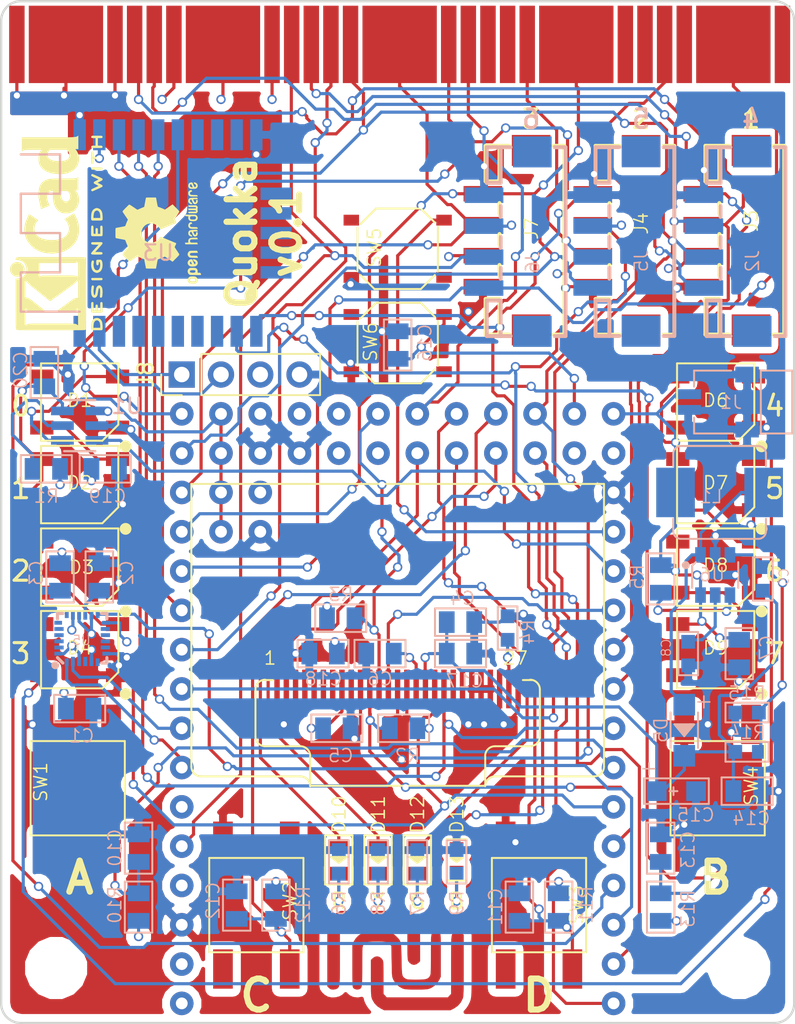
<source format=kicad_pcb>
(kicad_pcb (version 4) (host pcbnew 4.0.7)
  (title_block (title "Quokka - Pyboard prototype") (date 2017-11-23) (rev 0.1) (company "Grok Learning, ACA & NCSS") (comment 1 "Jim, Owen, Seb"))
  (layers (0 F.Cu signal hide) (1 In1.Cu power hide) (2 In2.Cu power hide) (31 B.Cu signal hide) (34 B.Paste user hide) (35 F.Paste user hide) (36 B.SilkS user) (37 F.SilkS user hide) (38 B.Mask user hide) (39 F.Mask user) (44 Edge.Cuts user))
  (net 0 "")
  (net 1 VCC)
  (net 2 GND)
  (net 3 SW1)
  (net 4 SW3)
  (net 5 SW2)
  (net 6 SW4)
  (net 7 "Net-(D1-Pad2)")
  (net 8 "Net-(D2-Pad2)")
  (net 9 "Net-(D3-Pad2)")
  (net 10 "Net-(D4-Pad2)")
  (net 11 "Net-(D6-Pad2)")
  (net 12 "Net-(D7-Pad2)")
  (net 13 "Net-(D8-Pad2)")
  (net 14 LED_RED)
  (net 15 LED_GREEN)
  (net 16 LED_YELLOW)
  (net 17 LED_BLUE)
  (net 18 "Net-(C2-Pad2)")
  (net 19 "Net-(C6-Pad2)")
  (net 20 "Net-(C8-Pad1)")
  (net 21 "Net-(C9-Pad2)")
  (net 22 "Net-(D10-Pad-)")
  (net 23 "Net-(D11-Pad-)")
  (net 24 "Net-(D12-Pad-)")
  (net 25 "Net-(D13-Pad-)")
  (net 26 OLED_~RST)
  (net 27 "Net-(R4-Pad1)")
  (net 28 "Net-(R5-Pad1)")
  (net 29 SW_USR)
  (net 30 ~RST)
  (net 31 "Net-(D1-Pad4)")
  (net 32 SCK1/DAC1)
  (net 33 MOSI1)
  (net 34 SCL1)
  (net 35 SDA1)
  (net 36 GROVE_D2_RX)
  (net 37 GROVE_D1_TX)
  (net 38 GROVE_AN3_RX)
  (net 39 GROVE_AN4_TX)
  (net 40 SS1/DAC2)
  (net 41 GROVE_AN5)
  (net 42 GROVE_AN1_RX)
  (net 43 GROVE_AN2_TX)
  (net 44 NRF_SWDCK)
  (net 45 NRF_SWDIO)
  (net 46 MISO1)
  (net 47 NEOP_DIN)
  (net 48 OLED_D/~C)
  (net 49 SCK2)
  (net 50 MOSI2)
  (net 51 MISO2)
  (net 52 NRF_~SS)
  (net 53 IMU_INT)
  (net 54 SCL2)
  (net 55 SDA2)
  (net 56 "Net-(R1-Pad2)")
  (net 57 BOOST_12V)
  (net 58 ~SS2)
  (net 59 "Net-(D5-Pad+)")
  (net 60 PYB_VIN_RIGHT)
  (net 61 PYB_VIN_LEFT)
  (module Seeed-OPL-2017-01-display-edward:OLED27P-0.6-BEND (layer F.Cu) (at 109.22 95.7942)
    (fp_text reference U2 hide)
    (fp_text value QG-2864KSWEG02 hide)
    (fp_text user 1 (at -8.255 -7.62) (layer F.SilkS) (effects (font (size 0.84455 0.84455) (thickness 0.09779))))
    (fp_text user 27 (at 7.62 -7.62) (layer F.SilkS) (effects (font (size 0.84455 0.84455) (thickness 0.09779))))
    (pad 1 smd rect (at -7.8051 -5.6242 90) (size 2.5 0.35) (layers F.Cu F.Paste F.Mask) (net 2 GND))
    (pad 2 smd rect (at -7.2051 -5.6242 90) (size 2.5 0.35) (layers F.Cu F.Paste F.Mask) (net 2 GND))
    (pad 3 smd rect (at -6.6051 -5.6242 90) (size 2.5 0.35) (layers F.Cu F.Paste F.Mask))
    (pad 4 smd rect (at -6.0051 -5.6242 90) (size 2.5 0.35) (layers F.Cu F.Paste F.Mask))
    (pad 5 smd rect (at -5.4051 -5.6242 90) (size 2.5 0.35) (layers F.Cu F.Paste F.Mask))
    (pad 6 smd rect (at -4.8051 -5.6242 90) (size 2.5 0.35) (layers F.Cu F.Paste F.Mask))
    (pad 7 smd rect (at -4.2051 -5.6242 90) (size 2.5 0.35) (layers F.Cu F.Paste F.Mask))
    (pad 8 smd rect (at -3.6051 -5.6242 90) (size 2.5 0.35) (layers F.Cu F.Paste F.Mask) (net 1 VCC))
    (pad 9 smd rect (at -3.0051 -5.6242 90) (size 2.5 0.35) (layers F.Cu F.Paste F.Mask) (net 2 GND))
    (pad 10 smd rect (at -2.4051 -5.6242 90) (size 2.5 0.35) (layers F.Cu F.Paste F.Mask) (net 2 GND))
    (pad 11 smd rect (at -1.8051 -5.6242 90) (size 2.5 0.35) (layers F.Cu F.Paste F.Mask) (net 58 ~SS2))
    (pad 12 smd rect (at -1.2051 -5.6242 90) (size 2.5 0.35) (layers F.Cu F.Paste F.Mask) (net 26 OLED_~RST))
    (pad 13 smd rect (at -0.6051 -5.6242 90) (size 2.5 0.35) (layers F.Cu F.Paste F.Mask) (net 48 OLED_D/~C))
    (pad 14 smd rect (at -0.0051 -5.6242 90) (size 2.5 0.35) (layers F.Cu F.Paste F.Mask) (net 2 GND))
    (pad 15 smd rect (at 0.5949 -5.6242 90) (size 2.5 0.35) (layers F.Cu F.Paste F.Mask) (net 2 GND))
    (pad 16 smd rect (at 1.1949 -5.6242 90) (size 2.5 0.35) (layers F.Cu F.Paste F.Mask) (net 19 "Net-(C6-Pad2)"))
    (pad 17 smd rect (at 1.7949 -5.6242 90) (size 2.5 0.35) (layers F.Cu F.Paste F.Mask) (net 57 BOOST_12V))
    (pad 18 smd rect (at 2.3949 -5.6242 90) (size 2.5 0.35) (layers F.Cu F.Paste F.Mask) (net 49 SCK2))
    (pad 19 smd rect (at 2.9949 -5.6242 90) (size 2.5 0.35) (layers F.Cu F.Paste F.Mask) (net 50 MOSI2))
    (pad 20 smd rect (at 3.5949 -5.6242 90) (size 2.5 0.35) (layers F.Cu F.Paste F.Mask))
    (pad 21 smd rect (at 4.1949 -5.6242 90) (size 2.5 0.35) (layers F.Cu F.Paste F.Mask) (net 2 GND))
    (pad 22 smd rect (at 4.7949 -5.6242 90) (size 2.5 0.35) (layers F.Cu F.Paste F.Mask) (net 2 GND))
    (pad 23 smd rect (at 5.3949 -5.6242 90) (size 2.5 0.35) (layers F.Cu F.Paste F.Mask) (net 2 GND))
    (pad 24 smd rect (at 5.9949 -5.6242 90) (size 2.5 0.35) (layers F.Cu F.Paste F.Mask) (net 2 GND))
    (pad 25 smd rect (at 6.5949 -5.6242 90) (size 2.5 0.35) (layers F.Cu F.Paste F.Mask) (net 2 GND))
    (pad 26 smd rect (at 7.1949 -5.6242 90) (size 2.5 0.35) (layers F.Cu F.Paste F.Mask) (net 27 "Net-(R4-Pad1)"))
    (pad 27 smd rect (at 7.7949 -5.6242 90) (size 2.5 0.35) (layers F.Cu F.Paste F.Mask) (net 2 GND))
  )
  (module nrf51822:nrf51822_skb360 (layer B.Cu) (at 100.076 60.706 270)
    (fp_text reference U3 (at 1.27 6.35 540) (layer B.SilkS) (effects (justify mirror)))
    (fp_text value NRF51822_SKB360)
    (pad 1 smd rect (at -6.35 11.43 270) (size 2 0.8) (layers B.Cu B.Paste B.Mask) (net 2 GND))
    (pad 2 smd rect (at -6.35 10.16 270) (size 2 0.8) (layers B.Cu B.Paste B.Mask) (net 1 VCC))
    (pad 3 smd rect (at -6.35 8.89 270) (size 2 0.8) (layers B.Cu B.Paste B.Mask) (net 49 SCK2))
    (pad 4 smd rect (at -6.35 7.62 270) (size 2 0.8) (layers B.Cu B.Paste B.Mask) (net 50 MOSI2))
    (pad 5 smd rect (at -6.35 6.35 270) (size 2 0.8) (layers B.Cu B.Paste B.Mask) (net 51 MISO2))
    (pad 6 smd rect (at -6.35 5.08 270) (size 2 0.8) (layers B.Cu B.Paste B.Mask) (net 52 NRF_~SS))
    (pad 7 smd rect (at -6.35 3.81 270) (size 2 0.8) (layers B.Cu B.Paste B.Mask))
    (pad 8 smd rect (at -6.35 2.54 270) (size 2 0.8) (layers B.Cu B.Paste B.Mask))
    (pad 9 smd rect (at -6.35 1.27 270) (size 2 0.8) (layers B.Cu B.Paste B.Mask))
    (pad 10 smd rect (at -6.35 0 270) (size 2 0.8) (layers B.Cu B.Paste B.Mask) (net 2 GND))
    (pad 11 smd rect (at -2.54 -1.27 180) (size 2 0.8) (layers B.Cu B.Paste B.Mask))
    (pad 12 smd rect (at -1.27 -1.27 180) (size 2 0.8) (layers B.Cu B.Paste B.Mask))
    (pad 13 smd rect (at 0 -1.27 180) (size 2 0.8) (layers B.Cu B.Paste B.Mask))
    (pad 14 smd rect (at 1.27 -1.27 180) (size 2 0.8) (layers B.Cu B.Paste B.Mask))
    (pad 15 smd rect (at 2.54 -1.27 180) (size 2 0.8) (layers B.Cu B.Paste B.Mask))
    (pad 16 smd rect (at 6.35 0 270) (size 2 0.8) (layers B.Cu B.Paste B.Mask) (net 36 GROVE_D2_RX))
    (pad 17 smd rect (at 6.35 1.27 270) (size 2 0.8) (layers B.Cu B.Paste B.Mask) (net 37 GROVE_D1_TX))
    (pad 18 smd rect (at 6.35 2.54 270) (size 2 0.8) (layers B.Cu B.Paste B.Mask))
    (pad 19 smd rect (at 6.35 3.81 270) (size 2 0.8) (layers B.Cu B.Paste B.Mask))
    (pad 20 smd rect (at 6.35 5.08 270) (size 2 0.8) (layers B.Cu B.Paste B.Mask))
    (pad 21 smd rect (at 6.35 6.35 270) (size 2 0.8) (layers B.Cu B.Paste B.Mask))
    (pad 22 smd rect (at 6.35 7.62 270) (size 2 0.8) (layers B.Cu B.Paste B.Mask))
    (pad 23 smd rect (at 6.35 8.89 270) (size 2 0.8) (layers B.Cu B.Paste B.Mask))
    (pad 24 smd rect (at 6.35 10.16 270) (size 2 0.8) (layers B.Cu B.Paste B.Mask) (net 44 NRF_SWDCK))
    (pad 25 smd rect (at 6.35 11.43 270) (size 2 0.8) (layers B.Cu B.Paste B.Mask) (net 45 NRF_SWDIO))
  )
  (module pyboard:pyboard (layer F.Cu) (at 109.22 91.44 180)
    (fp_text reference U4 hide)
    (fp_text value PyBoard)
    (pad 1 thru_hole circle (at -13.97 -19.05 180) (size 1.524 1.524) (drill 0.762) (layers *.Cu *.Mask) (net 37 GROVE_D1_TX))
    (pad 2 thru_hole circle (at -13.97 -16.51 180) (size 1.524 1.524) (drill 0.762) (layers *.Cu *.Mask) (net 36 GROVE_D2_RX))
    (pad 3 thru_hole circle (at -13.97 -13.97 180) (size 1.524 1.524) (drill 0.762) (layers *.Cu *.Mask) (net 53 IMU_INT))
    (pad 4 thru_hole circle (at -13.97 -11.43 180) (size 1.524 1.524) (drill 0.762) (layers *.Cu *.Mask) (net 52 NRF_~SS))
    (pad 5 thru_hole circle (at -13.97 -8.89 180) (size 1.524 1.524) (drill 0.762) (layers *.Cu *.Mask) (net 58 ~SS2))
    (pad 6 thru_hole circle (at -13.97 -6.35 180) (size 1.524 1.524) (drill 0.762) (layers *.Cu *.Mask) (net 49 SCK2))
    (pad 7 thru_hole circle (at -13.97 -3.81 180) (size 1.524 1.524) (drill 0.762) (layers *.Cu *.Mask) (net 51 MISO2))
    (pad 8 thru_hole circle (at -13.97 -1.27 180) (size 1.524 1.524) (drill 0.762) (layers *.Cu *.Mask) (net 50 MOSI2))
    (pad 9 thru_hole circle (at -13.97 1.27 180) (size 1.524 1.524) (drill 0.762) (layers *.Cu *.Mask) (net 34 SCL1))
    (pad 10 thru_hole circle (at -13.97 3.81 180) (size 1.524 1.524) (drill 0.762) (layers *.Cu *.Mask) (net 35 SDA1))
    (pad 11 thru_hole circle (at -13.97 6.35 180) (size 1.524 1.524) (drill 0.762) (layers *.Cu *.Mask) (net 48 OLED_D/~C))
    (pad 12 thru_hole circle (at -13.97 8.89 180) (size 1.524 1.524) (drill 0.762) (layers *.Cu *.Mask) (net 47 NEOP_DIN))
    (pad 13 thru_hole circle (at -13.97 11.43 180) (size 1.524 1.524) (drill 0.762) (layers *.Cu *.Mask) (net 30 ~RST))
    (pad 14 thru_hole circle (at -13.97 13.97 180) (size 1.524 1.524) (drill 0.762) (layers *.Cu *.Mask) (net 2 GND))
    (pad 15 thru_hole circle (at -13.97 16.51 180) (size 1.524 1.524) (drill 0.762) (layers *.Cu *.Mask) (net 1 VCC))
    (pad 16 thru_hole circle (at -13.97 19.05 180) (size 1.524 1.524) (drill 0.762) (layers *.Cu *.Mask) (net 60 PYB_VIN_RIGHT))
    (pad 17 thru_hole circle (at -11.43 16.51 180) (size 1.524 1.524) (drill 0.762) (layers *.Cu *.Mask))
    (pad 18 thru_hole circle (at -8.89 16.51 180) (size 1.524 1.524) (drill 0.762) (layers *.Cu *.Mask) (net 17 LED_BLUE))
    (pad 19 thru_hole circle (at -6.35 16.51 180) (size 1.524 1.524) (drill 0.762) (layers *.Cu *.Mask) (net 16 LED_YELLOW))
    (pad 20 thru_hole circle (at -3.81 16.51 180) (size 1.524 1.524) (drill 0.762) (layers *.Cu *.Mask) (net 15 LED_GREEN))
    (pad 21 thru_hole circle (at -1.27 16.51 180) (size 1.524 1.524) (drill 0.762) (layers *.Cu *.Mask) (net 14 LED_RED))
    (pad 22 thru_hole circle (at 1.27 16.51 180) (size 1.524 1.524) (drill 0.762) (layers *.Cu *.Mask))
    (pad 23 thru_hole circle (at 3.81 16.51 180) (size 1.524 1.524) (drill 0.762) (layers *.Cu *.Mask))
    (pad 24 thru_hole circle (at 6.35 16.51 180) (size 1.524 1.524) (drill 0.762) (layers *.Cu *.Mask) (net 2 GND))
    (pad 25 thru_hole circle (at -11.43 19.05 180) (size 1.524 1.524) (drill 0.762) (layers *.Cu *.Mask) (net 29 SW_USR))
    (pad 26 thru_hole circle (at -8.89 19.05 180) (size 1.524 1.524) (drill 0.762) (layers *.Cu *.Mask) (net 3 SW1))
    (pad 27 thru_hole circle (at -6.35 19.05 180) (size 1.524 1.524) (drill 0.762) (layers *.Cu *.Mask) (net 5 SW2))
    (pad 28 thru_hole circle (at -3.81 19.05 180) (size 1.524 1.524) (drill 0.762) (layers *.Cu *.Mask) (net 4 SW3))
    (pad 29 thru_hole circle (at -1.27 19.05 180) (size 1.524 1.524) (drill 0.762) (layers *.Cu *.Mask) (net 6 SW4))
    (pad 30 thru_hole circle (at 1.27 19.05 180) (size 1.524 1.524) (drill 0.762) (layers *.Cu *.Mask) (net 26 OLED_~RST))
    (pad 31 thru_hole circle (at 3.81 19.05 180) (size 1.524 1.524) (drill 0.762) (layers *.Cu *.Mask))
    (pad 32 thru_hole circle (at 6.35 19.05 180) (size 1.524 1.524) (drill 0.762) (layers *.Cu *.Mask))
    (pad 33 thru_hole circle (at 8.89 19.05 180) (size 1.524 1.524) (drill 0.762) (layers *.Cu *.Mask) (net 2 GND))
    (pad 34 thru_hole circle (at 8.89 16.51 180) (size 1.524 1.524) (drill 0.762) (layers *.Cu *.Mask) (net 2 GND))
    (pad 35 thru_hole circle (at 8.89 13.97 180) (size 1.524 1.524) (drill 0.762) (layers *.Cu *.Mask) (net 2 GND))
    (pad 36 thru_hole circle (at 8.89 11.43 180) (size 1.524 1.524) (drill 0.762) (layers *.Cu *.Mask) (net 2 GND))
    (pad 37 thru_hole circle (at 11.43 19.05 180) (size 1.524 1.524) (drill 0.762) (layers *.Cu *.Mask) (net 61 PYB_VIN_LEFT))
    (pad 38 thru_hole circle (at 11.43 16.51 180) (size 1.524 1.524) (drill 0.762) (layers *.Cu *.Mask) (net 61 PYB_VIN_LEFT))
    (pad 39 thru_hole circle (at 11.43 13.97 180) (size 1.524 1.524) (drill 0.762) (layers *.Cu *.Mask) (net 61 PYB_VIN_LEFT))
    (pad 40 thru_hole circle (at 11.43 11.43 180) (size 1.524 1.524) (drill 0.762) (layers *.Cu *.Mask) (net 61 PYB_VIN_LEFT))
    (pad 41 thru_hole circle (at 13.97 19.05 180) (size 1.524 1.524) (drill 0.762) (layers *.Cu *.Mask) (net 39 GROVE_AN4_TX))
    (pad 42 thru_hole circle (at 13.97 16.51 180) (size 1.524 1.524) (drill 0.762) (layers *.Cu *.Mask) (net 38 GROVE_AN3_RX))
    (pad 43 thru_hole circle (at 13.97 13.97 180) (size 1.524 1.524) (drill 0.762) (layers *.Cu *.Mask) (net 43 GROVE_AN2_TX))
    (pad 44 thru_hole circle (at 13.97 11.43 180) (size 1.524 1.524) (drill 0.762) (layers *.Cu *.Mask) (net 42 GROVE_AN1_RX))
    (pad 45 thru_hole circle (at 13.97 8.89 180) (size 1.524 1.524) (drill 0.762) (layers *.Cu *.Mask) (net 40 SS1/DAC2))
    (pad 46 thru_hole circle (at 13.97 6.35 180) (size 1.524 1.524) (drill 0.762) (layers *.Cu *.Mask) (net 32 SCK1/DAC1))
    (pad 47 thru_hole circle (at 13.97 3.81 180) (size 1.524 1.524) (drill 0.762) (layers *.Cu *.Mask) (net 46 MISO1))
    (pad 48 thru_hole circle (at 13.97 1.27 180) (size 1.524 1.524) (drill 0.762) (layers *.Cu *.Mask) (net 33 MOSI1))
    (pad 49 thru_hole circle (at 13.97 -1.27 180) (size 1.524 1.524) (drill 0.762) (layers *.Cu *.Mask) (net 54 SCL2))
    (pad 50 thru_hole circle (at 13.97 -3.81 180) (size 1.524 1.524) (drill 0.762) (layers *.Cu *.Mask) (net 55 SDA2))
    (pad 51 thru_hole circle (at 13.97 -6.35 180) (size 1.524 1.524) (drill 0.762) (layers *.Cu *.Mask))
    (pad 52 thru_hole circle (at 13.97 -8.89 180) (size 1.524 1.524) (drill 0.762) (layers *.Cu *.Mask) (net 41 GROVE_AN5))
    (pad 53 thru_hole circle (at 13.97 -11.43 180) (size 1.524 1.524) (drill 0.762) (layers *.Cu *.Mask))
    (pad 54 thru_hole circle (at 13.97 -13.97 180) (size 1.524 1.524) (drill 0.762) (layers *.Cu *.Mask) (net 2 GND))
    (pad 55 thru_hole circle (at 13.97 -16.51 180) (size 1.524 1.524) (drill 0.762) (layers *.Cu *.Mask) (net 1 VCC))
    (pad 56 thru_hole circle (at 13.97 -19.05 180) (size 1.524 1.524) (drill 0.762) (layers *.Cu *.Mask))
  )
  (module Seeed-Switch:SW4-SMD-6.0X6.0X5.0MM (layer F.Cu) (at 88.519 96.585 270)
    (fp_text reference SW1 (at 0.951 1.905 270) (layer F.SilkS) (effects (font (size 0.84455 0.84455) (thickness 0.09779)) (justify left bottom)))
    (fp_text value SMD_Push_Dual hide)
    (pad 1 smd rect (at -4.129 -2.159 270) (size 2.54 1.27) (layers F.Cu F.Paste F.Mask))
    (pad 2 smd rect (at -4.129 2.159 270) (size 2.54 1.27) (layers F.Cu F.Paste F.Mask) (net 2 GND))
    (pad 3 smd rect (at 4.129 2.159 270) (size 2.54 1.27) (layers F.Cu F.Paste F.Mask))
    (pad 4 smd rect (at 4.129 -2.159 270) (size 2.54 1.27) (layers F.Cu F.Paste F.Mask) (net 3 SW1))
  )
  (module Seeed-Switch:SW4-SMD-6.0X6.0X5.0MM (layer F.Cu) (at 100.076 104.14 270)
    (fp_text reference SW2 (at 1.081 -2.667 270) (layer F.SilkS) (effects (font (size 0.84455 0.84455) (thickness 0.09779)) (justify left bottom)))
    (fp_text value SMD_Push_Dual hide)
    (pad 1 smd rect (at -4.129 -2.159 270) (size 2.54 1.27) (layers F.Cu F.Paste F.Mask))
    (pad 2 smd rect (at -4.129 2.159 270) (size 2.54 1.27) (layers F.Cu F.Paste F.Mask) (net 2 GND))
    (pad 3 smd rect (at 4.129 2.159 270) (size 2.54 1.27) (layers F.Cu F.Paste F.Mask))
    (pad 4 smd rect (at 4.129 -2.159 270) (size 2.54 1.27) (layers F.Cu F.Paste F.Mask) (net 5 SW2))
  )
  (module Seeed-Switch:SW4-SMD-6.0X6.0X5.0MM (layer F.Cu) (at 118.364 104.14 270)
    (fp_text reference SW3 (at 1.335 -2.921 270) (layer F.SilkS) (effects (font (size 0.84455 0.84455) (thickness 0.09779)) (justify left bottom)))
    (fp_text value SMD_Push_Dual hide)
    (pad 1 smd rect (at -4.129 -2.159 270) (size 2.54 1.27) (layers F.Cu F.Paste F.Mask))
    (pad 2 smd rect (at -4.129 2.159 270) (size 2.54 1.27) (layers F.Cu F.Paste F.Mask) (net 2 GND))
    (pad 3 smd rect (at 4.129 2.159 270) (size 2.54 1.27) (layers F.Cu F.Paste F.Mask))
    (pad 4 smd rect (at 4.129 -2.159 270) (size 2.54 1.27) (layers F.Cu F.Paste F.Mask) (net 4 SW3))
  )
  (module Seeed-Switch:SW4-SMD-6.0X6.0X5.0MM (layer F.Cu) (at 129.921 96.585 270)
    (fp_text reference SW4 (at 1.205 -2.667 270) (layer F.SilkS) (effects (font (size 0.84455 0.84455) (thickness 0.09779)) (justify left bottom)))
    (fp_text value SMD_Push_Dual hide)
    (pad 1 smd rect (at -4.129 -2.159 270) (size 2.54 1.27) (layers F.Cu F.Paste F.Mask))
    (pad 2 smd rect (at -4.129 2.159 270) (size 2.54 1.27) (layers F.Cu F.Paste F.Mask) (net 2 GND))
    (pad 3 smd rect (at 4.129 2.159 270) (size 2.54 1.27) (layers F.Cu F.Paste F.Mask))
    (pad 4 smd rect (at 4.129 -2.159 270) (size 2.54 1.27) (layers F.Cu F.Paste F.Mask) (net 6 SW4))
  )
  (module Seeed-Connector:HW4-SMD-2.0 (layer B.Cu) (at 129.032 61.262 90)
    (fp_text reference J2 (at -0.466 3.631 90) (layer B.SilkS) (effects (font (size 0.84455 0.84455) (thickness 0.09779)) (justify left bottom mirror)))
    (fp_text value Grove-SMD hide)
    (pad 1 smd rect (at -3 0) (size 2.5 1) (layers B.Cu B.Paste B.Mask) (net 32 SCK1/DAC1))
    (pad 2 smd rect (at -1 0) (size 2.5 1) (layers B.Cu B.Paste B.Mask) (net 33 MOSI1))
    (pad 3 smd rect (at 1 0) (size 2.5 1) (layers B.Cu B.Paste B.Mask) (net 1 VCC))
    (pad 4 smd rect (at 3 0) (size 2.5 1) (layers B.Cu B.Paste B.Mask) (net 2 GND))
    (pad SS1 smd rect (at -5.8 3.123) (size 2.5 2) (layers B.Cu B.Paste B.Mask))
    (pad SS2 smd rect (at 5.8 3.123) (size 2.5 2) (layers B.Cu B.Paste B.Mask))
  )
  (module Seeed-Connector:HW4-SMD-2.0 (layer F.Cu) (at 128.957 61.166 270)
    (fp_text reference J3 (at -0.46 -3.631 270) (layer F.SilkS) (effects (font (size 0.84455 0.84455) (thickness 0.09779)) (justify left bottom)))
    (fp_text value Grove-SMD hide)
    (pad 1 smd rect (at -3 0) (size 2.5 1) (layers F.Cu F.Paste F.Mask) (net 34 SCL1))
    (pad 2 smd rect (at -1 0) (size 2.5 1) (layers F.Cu F.Paste F.Mask) (net 35 SDA1))
    (pad 3 smd rect (at 1 0) (size 2.5 1) (layers F.Cu F.Paste F.Mask) (net 1 VCC))
    (pad 4 smd rect (at 3 0) (size 2.5 1) (layers F.Cu F.Paste F.Mask) (net 2 GND))
    (pad SS1 smd rect (at -5.8 -3.123) (size 2.5 2) (layers F.Cu F.Paste F.Mask))
    (pad SS2 smd rect (at 5.8 -3.123) (size 2.5 2) (layers F.Cu F.Paste F.Mask))
  )
  (module Seeed-Connector:HW4-SMD-2.0 (layer F.Cu) (at 121.845 61.172 270)
    (fp_text reference J4 (at -0.296 -3.631 270) (layer F.SilkS) (effects (font (size 0.84455 0.84455) (thickness 0.09779)) (justify left bottom)))
    (fp_text value Grove-SMD hide)
    (pad 1 smd rect (at -3 0) (size 2.5 1) (layers F.Cu F.Paste F.Mask) (net 36 GROVE_D2_RX))
    (pad 2 smd rect (at -1 0) (size 2.5 1) (layers F.Cu F.Paste F.Mask) (net 37 GROVE_D1_TX))
    (pad 3 smd rect (at 1 0) (size 2.5 1) (layers F.Cu F.Paste F.Mask) (net 1 VCC))
    (pad 4 smd rect (at 3 0) (size 2.5 1) (layers F.Cu F.Paste F.Mask) (net 2 GND))
    (pad SS1 smd rect (at -5.8 -3.123) (size 2.5 2) (layers F.Cu F.Paste F.Mask))
    (pad SS2 smd rect (at 5.8 -3.123) (size 2.5 2) (layers F.Cu F.Paste F.Mask))
  )
  (module Seeed-Connector:HW4-SMD-2.0 (layer B.Cu) (at 121.845 61.256 90)
    (fp_text reference J5 (at -0.466 3.631 90) (layer B.SilkS) (effects (font (size 0.84455 0.84455) (thickness 0.09779)) (justify left bottom mirror)))
    (fp_text value Grove-SMD hide)
    (pad 1 smd rect (at -3 0) (size 2.5 1) (layers B.Cu B.Paste B.Mask) (net 38 GROVE_AN3_RX))
    (pad 2 smd rect (at -1 0) (size 2.5 1) (layers B.Cu B.Paste B.Mask) (net 39 GROVE_AN4_TX))
    (pad 3 smd rect (at 1 0) (size 2.5 1) (layers B.Cu B.Paste B.Mask) (net 1 VCC))
    (pad 4 smd rect (at 3 0) (size 2.5 1) (layers B.Cu B.Paste B.Mask) (net 2 GND))
    (pad SS1 smd rect (at -5.8 3.123) (size 2.5 2) (layers B.Cu B.Paste B.Mask))
    (pad SS2 smd rect (at 5.8 3.123) (size 2.5 2) (layers B.Cu B.Paste B.Mask))
  )
  (module Seeed-Connector:HW4-SMD-2.0 (layer B.Cu) (at 114.808 61.262 90)
    (fp_text reference J6 (at -0.55 3.631 90) (layer B.SilkS) (effects (font (size 0.84455 0.84455) (thickness 0.09779)) (justify left bottom mirror)))
    (fp_text value Grove-SMD hide)
    (pad 1 smd rect (at -3 0) (size 2.5 1) (layers B.Cu B.Paste B.Mask) (net 40 SS1/DAC2))
    (pad 2 smd rect (at -1 0) (size 2.5 1) (layers B.Cu B.Paste B.Mask) (net 41 GROVE_AN5))
    (pad 3 smd rect (at 1 0) (size 2.5 1) (layers B.Cu B.Paste B.Mask) (net 1 VCC))
    (pad 4 smd rect (at 3 0) (size 2.5 1) (layers B.Cu B.Paste B.Mask) (net 2 GND))
    (pad SS1 smd rect (at -5.8 3.123) (size 2.5 2) (layers B.Cu B.Paste B.Mask))
    (pad SS2 smd rect (at 5.8 3.123) (size 2.5 2) (layers B.Cu B.Paste B.Mask))
  )
  (module Seeed-Connector:HW4-SMD-2.0 (layer F.Cu) (at 114.733 61.166 270)
    (fp_text reference J7 (at 0.048 -3.631 270) (layer F.SilkS) (effects (font (size 0.84455 0.84455) (thickness 0.09779)) (justify left bottom)))
    (fp_text value Grove-SMD hide)
    (pad 1 smd rect (at -3 0) (size 2.5 1) (layers F.Cu F.Paste F.Mask) (net 42 GROVE_AN1_RX))
    (pad 2 smd rect (at -1 0) (size 2.5 1) (layers F.Cu F.Paste F.Mask) (net 43 GROVE_AN2_TX))
    (pad 3 smd rect (at 1 0) (size 2.5 1) (layers F.Cu F.Paste F.Mask) (net 1 VCC))
    (pad 4 smd rect (at 3 0) (size 2.5 1) (layers F.Cu F.Paste F.Mask) (net 2 GND))
    (pad SS1 smd rect (at -5.8 -3.123) (size 2.5 2) (layers F.Cu F.Paste F.Mask))
    (pad SS2 smd rect (at 5.8 -3.123) (size 2.5 2) (layers F.Cu F.Paste F.Mask))
  )
  (module Seeed-Diode:LED4-SMD-5050 (layer F.Cu) (at 88.646 71.628)
    (fp_text reference D1 (at -0.889 0.381) (layer F.SilkS) (effects (font (size 0.84455 0.84455) (thickness 0.09779)) (justify left bottom)))
    (fp_text value SMD-RGB-LED-4P'WS2812B' hide)
    (pad 1 smd rect (at -2.45 -1.65 90) (size 0.9 1.5) (layers F.Cu F.Paste F.Mask) (net 61 PYB_VIN_LEFT))
    (pad 2 smd rect (at -2.45 1.65 90) (size 0.9 1.5) (layers F.Cu F.Paste F.Mask) (net 7 "Net-(D1-Pad2)"))
    (pad 3 smd rect (at 2.45 1.65 90) (size 0.9 1.5) (layers F.Cu F.Paste F.Mask) (net 2 GND))
    (pad 4 smd rect (at 2.45 -1.65 90) (size 0.9 1.5) (layers F.Cu F.Paste F.Mask) (net 31 "Net-(D1-Pad4)"))
  )
  (module Seeed-Diode:LED4-SMD-5050 (layer F.Cu) (at 88.646 76.962)
    (fp_text reference D2 (at -0.889 0.381) (layer F.SilkS) (effects (font (size 0.84455 0.84455) (thickness 0.09779)) (justify left bottom)))
    (fp_text value SMD-RGB-LED-4P'WS2812B' hide)
    (pad 1 smd rect (at -2.45 -1.65 90) (size 0.9 1.5) (layers F.Cu F.Paste F.Mask) (net 61 PYB_VIN_LEFT))
    (pad 2 smd rect (at -2.45 1.65 90) (size 0.9 1.5) (layers F.Cu F.Paste F.Mask) (net 8 "Net-(D2-Pad2)"))
    (pad 3 smd rect (at 2.45 1.65 90) (size 0.9 1.5) (layers F.Cu F.Paste F.Mask) (net 2 GND))
    (pad 4 smd rect (at 2.45 -1.65 90) (size 0.9 1.5) (layers F.Cu F.Paste F.Mask) (net 7 "Net-(D1-Pad2)"))
  )
  (module Seeed-Diode:LED4-SMD-5050 (layer F.Cu) (at 88.646 82.296)
    (fp_text reference D3 (at -0.762 0.508) (layer F.SilkS) (effects (font (size 0.84455 0.84455) (thickness 0.09779)) (justify left bottom)))
    (fp_text value SMD-RGB-LED-4P'WS2812B' hide)
    (pad 1 smd rect (at -2.45 -1.65 90) (size 0.9 1.5) (layers F.Cu F.Paste F.Mask) (net 61 PYB_VIN_LEFT))
    (pad 2 smd rect (at -2.45 1.65 90) (size 0.9 1.5) (layers F.Cu F.Paste F.Mask) (net 9 "Net-(D3-Pad2)"))
    (pad 3 smd rect (at 2.45 1.65 90) (size 0.9 1.5) (layers F.Cu F.Paste F.Mask) (net 2 GND))
    (pad 4 smd rect (at 2.45 -1.65 90) (size 0.9 1.5) (layers F.Cu F.Paste F.Mask) (net 8 "Net-(D2-Pad2)"))
  )
  (module Seeed-Diode:LED4-SMD-5050 (layer F.Cu) (at 88.646 87.63)
    (fp_text reference D4 (at -0.889 0.381) (layer F.SilkS) (effects (font (size 0.84455 0.84455) (thickness 0.09779)) (justify left bottom)))
    (fp_text value SMD-RGB-LED-4P'WS2812B' hide)
    (pad 1 smd rect (at -2.45 -1.65 90) (size 0.9 1.5) (layers F.Cu F.Paste F.Mask) (net 61 PYB_VIN_LEFT))
    (pad 2 smd rect (at -2.45 1.65 90) (size 0.9 1.5) (layers F.Cu F.Paste F.Mask) (net 10 "Net-(D4-Pad2)"))
    (pad 3 smd rect (at 2.45 1.65 90) (size 0.9 1.5) (layers F.Cu F.Paste F.Mask) (net 2 GND))
    (pad 4 smd rect (at 2.45 -1.65 90) (size 0.9 1.5) (layers F.Cu F.Paste F.Mask) (net 9 "Net-(D3-Pad2)"))
  )
  (module Seeed-Diode:SOD-123 (layer B.Cu) (at 127.762 92.837 270)
    (fp_text reference D5 (at -0.889 1.016 270) (layer B.SilkS) (effects (font (size 0.84455 0.84455) (thickness 0.1)) (justify left bottom mirror)))
    (fp_text value SS0520 hide)
    (pad - smd rect (at 1.651 0 90) (size 1.397 1.397) (layers B.Cu B.Paste B.Mask) (net 57 BOOST_12V))
    (pad + smd rect (at -1.651 0 90) (size 1.397 1.397) (layers B.Cu B.Paste B.Mask) (net 59 "Net-(D5-Pad+)"))
  )
  (module Seeed-Diode:LED4-SMD-5050 (layer F.Cu) (at 129.794 71.628)
    (fp_text reference D6 (at -0.889 0.381) (layer F.SilkS) (effects (font (size 0.84455 0.84455) (thickness 0.09779)) (justify left bottom)))
    (fp_text value SMD-RGB-LED-4P'WS2812B' hide)
    (pad 1 smd rect (at -2.45 -1.65 90) (size 0.9 1.5) (layers F.Cu F.Paste F.Mask) (net 60 PYB_VIN_RIGHT))
    (pad 2 smd rect (at -2.45 1.65 90) (size 0.9 1.5) (layers F.Cu F.Paste F.Mask) (net 11 "Net-(D6-Pad2)"))
    (pad 3 smd rect (at 2.45 1.65 90) (size 0.9 1.5) (layers F.Cu F.Paste F.Mask) (net 2 GND))
    (pad 4 smd rect (at 2.45 -1.65 90) (size 0.9 1.5) (layers F.Cu F.Paste F.Mask) (net 10 "Net-(D4-Pad2)"))
  )
  (module Seeed-Diode:LED4-SMD-5050 (layer F.Cu) (at 129.794 76.962)
    (fp_text reference D7 (at -0.889 0.381) (layer F.SilkS) (effects (font (size 0.84455 0.84455) (thickness 0.09779)) (justify left bottom)))
    (fp_text value SMD-RGB-LED-4P'WS2812B' hide)
    (pad 1 smd rect (at -2.45 -1.65 90) (size 0.9 1.5) (layers F.Cu F.Paste F.Mask) (net 60 PYB_VIN_RIGHT))
    (pad 2 smd rect (at -2.45 1.65 90) (size 0.9 1.5) (layers F.Cu F.Paste F.Mask) (net 12 "Net-(D7-Pad2)"))
    (pad 3 smd rect (at 2.45 1.65 90) (size 0.9 1.5) (layers F.Cu F.Paste F.Mask) (net 2 GND))
    (pad 4 smd rect (at 2.45 -1.65 90) (size 0.9 1.5) (layers F.Cu F.Paste F.Mask) (net 11 "Net-(D6-Pad2)"))
  )
  (module Seeed-Diode:LED4-SMD-5050 (layer F.Cu) (at 129.794 82.296)
    (fp_text reference D8 (at -0.889 0.381) (layer F.SilkS) (effects (font (size 0.84455 0.84455) (thickness 0.09779)) (justify left bottom)))
    (fp_text value SMD-RGB-LED-4P'WS2812B' hide)
    (pad 1 smd rect (at -2.45 -1.65 90) (size 0.9 1.5) (layers F.Cu F.Paste F.Mask) (net 60 PYB_VIN_RIGHT))
    (pad 2 smd rect (at -2.45 1.65 90) (size 0.9 1.5) (layers F.Cu F.Paste F.Mask) (net 13 "Net-(D8-Pad2)"))
    (pad 3 smd rect (at 2.45 1.65 90) (size 0.9 1.5) (layers F.Cu F.Paste F.Mask) (net 2 GND))
    (pad 4 smd rect (at 2.45 -1.65 90) (size 0.9 1.5) (layers F.Cu F.Paste F.Mask) (net 12 "Net-(D7-Pad2)"))
  )
  (module Seeed-Diode:LED4-SMD-5050 (layer F.Cu) (at 129.794 87.63)
    (fp_text reference D9 (at -0.889 0.381) (layer F.SilkS) (effects (font (size 0.84455 0.84455) (thickness 0.09779)) (justify left bottom)))
    (fp_text value SMD-RGB-LED-4P'WS2812B' hide)
    (pad 1 smd rect (at -2.45 -1.65 90) (size 0.9 1.5) (layers F.Cu F.Paste F.Mask) (net 60 PYB_VIN_RIGHT))
    (pad 2 smd rect (at -2.45 1.65 90) (size 0.9 1.5) (layers F.Cu F.Paste F.Mask))
    (pad 3 smd rect (at 2.45 1.65 90) (size 0.9 1.5) (layers F.Cu F.Paste F.Mask) (net 2 GND))
    (pad 4 smd rect (at 2.45 -1.65 90) (size 0.9 1.5) (layers F.Cu F.Paste F.Mask) (net 13 "Net-(D8-Pad2)"))
  )
  (module Seeed-LED:LED-0805 (layer F.Cu) (at 105.41 101.219 270)
    (fp_text reference D10 (at -1.651 -0.508 270) (layer F.SilkS) (effects (font (size 0.84455 0.84455) (thickness 0.09779)) (justify left bottom)))
    (fp_text value SMD-LED-CLEAR-RED_0805_ hide)
    (pad + smd rect (at -0.889 0 270) (size 0.889 1.27) (layers F.Cu F.Paste F.Mask) (net 14 LED_RED))
    (pad - smd rect (at 0.889 0 270) (size 0.889 1.27) (layers F.Cu F.Paste F.Mask) (net 22 "Net-(D10-Pad-)"))
  )
  (module Seeed-LED:LED-0805 (layer F.Cu) (at 107.95 101.219 270)
    (fp_text reference D11 (at -1.651 -0.508 270) (layer F.SilkS) (effects (font (size 0.84455 0.84455) (thickness 0.09779)) (justify left bottom)))
    (fp_text value SMD-LED-CLEAR-YELLOW_0805_ hide)
    (pad + smd rect (at -0.889 0 270) (size 0.889 1.27) (layers F.Cu F.Paste F.Mask) (net 16 LED_YELLOW))
    (pad - smd rect (at 0.889 0 270) (size 0.889 1.27) (layers F.Cu F.Paste F.Mask) (net 23 "Net-(D11-Pad-)"))
  )
  (module Seeed-LED:LED-0805 (layer F.Cu) (at 110.49 101.219 270)
    (fp_text reference D12 (at -1.651 -0.508 270) (layer F.SilkS) (effects (font (size 0.84455 0.84455) (thickness 0.09779)) (justify left bottom)))
    (fp_text value SMD-LED-CLEAR-GREEN_0805_ hide)
    (pad + smd rect (at -0.889 0 270) (size 0.889 1.27) (layers F.Cu F.Paste F.Mask) (net 15 LED_GREEN))
    (pad - smd rect (at 0.889 0 270) (size 0.889 1.27) (layers F.Cu F.Paste F.Mask) (net 24 "Net-(D12-Pad-)"))
  )
  (module Seeed-IC:SOT-23-6 (layer B.Cu) (at 129.764 82.804)
    (fp_text reference U6 (at 0.696 0.478) (layer B.SilkS) (effects (font (size 0.84455 0.84455) (thickness 0.09779)) (justify left bottom mirror)))
    (fp_text value PMIC-AIC1896GG_SOT23-6_ hide)
    (pad 1 smd rect (at -0.95 -1.3 270) (size 1 0.69) (layers B.Cu B.Paste B.Mask) (net 59 "Net-(D5-Pad+)"))
    (pad 2 smd rect (at 0 -1.3 270) (size 1 0.69) (layers B.Cu B.Paste B.Mask) (net 2 GND))
    (pad 3 smd rect (at 0.95 -1.3 270) (size 1 0.69) (layers B.Cu B.Paste B.Mask) (net 21 "Net-(C9-Pad2)"))
    (pad 4 smd rect (at 0.95 1.3 270) (size 1 0.69) (layers B.Cu B.Paste B.Mask) (net 28 "Net-(R5-Pad1)"))
    (pad 5 smd rect (at 0 1.3 270) (size 1 0.69) (layers B.Cu B.Paste B.Mask) (net 20 "Net-(C8-Pad1)"))
    (pad 6 smd rect (at -0.95 1.3 270) (size 1 0.69) (layers B.Cu B.Paste B.Mask) (net 60 PYB_VIN_RIGHT))
  )
  (module Seeed-Capacitor:C0805 (layer B.Cu) (at 88.646 91.44 90)
    (fp_text reference C1 (at -1.27 -0.762 360) (layer B.SilkS) (effects (font (size 0.84455 0.84455) (thickness 0.09779)) (justify right top mirror)))
    (fp_text value 100nF hide)
    (pad 1 smd rect (at 0 0.889 180) (size 1.016 1.397) (layers B.Cu B.Paste B.Mask) (net 2 GND))
    (pad 2 smd rect (at 0 -0.889 180) (size 1.016 1.397) (layers B.Cu B.Paste B.Mask) (net 1 VCC))
  )
  (module Seeed-Capacitor:C0805 (layer B.Cu) (at 89.916 82.931 180)
    (fp_text reference C2 (at -1.27 -0.635 450) (layer B.SilkS) (effects (font (size 0.84455 0.84455) (thickness 0.09779)) (justify right top mirror)))
    (fp_text value 100nF hide)
    (pad 1 smd rect (at 0 0.889 270) (size 1.016 1.397) (layers B.Cu B.Paste B.Mask) (net 2 GND))
    (pad 2 smd rect (at 0 -0.889 270) (size 1.016 1.397) (layers B.Cu B.Paste B.Mask) (net 18 "Net-(C2-Pad2)"))
  )
  (module Seeed-Capacitor:C0805 (layer B.Cu) (at 87.376 82.931)
    (fp_text reference C3 (at -2.032 0.635 270) (layer B.SilkS) (effects (font (size 0.84455 0.84455) (thickness 0.09779)) (justify right top mirror)))
    (fp_text value 10nF hide)
    (pad 1 smd rect (at 0 0.889 90) (size 1.016 1.397) (layers B.Cu B.Paste B.Mask) (net 2 GND))
    (pad 2 smd rect (at 0 -0.889 90) (size 1.016 1.397) (layers B.Cu B.Paste B.Mask) (net 1 VCC))
  )
  (module Seeed-Capacitor:C0805 (layer B.Cu) (at 113.284 85.852 90)
    (fp_text reference C4 (at 2.032 -0.762 360) (layer B.SilkS) (effects (font (size 0.84455 0.84455) (thickness 0.09779)) (justify right top mirror)))
    (fp_text value 16V_4.7uF hide)
    (pad 1 smd rect (at 0 0.889 180) (size 1.016 1.397) (layers B.Cu B.Paste B.Mask) (net 2 GND))
    (pad 2 smd rect (at 0 -0.889 180) (size 1.016 1.397) (layers B.Cu B.Paste B.Mask) (net 57 BOOST_12V))
  )
  (module Seeed-Capacitor:C0805 (layer B.Cu) (at 105.283 92.71 90)
    (fp_text reference C5 (at -1.27 -0.635 360) (layer B.SilkS) (effects (font (size 0.84455 0.84455) (thickness 0.09779)) (justify right top mirror)))
    (fp_text value 4.7uF hide)
    (pad 1 smd rect (at 0 0.889 180) (size 1.016 1.397) (layers B.Cu B.Paste B.Mask) (net 2 GND))
    (pad 2 smd rect (at 0 -0.889 180) (size 1.016 1.397) (layers B.Cu B.Paste B.Mask) (net 1 VCC))
  )
  (module Seeed-Capacitor:C0805 (layer B.Cu) (at 108.077 87.884 270)
    (fp_text reference C6 (at 1.143 0.889 540) (layer B.SilkS) (effects (font (size 0.84455 0.84455) (thickness 0.09779)) (justify right top mirror)))
    (fp_text value 16V_4.7uF hide)
    (pad 1 smd rect (at 0 0.889) (size 1.016 1.397) (layers B.Cu B.Paste B.Mask) (net 2 GND))
    (pad 2 smd rect (at 0 -0.889) (size 1.016 1.397) (layers B.Cu B.Paste B.Mask) (net 19 "Net-(C6-Pad2)"))
  )
  (module Seeed-Capacitor:C0805 (layer B.Cu) (at 131.318 87.884 180)
    (fp_text reference C7 (at -1.27 -0.508 450) (layer B.SilkS) (effects (font (size 0.84455 0.84455) (thickness 0.09779)) (justify right top mirror)))
    (fp_text value 16V_10uF hide)
    (pad 1 smd rect (at 0 0.889 270) (size 1.016 1.397) (layers B.Cu B.Paste B.Mask) (net 60 PYB_VIN_RIGHT))
    (pad 2 smd rect (at 0 -0.889 270) (size 1.016 1.397) (layers B.Cu B.Paste B.Mask) (net 2 GND))
  )
  (module Seeed-Capacitor:C0805 (layer B.Cu) (at 92.456 100.457)
    (fp_text reference C10 (at -2.032 1.27 270) (layer B.SilkS) (effects (font (size 0.84455 0.84455) (thickness 0.09779)) (justify right top mirror)))
    (fp_text value 100nF hide)
    (pad 1 smd rect (at 0 0.889 90) (size 1.016 1.397) (layers B.Cu B.Paste B.Mask) (net 3 SW1))
    (pad 2 smd rect (at 0 -0.889 90) (size 1.016 1.397) (layers B.Cu B.Paste B.Mask) (net 2 GND))
  )
  (module Seeed-Capacitor:C0805 (layer B.Cu) (at 117.094 104.267)
    (fp_text reference C11 (at -2.032 1.27 270) (layer B.SilkS) (effects (font (size 0.84455 0.84455) (thickness 0.09779)) (justify right top mirror)))
    (fp_text value 100nF hide)
    (pad 1 smd rect (at 0 0.889 90) (size 1.016 1.397) (layers B.Cu B.Paste B.Mask) (net 4 SW3))
    (pad 2 smd rect (at 0 -0.889 90) (size 1.016 1.397) (layers B.Cu B.Paste B.Mask) (net 2 GND))
  )
  (module Seeed-Capacitor:C0805 (layer B.Cu) (at 98.806 104.14)
    (fp_text reference C12 (at -2.032 1.016 270) (layer B.SilkS) (effects (font (size 0.84455 0.84455) (thickness 0.09779)) (justify right top mirror)))
    (fp_text value 100nF hide)
    (pad 1 smd rect (at 0 0.889 90) (size 1.016 1.397) (layers B.Cu B.Paste B.Mask) (net 5 SW2))
    (pad 2 smd rect (at 0 -0.889 90) (size 1.016 1.397) (layers B.Cu B.Paste B.Mask) (net 2 GND))
  )
  (module Seeed-Capacitor:C0805 (layer B.Cu) (at 126.238 100.457)
    (fp_text reference C13 (at 1.27 1.397 270) (layer B.SilkS) (effects (font (size 0.84455 0.84455) (thickness 0.09779)) (justify right top mirror)))
    (fp_text value 100nF hide)
    (pad 1 smd rect (at 0 0.889 90) (size 1.016 1.397) (layers B.Cu B.Paste B.Mask) (net 6 SW4))
    (pad 2 smd rect (at 0 -0.889 90) (size 1.016 1.397) (layers B.Cu B.Paste B.Mask) (net 2 GND))
  )
  (module Seeed-Capacitor:C0805 (layer B.Cu) (at 131.826 96.774 270)
    (fp_text reference C14 (at 1.27 1.016 360) (layer B.SilkS) (effects (font (size 0.84455 0.84455) (thickness 0.09779)) (justify right top mirror)))
    (fp_text value 16V_10uF hide)
    (pad 1 smd rect (at 0 0.889) (size 1.016 1.397) (layers B.Cu B.Paste B.Mask) (net 57 BOOST_12V))
    (pad 2 smd rect (at 0 -0.889) (size 1.016 1.397) (layers B.Cu B.Paste B.Mask) (net 2 GND))
  )
  (module Seeed-Resistor:R0805 (layer B.Cu) (at 105.537 85.598 90)
    (fp_text reference R3 (at 2.032 -0.889 360) (layer B.SilkS) (effects (font (size 0.84455 0.84455) (thickness 0.09779)) (justify right top mirror)))
    (fp_text value 10k hide)
    (pad 1 smd rect (at 0 0.889 180) (size 1.016 1.397) (layers B.Cu B.Paste B.Mask) (net 26 OLED_~RST))
    (pad 2 smd rect (at 0 -0.889 180) (size 1.016 1.397) (layers B.Cu B.Paste B.Mask) (net 1 VCC))
  )
  (module Seeed-Resistor:R0805 (layer B.Cu) (at 126.238 83.058)
    (fp_text reference R5 (at -2.032 0.762 270) (layer B.SilkS) (effects (font (size 0.84455 0.84455) (thickness 0.09779)) (justify right top mirror)))
    (fp_text value 10k hide)
    (pad 1 smd rect (at 0 0.889 90) (size 1.016 1.397) (layers B.Cu B.Paste B.Mask) (net 28 "Net-(R5-Pad1)"))
    (pad 2 smd rect (at 0 -0.889 90) (size 1.016 1.397) (layers B.Cu B.Paste B.Mask) (net 60 PYB_VIN_RIGHT))
  )
  (module Seeed-Resistor:R0805 (layer B.Cu) (at 92.456 104.267)
    (fp_text reference R10 (at -2.032 1.143 270) (layer B.SilkS) (effects (font (size 0.84455 0.84455) (thickness 0.09779)) (justify right top mirror)))
    (fp_text value 10k hide)
    (pad 1 smd rect (at 0 0.889 90) (size 1.016 1.397) (layers B.Cu B.Paste B.Mask) (net 1 VCC))
    (pad 2 smd rect (at 0 -0.889 90) (size 1.016 1.397) (layers B.Cu B.Paste B.Mask) (net 3 SW1))
  )
  (module Seeed-Resistor:R0805 (layer B.Cu) (at 119.634 104.267 180)
    (fp_text reference R11 (at -1.27 -1.143 450) (layer B.SilkS) (effects (font (size 0.84455 0.84455) (thickness 0.09779)) (justify right top mirror)))
    (fp_text value 10k hide)
    (pad 1 smd rect (at 0 0.889 270) (size 1.016 1.397) (layers B.Cu B.Paste B.Mask) (net 1 VCC))
    (pad 2 smd rect (at 0 -0.889 270) (size 1.016 1.397) (layers B.Cu B.Paste B.Mask) (net 4 SW3))
  )
  (module Seeed-Resistor:R0805 (layer B.Cu) (at 101.346 104.14 180)
    (fp_text reference R12 (at -1.27 -1.27 450) (layer B.SilkS) (effects (font (size 0.84455 0.84455) (thickness 0.09779)) (justify right top mirror)))
    (fp_text value 10k hide)
    (pad 1 smd rect (at 0 0.889 270) (size 1.016 1.397) (layers B.Cu B.Paste B.Mask) (net 1 VCC))
    (pad 2 smd rect (at 0 -0.889 270) (size 1.016 1.397) (layers B.Cu B.Paste B.Mask) (net 5 SW2))
  )
  (module Seeed-Resistor:R0805 (layer B.Cu) (at 126.238 104.267)
    (fp_text reference R13 (at 1.27 1.397 270) (layer B.SilkS) (effects (font (size 0.84455 0.84455) (thickness 0.09779)) (justify right top mirror)))
    (fp_text value 10k hide)
    (pad 1 smd rect (at 0 0.889 90) (size 1.016 1.397) (layers B.Cu B.Paste B.Mask) (net 1 VCC))
    (pad 2 smd rect (at 0 -0.889 90) (size 1.016 1.397) (layers B.Cu B.Paste B.Mask) (net 6 SW4))
  )
  (module Seeed-Capacitor:AVX-A (layer B.Cu) (at 127.254 96.774)
    (fp_text reference C15 (at 2.54 2.032) (layer B.SilkS) (effects (font (size 0.84455 0.84455) (thickness 0.09779)) (justify left bottom mirror)))
    (fp_text value TANTALUM-SMD-10UF-16V-10%_AVX-A_ hide)
    (pad + smd rect (at -1.27 0) (size 1.27 1.27) (layers B.Cu B.Paste B.Mask) (net 57 BOOST_12V))
    (pad - smd rect (at 1.27 0 180) (size 1.27 1.27) (layers B.Cu B.Paste B.Mask) (net 2 GND))
  )
  (module Seeed-Capacitor:C0805 (layer B.Cu) (at 109.22 67.945)
    (fp_text reference C16 (at 1.27 1.143 270) (layer B.SilkS) (effects (font (size 0.84455 0.84455) (thickness 0.09779)) (justify right top mirror)))
    (fp_text value 100nF hide)
    (pad 1 smd rect (at 0 0.889 90) (size 1.016 1.397) (layers B.Cu B.Paste B.Mask) (net 29 SW_USR))
    (pad 2 smd rect (at 0 -0.889 90) (size 1.016 1.397) (layers B.Cu B.Paste B.Mask) (net 2 GND))
  )
  (module Seeed-Inductor:SMD-2P-L6.0XW6.0XH3.0MM (layer B.Cu) (at 130.048 77.47)
    (fp_text reference L1 (at 0.254 0.762) (layer B.SilkS) (effects (font (size 0.84455 0.84455) (thickness 0.09779)) (justify left bottom mirror)))
    (fp_text value 10uH hide)
    (pad 1 smd rect (at -2.85 0 270) (size 3.2 2.5) (layers B.Cu B.Paste B.Mask) (net 60 PYB_VIN_RIGHT))
    (pad 2 smd rect (at 2.85 0 270) (size 3.2 2.5) (layers B.Cu B.Paste B.Mask) (net 59 "Net-(D5-Pad+)"))
  )
  (module Symbols:OSHW-Logo2_7.3x6mm_SilkScreen (layer F.Cu) (at 93.726 60.706 90)
    (fp_text reference Z1 hide)
    (fp_text value oshw hide)
  )
  (module Mounting_Holes:MountingHole_3mm (layer F.Cu) (at 131.318 108.204)
    (fp_text reference Z4 hide)
    (fp_text value mount_1 hide)
    (pad 1 np_thru_hole circle (at 0 0) (size 3 3) (drill 3) (layers *.Cu *.Mask))
  )
  (module Mounting_Holes:MountingHole_3mm (layer F.Cu) (at 87.122 108.204)
    (fp_text reference Z5 hide)
    (fp_text value mount_2 hide)
    (pad 1 np_thru_hole circle (at 0 0) (size 3 3) (drill 3) (layers *.Cu *.Mask))
  )
  (module Mounting_Holes:MountingHole_3mm (layer F.Cu) (at 109.22 55.118)
    (fp_text reference Z6 hide)
    (fp_text value mount_3 hide)
    (pad 1 np_thru_hole circle (at 0 0) (size 3 3) (drill 3) (layers *.Cu *.Mask))
  )
  (module Symbols:KiCad-Logo2_6mm_SilkScreen (layer F.Cu) (at 87.122 60.706 90)
    (fp_text reference Z2 hide)
    (fp_text value kicad hide)
  )
  (module microbit:microbit_edge (layer F.Cu) (at 109.347 48.514 180)
    (fp_text reference J9 hide)
    (fp_text value microbit_edge hide)
    (pad 1 connect rect (at -21.59 0 180) (size 4.81 5) (layers F.Cu F.Mask) (net 40 SS1/DAC2))
    (pad 2 connect rect (at -11.43 0 180) (size 4.81 5) (layers F.Cu F.Mask) (net 42 GROVE_AN1_RX))
    (pad 3 connect rect (at 0 0 180) (size 4.81 5) (layers F.Cu F.Mask) (net 43 GROVE_AN2_TX))
    (pad 4 connect rect (at -24.765 0 180) (size 1 5) (layers F.Cu F.Mask))
    (pad 5 connect rect (at -18.415 0 180) (size 1 5) (layers F.Cu F.Mask))
    (pad 6 connect rect (at -17.145 0 180) (size 1 5) (layers F.Cu F.Mask) (net 3 SW1))
    (pad 7 connect rect (at -15.875 0 180) (size 1 5) (layers F.Cu F.Mask))
    (pad 8 connect rect (at -14.605 0 180) (size 1 5) (layers F.Cu F.Mask))
    (pad 9 connect rect (at -8.255 0 180) (size 1 5) (layers F.Cu F.Mask) (net 38 GROVE_AN3_RX))
    (pad 10 connect rect (at -6.985 0 180) (size 1 5) (layers F.Cu F.Mask))
    (pad 11 connect rect (at -5.715 0 180) (size 1 5) (layers F.Cu F.Mask))
    (pad 12 connect rect (at -4.445 0 180) (size 1 5) (layers F.Cu F.Mask) (net 6 SW4))
    (pad 13 connect rect (at -3.175 0 180) (size 1 5) (layers F.Cu F.Mask) (net 39 GROVE_AN4_TX))
    (pad 14 connect rect (at 3.175 0 180) (size 1 5) (layers F.Cu F.Mask) (net 32 SCK1/DAC1))
    (pad 15 connect rect (at 4.445 0 180) (size 1 5) (layers F.Cu F.Mask) (net 46 MISO1))
    (pad 16 connect rect (at 5.715 0 180) (size 1 5) (layers F.Cu F.Mask) (net 33 MOSI1))
    (pad 17 connect rect (at 6.985 0 180) (size 1 5) (layers F.Cu F.Mask) (net 41 GROVE_AN5))
    (pad 18 connect rect (at 15.875 0 180) (size 1 5) (layers F.Cu F.Mask) (net 34 SCL1))
    (pad 19 connect rect (at 17.145 0 180) (size 1 5) (layers F.Cu F.Mask) (net 35 SDA1))
    (pad 20 connect rect (at 8.255 0 180) (size 1 5) (layers F.Cu F.Mask) (net 1 VCC))
    (pad 21 connect rect (at 11.43 0 180) (size 4.81 5) (layers F.Cu F.Mask) (net 1 VCC))
    (pad 22 connect rect (at 14.605 0 180) (size 1 5) (layers F.Cu F.Mask) (net 1 VCC))
    (pad 23 connect rect (at 18.415 0 180) (size 1 5) (layers F.Cu F.Mask) (net 2 GND))
    (pad 24 connect rect (at 21.59 0 180) (size 4.81 5) (layers F.Cu F.Mask) (net 2 GND))
    (pad 25 connect rect (at 24.765 0 180) (size 1 5) (layers F.Cu F.Mask) (net 2 GND))
  )
  (module Seeed-Capacitor:C0805 (layer B.Cu) (at 113.284 87.884 90)
    (fp_text reference C17 (at -1.27 -1.016 360) (layer B.SilkS) (effects (font (size 0.84455 0.84455) (thickness 0.09779)) (justify right top mirror)))
    (fp_text value 16V_100nF hide)
    (pad 1 smd rect (at 0 0.889 180) (size 1.016 1.397) (layers B.Cu B.Paste B.Mask) (net 2 GND))
    (pad 2 smd rect (at 0 -0.889 180) (size 1.016 1.397) (layers B.Cu B.Paste B.Mask) (net 57 BOOST_12V))
  )
  (module Seeed-Capacitor:C0805 (layer B.Cu) (at 104.394 87.884 270)
    (fp_text reference C18 (at 1.143 1.27 540) (layer B.SilkS) (effects (font (size 0.84455 0.84455) (thickness 0.09779)) (justify right top mirror)))
    (fp_text value 100nF hide)
    (pad 1 smd rect (at 0 0.889) (size 1.016 1.397) (layers B.Cu B.Paste B.Mask) (net 2 GND))
    (pad 2 smd rect (at 0 -0.889) (size 1.016 1.397) (layers B.Cu B.Paste B.Mask) (net 1 VCC))
  )
  (module Seeed-Connector:HW2-SMD-1.0-90D (layer B.Cu) (at 128.397 71.628 180)
    (fp_text reference J1 (at -3.175 -0.508 180) (layer B.SilkS) (effects (font (size 0.84455 0.84455) (thickness 0.09779)) (justify left bottom mirror)))
    (fp_text value JST-SMD hide)
    (pad + smd rect (at 0.381 0.508 180) (size 1.651 0.635) (layers B.Cu B.Paste B.Mask) (net 60 PYB_VIN_RIGHT))
    (pad - smd rect (at 0.381 -0.508 180) (size 1.651 0.635) (layers B.Cu B.Paste B.Mask) (net 2 GND))
    (pad 3 smd rect (at -3.429 1.778 180) (size 1.524 1.016) (layers B.Cu B.Paste B.Mask) (net 2 GND))
    (pad 4 smd rect (at -3.429 -1.778 180) (size 1.524 1.016) (layers B.Cu B.Paste B.Mask) (net 2 GND))
  )
  (module Pin_Headers:Pin_Header_Straight_1x04_Pitch2.54mm (layer F.Cu) (at 95.25 69.85 90)
    (fp_text reference J8 (at 0 -2.33 90) (layer F.SilkS))
    (fp_text value Conn_01x04 hide)
    (pad 1 thru_hole rect (at 0 0 90) (size 1.7 1.7) (drill 1) (layers *.Cu *.Mask) (net 44 NRF_SWDCK))
    (pad 2 thru_hole oval (at 0 2.54 90) (size 1.7 1.7) (drill 1) (layers *.Cu *.Mask) (net 45 NRF_SWDIO))
    (pad 3 thru_hole oval (at 0 5.08 90) (size 1.7 1.7) (drill 1) (layers *.Cu *.Mask) (net 1 VCC))
    (pad 4 thru_hole oval (at 0 7.62 90) (size 1.7 1.7) (drill 1) (layers *.Cu *.Mask) (net 2 GND))
  )
  (module Seeed-Switch:SW4-SMD-5.2X5.2X1.5MM (layer F.Cu) (at 109.22 61.722)
    (fp_text reference SW5 (at -1.016 1.27 90) (layer F.SilkS) (effects (font (size 0.84455 0.84455) (thickness 0.09779)) (justify left bottom)))
    (fp_text value SMD_Push_Dual_Flat hide)
    (pad 1 smd rect (at -3 -1.85) (size 1 0.7) (layers F.Cu F.Paste F.Mask))
    (pad 2 smd rect (at 3 -1.85) (size 1 0.7) (layers F.Cu F.Paste F.Mask) (net 30 ~RST))
    (pad 3 smd rect (at -3 1.85) (size 1 0.7) (layers F.Cu F.Paste F.Mask) (net 2 GND))
    (pad 4 smd rect (at 3 1.85) (size 1 0.7) (layers F.Cu F.Paste F.Mask))
  )
  (module Seeed-Switch:SW4-SMD-5.2X5.2X1.5MM (layer F.Cu) (at 109.22 67.818)
    (fp_text reference SW6 (at -1.27 1.27 90) (layer F.SilkS) (effects (font (size 0.84455 0.84455) (thickness 0.09779)) (justify left bottom)))
    (fp_text value SMD_Push_Dual_Flat hide)
    (pad 1 smd rect (at -3 -1.85) (size 1 0.7) (layers F.Cu F.Paste F.Mask))
    (pad 2 smd rect (at 3 -1.85) (size 1 0.7) (layers F.Cu F.Paste F.Mask) (net 29 SW_USR))
    (pad 3 smd rect (at -3 1.85) (size 1 0.7) (layers F.Cu F.Paste F.Mask) (net 2 GND))
    (pad 4 smd rect (at 3 1.85) (size 1 0.7) (layers F.Cu F.Paste F.Mask))
  )
  (module Seeed-OPL-2017-01-Sensor-camilo:MPU-9250 (layer B.Cu) (at 88.808 86.892)
    (fp_text reference U5 (at 0.6 0.484) (layer B.SilkS) (effects (font (size 0.60325 0.60325) (thickness 0.06985)) (justify left bottom mirror)))
    (fp_text value MPU-9250 hide)
    (pad 1 smd rect (at -1.5525 1 270) (size 0.25 0.495) (layers B.Cu B.Paste B.Mask) (net 1 VCC))
    (pad 2 smd rect (at -1.5 0.6 270) (size 0.25 0.6) (layers B.Cu B.Paste B.Mask))
    (pad 3 smd rect (at -1.5 0.2 270) (size 0.25 0.6) (layers B.Cu B.Paste B.Mask))
    (pad 4 smd rect (at -1.5 -0.2 270) (size 0.25 0.6) (layers B.Cu B.Paste B.Mask))
    (pad 5 smd rect (at -1.5 -0.6 270) (size 0.25 0.6) (layers B.Cu B.Paste B.Mask))
    (pad 6 smd rect (at -1.5525 -1 270) (size 0.25 0.495) (layers B.Cu B.Paste B.Mask))
    (pad 7 smd rect (at -1 -1.5525 180) (size 0.25 0.495) (layers B.Cu B.Paste B.Mask))
    (pad 8 smd rect (at -0.6 -1.5 180) (size 0.25 0.6) (layers B.Cu B.Paste B.Mask) (net 1 VCC))
    (pad 9 smd rect (at -0.2 -1.5 180) (size 0.25 0.6) (layers B.Cu B.Paste B.Mask) (net 2 GND))
    (pad 10 smd rect (at 0.2 -1.5 180) (size 0.25 0.6) (layers B.Cu B.Paste B.Mask) (net 18 "Net-(C2-Pad2)"))
    (pad 11 smd rect (at 0.6 -1.5 180) (size 0.25 0.6) (layers B.Cu B.Paste B.Mask) (net 2 GND))
    (pad 12 smd rect (at 1 -1.5525 180) (size 0.25 0.495) (layers B.Cu B.Paste B.Mask) (net 53 IMU_INT))
    (pad 13 smd rect (at 1.5525 -1 90) (size 0.25 0.495) (layers B.Cu B.Paste B.Mask) (net 1 VCC))
    (pad 14 smd rect (at 1.5 -0.6 90) (size 0.25 0.6) (layers B.Cu B.Paste B.Mask))
    (pad 15 smd rect (at 1.5 -0.2 90) (size 0.25 0.6) (layers B.Cu B.Paste B.Mask))
    (pad 16 smd rect (at 1.5 0.2 90) (size 0.25 0.6) (layers B.Cu B.Paste B.Mask))
    (pad 17 smd rect (at 1.5 0.6 90) (size 0.25 0.6) (layers B.Cu B.Paste B.Mask))
    (pad 18 smd rect (at 1.5525 1 90) (size 0.25 0.495) (layers B.Cu B.Paste B.Mask) (net 2 GND))
    (pad 19 smd rect (at 1 1.5525) (size 0.25 0.495) (layers B.Cu B.Paste B.Mask))
    (pad 20 smd rect (at 0.6 1.5) (size 0.25 0.6) (layers B.Cu B.Paste B.Mask) (net 2 GND))
    (pad 21 smd rect (at 0.2 1.5) (size 0.25 0.6) (layers B.Cu B.Paste B.Mask))
    (pad 22 smd rect (at -0.2 1.5) (size 0.25 0.6) (layers B.Cu B.Paste B.Mask) (net 1 VCC))
    (pad 23 smd rect (at -0.6 1.5) (size 0.25 0.6) (layers B.Cu B.Paste B.Mask) (net 54 SCL2))
    (pad 24 smd rect (at -1 1.5525) (size 0.25 0.495) (layers B.Cu B.Paste B.Mask) (net 55 SDA2))
  )
  (module Seeed-Capacitor:C0805 (layer B.Cu) (at 90.297 75.946 90)
    (fp_text reference C19 (at -1.27 -1.143 360) (layer B.SilkS) (effects (font (size 0.84455 0.84455) (thickness 0.09779)) (justify right top mirror)))
    (fp_text value 100nF hide)
    (pad 1 smd rect (at 0 0.889 180) (size 1.016 1.397) (layers B.Cu B.Paste B.Mask) (net 2 GND))
    (pad 2 smd rect (at 0 -0.889 180) (size 1.016 1.397) (layers B.Cu B.Paste B.Mask) (net 1 VCC))
  )
  (module Seeed-Capacitor:C0805 (layer B.Cu) (at 86.36 69.723)
    (fp_text reference C20 (at -2.032 1.143 270) (layer B.SilkS) (effects (font (size 0.84455 0.84455) (thickness 0.09779)) (justify right top mirror)))
    (fp_text value 100nF hide)
    (pad 1 smd rect (at 0 0.889 90) (size 1.016 1.397) (layers B.Cu B.Paste B.Mask) (net 61 PYB_VIN_LEFT))
    (pad 2 smd rect (at 0 -0.889 90) (size 1.016 1.397) (layers B.Cu B.Paste B.Mask) (net 2 GND))
  )
  (module Seeed-Resistor:R0805 (layer B.Cu) (at 86.487 75.946 90)
    (fp_text reference R1 (at -1.27 -0.889 360) (layer B.SilkS) (effects (font (size 0.84455 0.84455) (thickness 0.09779)) (justify right top mirror)))
    (fp_text value 10k hide)
    (pad 1 smd rect (at 0 0.889 180) (size 1.016 1.397) (layers B.Cu B.Paste B.Mask) (net 1 VCC))
    (pad 2 smd rect (at 0 -0.889 180) (size 1.016 1.397) (layers B.Cu B.Paste B.Mask) (net 56 "Net-(R1-Pad2)"))
  )
  (module Seeed-Resistor:R0805 (layer B.Cu) (at 109.601 92.71 270)
    (fp_text reference R2 (at 1.27 0.635 540) (layer B.SilkS) (effects (font (size 0.84455 0.84455) (thickness 0.09779)) (justify right top mirror)))
    (fp_text value 10k hide)
    (pad 1 smd rect (at 0 0.889) (size 1.016 1.397) (layers B.Cu B.Paste B.Mask) (net 58 ~SS2))
    (pad 2 smd rect (at 0 -0.889) (size 1.016 1.397) (layers B.Cu B.Paste B.Mask) (net 1 VCC))
  )
  (module levelshifter:SN74LVC1T45DBVR (layer B.Cu) (at 88.646 73.152 180)
    (fp_text reference U1 (at -3.048 1.27 180) (layer B.SilkS) (effects (justify mirror)))
    (fp_text value SN74LVC1T45_DBV_6 hide)
    (pad 1 smd rect (at -1.1176 0.950001 180) (size 1.4732 0.5588) (layers B.Cu B.Paste B.Mask) (net 1 VCC))
    (pad 2 smd rect (at -1.1176 0 180) (size 1.4732 0.5588) (layers B.Cu F.Paste B.Mask) (net 2 GND))
    (pad 3 smd rect (at -1.1176 -0.950001 180) (size 1.4732 0.5588) (layers B.Cu B.Paste B.Mask) (net 47 NEOP_DIN))
    (pad 4 smd rect (at 1.1176 -0.950001 180) (size 1.4732 0.5588) (layers B.Cu B.Paste B.Mask) (net 31 "Net-(D1-Pad4)"))
    (pad 5 smd rect (at 1.1176 0 180) (size 1.4732 0.5588) (layers B.Cu F.Paste B.Mask) (net 56 "Net-(R1-Pad2)"))
    (pad 6 smd rect (at 1.1176 0.950001 180) (size 1.4732 0.5588) (layers B.Cu B.Paste B.Mask) (net 61 PYB_VIN_LEFT))
  )
  (module logos:ncss (layer F.Cu) (at 109.22 107.442)
    (fp_text reference Z3 hide)
    (fp_text value ncss hide)
    (fp_poly (pts (xy 4.010394 -1.57904) (xy 4.094253 -1.545143) (xy 4.165491 -1.484381) (xy 4.268611 -1.381261) (xy 4.268611 0.595685) (xy 4.268525 1.020102) (xy 4.268134 1.379953) (xy 4.267241 1.68123) (xy 4.265646 1.929923) (xy 4.263153 2.132021) (xy 4.259563 2.293516) (xy 4.254677 2.420398) (xy 4.248299 2.518656) (xy 4.240228 2.594282) (xy 4.230268 2.653266) (xy 4.21822 2.701598) (xy 4.203887 2.745269) (xy 4.196879 2.764352) (xy 4.072132 3.000431) (xy 3.890979 3.204664) (xy 3.664847 3.364618) (xy 3.626951 3.384425) (xy 3.410675 3.4925) (xy -0.870675 3.4925) (xy -1.086951 3.384425) (xy -1.318965 3.232354) (xy -1.50775 3.034099) (xy -1.641881 2.802093) (xy -1.656879 2.764352) (xy -1.67657 2.707686) (xy -1.692302 2.64875) (xy -1.704516 2.579203) (xy -1.713652 2.490704) (xy -1.720152 2.374912) (xy -1.724457 2.223486) (xy -1.727006 2.028084) (xy -1.728242 1.780366) (xy -1.728605 1.471991) (xy -1.728611 1.407074) (xy -1.728611 0.241517) (xy -1.628086 0.140991) (xy -1.487274 0.042429) (xy -1.336777 0.009591) (xy -1.188915 0.041165) (xy -1.05601 0.135841) (xy -0.997914 0.208064) (xy -0.974918 0.243968) (xy -0.956766 0.281141) (xy -0.942886 0.327907) (xy -0.932705 0.392592) (xy -0.92565 0.483518) (xy -0.921147 0.609012) (xy -0.918625 0.777397) (xy -0.91751 0.996997) (xy -0.91723 1.276137) (xy -0.917222 1.380493) (xy -0.917222 2.433053) (xy -0.814283 2.548263) (xy -0.711343 2.663472) (xy 3.251343 2.663472) (xy 3.354283 2.548263) (xy 3.457222 2.433053) (xy 3.457222 0.579775) (xy 3.457286 0.156023) (xy 3.457813 -0.202956) (xy 3.459307 -0.502943) (xy 3.462273 -0.749721) (xy 3.467213 -0.949071) (xy 3.474631 -1.106777) (xy 3.485032 -1.22862) (xy 3.498919 -1.320382) (xy 3.516796 -1.387846) (xy 3.539167 -1.436793) (xy 3.566536 -1.473006) (xy 3.599405 -1.502266) (xy 3.63828 -1.530356) (xy 3.641259 -1.532442) (xy 3.729174 -1.567749) (xy 3.852379 -1.58633) (xy 3.891119 -1.5875) (xy 4.010394 -1.57904)) (layer F.Cu) (width 0.01))
    (fp_poly (pts (xy 0.804728 -2.819982) (xy 1.036742 -2.66791) (xy 1.225528 -2.469655) (xy 1.359659 -2.237649) (xy 1.374657 -2.199908) (xy 1.394348 -2.143242) (xy 1.410079 -2.084306) (xy 1.422293 -2.014759) (xy 1.43143 -1.92626) (xy 1.43793 -1.810468) (xy 1.442234 -1.659042) (xy 1.444784 -1.46364) (xy 1.44602 -1.215922) (xy 1.446382 -0.907547) (xy 1.446389 -0.84263) (xy 1.446389 0.322927) (xy 1.345863 0.423452) (xy 1.205052 0.522015) (xy 1.054554 0.554853) (xy 0.906692 0.523279) (xy 0.773787 0.428603) (xy 0.715692 0.35638) (xy 0.692695 0.320476) (xy 0.674543 0.283303) (xy 0.660663 0.236537) (xy 0.650482 0.171852) (xy 0.643427 0.080925) (xy 0.638925 -0.044568) (xy 0.636403 -0.212953) (xy 0.635288 -0.432553) (xy 0.635007 -0.711693) (xy 0.635 -0.81605) (xy 0.635 -1.868609) (xy 0.53206 -1.983819) (xy 0.429121 -2.099028) (xy -3.533566 -2.099028) (xy -3.636505 -1.983819) (xy -3.739445 -1.868609) (xy -3.739445 -0.033588) (xy -3.739577 0.392635) (xy -3.740299 0.75406) (xy -3.7421 1.056441) (xy -3.745467 1.305535) (xy -3.75089 1.507099) (xy -3.758855 1.666887) (xy -3.769852 1.790657) (xy -3.784368 1.884164) (xy -3.802893 1.953164) (xy -3.825914 2.003415) (xy -3.853919 2.040671) (xy -3.887397 2.070689) (xy -3.919957 2.094417) (xy -4.015805 2.133294) (xy -4.147846 2.151455) (xy -4.173341 2.151944) (xy -4.292617 2.143484) (xy -4.376475 2.109587) (xy -4.447714 2.048825) (xy -4.550833 1.945705) (xy -4.550833 -0.031241) (xy -4.550747 -0.455658) (xy -4.550357 -0.815509) (xy -4.549463 -1.116786) (xy -4.547869 -1.365479) (xy -4.545376 -1.567577) (xy -4.541785 -1.729072) (xy -4.5369 -1.855954) (xy -4.530521 -1.954212) (xy -4.522451 -2.029838) (xy -4.512491 -2.088822) (xy -4.500443 -2.137154) (xy -4.486109 -2.180825) (xy -4.479102 -2.199908) (xy -4.354354 -2.435987) (xy -4.173201 -2.64022) (xy -3.94707 -2.800174) (xy -3.909173 -2.819982) (xy -3.692898 -2.928056) (xy 0.588453 -2.928056) (xy 0.804728 -2.819982)) (layer F.Cu) (width 0.01))
    (fp_poly (pts (xy -1.048132 -1.585252) (xy -0.815205 -1.576715) (xy -0.630806 -1.559204) (xy -0.483968 -1.530031) (xy -0.363722 -1.48651) (xy -0.259102 -1.425954) (xy -0.15914 -1.345676) (xy -0.091281 -1.281464) (xy -0.004055 -1.194311) (xy 0.065696 -1.117387) (xy 0.120083 -1.041592) (xy 0.161213 -0.957824) (xy 0.191195 -0.856985) (xy 0.212137 -0.729973) (xy 0.22615 -0.567688) (xy 0.235341 -0.36103) (xy 0.24182 -0.100899) (xy 0.246926 0.178051) (xy 0.252716 0.489394) (xy 0.259081 0.738349) (xy 0.267677 0.933073) (xy 0.28016 1.081727) (xy 0.298187 1.192469) (xy 0.323411 1.273457) (xy 0.35749 1.332851) (xy 0.402078 1.378809) (xy 0.458832 1.41949) (xy 0.504625 1.447941) (xy 0.554544 1.473968) (xy 0.613519 1.492551) (xy 0.693749 1.504908) (xy 0.807435 1.512258) (xy 0.966773 1.515819) (xy 1.183964 1.516809) (xy 1.194113 1.516812) (xy 1.449286 1.514469) (xy 1.644615 1.505488) (xy 1.790703 1.487139) (xy 1.898153 1.456692) (xy 1.977568 1.411419) (xy 2.039552 1.348589) (xy 2.080833 1.288538) (xy 2.099583 1.255252) (xy 2.114717 1.217361) (xy 2.126621 1.167402) (xy 2.13568 1.097909) (xy 2.142282 1.001417) (xy 2.146812 0.870463) (xy 2.149657 0.69758) (xy 2.151203 0.475305) (xy 2.151836 0.196173) (xy 2.151944 -0.085858) (xy 2.15225 -0.431098) (xy 2.153619 -0.712899) (xy 2.156723 -0.938377) (xy 2.162239 -1.114648) (xy 2.17084 -1.248828) (xy 2.183201 -1.348032) (xy 2.199996 -1.419378) (xy 2.221901 -1.46998) (xy 2.249589 -1.506954) (xy 2.283736 -1.537417) (xy 2.289998 -1.542281) (xy 2.391921 -1.582662) (xy 2.519594 -1.585306) (xy 2.641003 -1.552988) (xy 2.710239 -1.505852) (xy 2.729627 -1.483822) (xy 2.745435 -1.45846) (xy 2.758027 -1.422846) (xy 2.767767 -1.370058) (xy 2.775017 -1.293176) (xy 2.78014 -1.185278) (xy 2.7835 -1.039444) (xy 2.78546 -0.848752) (xy 2.786383 -0.606283) (xy 2.786633 -0.305115) (xy 2.7866 -0.050643) (xy 2.786255 1.322916) (xy 2.700248 1.507649) (xy 2.571627 1.714611) (xy 2.397498 1.896042) (xy 2.197006 2.033811) (xy 2.09668 2.079237) (xy 2.021869 2.104632) (xy 1.944619 2.123397) (xy 1.852906 2.136507) (xy 1.734703 2.144937) (xy 1.577983 2.14966) (xy 1.370722 2.151652) (xy 1.199444 2.151944) (xy 0.951006 2.151181) (xy 0.761193 2.148264) (xy 0.618082 2.142251) (xy 0.509753 2.1322) (xy 0.424286 2.117167) (xy 0.349758 2.096211) (xy 0.30826 2.081501) (xy 0.10214 1.970118) (xy -0.084534 1.803832) (xy -0.235575 1.598217) (xy -0.278406 1.516944) (xy -0.305349 1.458427) (xy -0.326609 1.403543) (xy -0.343038 1.343087) (xy -0.355484 1.267855) (xy -0.364798 1.168639) (xy -0.371829 1.036234) (xy -0.377427 0.861436) (xy -0.382442 0.635038) (xy -0.387723 0.347835) (xy -0.388056 0.329076) (xy -0.405695 -0.664765) (xy -0.493889 -0.759068) (xy -0.562946 -0.827397) (xy -0.63169 -0.877517) (xy -0.712337 -0.912212) (xy -0.817105 -0.934269) (xy -0.958211 -0.946472) (xy -1.147873 -0.951608) (xy -1.342292 -0.9525) (xy -1.596379 -0.950029) (xy -1.790691 -0.940768) (xy -1.935894 -0.921948) (xy -2.042653 -0.890801) (xy -2.121634 -0.844556) (xy -2.183503 -0.780444) (xy -2.221944 -0.724094) (xy -2.240848 -0.690511) (xy -2.256073 -0.652285) (xy -2.268017 -0.601874) (xy -2.277074 -0.531733) (xy -2.283644 -0.434318) (xy -2.288122 -0.302087) (xy -2.290904 -0.127494) (xy -2.292389 0.097004) (xy -2.292972 0.378951) (xy -2.293056 0.628048) (xy -2.293534 0.978643) (xy -2.295389 1.265663) (xy -2.299254 1.496087) (xy -2.305761 1.676891) (xy -2.31554 1.815053) (xy -2.329226 1.91755) (xy -2.347449 1.99136) (xy -2.370841 2.043459) (xy -2.400035 2.080826) (xy -2.426734 2.10385) (xy -2.532024 2.146195) (xy -2.661784 2.14965) (xy -2.784155 2.116733) (xy -2.851351 2.070295) (xy -2.870738 2.048266) (xy -2.886546 2.022904) (xy -2.899139 1.98729) (xy -2.908878 1.934502) (xy -2.916128 1.857619) (xy -2.921252 1.749722) (xy -2.924612 1.603888) (xy -2.926572 1.413196) (xy -2.927495 1.170727) (xy -2.927744 0.869559) (xy -2.927711 0.615087) (xy -2.927366 -0.758472) (xy -2.84136 -0.943205) (xy -2.712739 -1.150167) (xy -2.538609 -1.331598) (xy -2.338117 -1.469367) (xy -2.237792 -1.514793) (xy -2.16298 -1.540188) (xy -2.085731 -1.558953) (xy -1.994017 -1.572063) (xy -1.875814 -1.580493) (xy -1.719095 -1.585216) (xy -1.511833 -1.587208) (xy -1.340556 -1.5875) (xy -1.048132 -1.585252)) (layer F.Cu) (width 0.01))
  )
  (module Seeed-Resistor:R0603 (layer B.Cu) (at 116.332 86.233)
    (fp_text reference R4 (at 1.778 -0.635 270) (layer B.SilkS) (effects (font (size 0.84455 0.84455) (thickness 0.09779)) (justify left bottom mirror)))
    (fp_text value 560k hide)
    (pad 1 smd rect (at 0 0.762 90) (size 0.889 0.889) (layers B.Cu B.Paste B.Mask) (net 27 "Net-(R4-Pad1)"))
    (pad 2 smd rect (at 0 -0.762 90) (size 0.889 0.889) (layers B.Cu B.Paste B.Mask) (net 2 GND))
  )
  (module Seeed-Resistor:R0603 (layer B.Cu) (at 105.41 101.346 180)
    (fp_text reference R6 (at -0.508 -1.778 450) (layer B.SilkS) (effects (font (size 0.84455 0.84455) (thickness 0.09779)) (justify left bottom mirror)))
    (fp_text value 510 hide)
    (pad 1 smd rect (at 0 0.762 270) (size 0.889 0.889) (layers B.Cu B.Paste B.Mask) (net 2 GND))
    (pad 2 smd rect (at 0 -0.762 270) (size 0.889 0.889) (layers B.Cu B.Paste B.Mask) (net 22 "Net-(D10-Pad-)"))
  )
  (module Seeed-Resistor:R0603 (layer B.Cu) (at 110.49 101.346 180)
    (fp_text reference R7 (at -0.508 -1.778 450) (layer B.SilkS) (effects (font (size 0.84455 0.84455) (thickness 0.09779)) (justify left bottom mirror)))
    (fp_text value 510 hide)
    (pad 1 smd rect (at 0 0.762 270) (size 0.889 0.889) (layers B.Cu B.Paste B.Mask) (net 2 GND))
    (pad 2 smd rect (at 0 -0.762 270) (size 0.889 0.889) (layers B.Cu B.Paste B.Mask) (net 24 "Net-(D12-Pad-)"))
  )
  (module Seeed-Resistor:R0603 (layer B.Cu) (at 107.95 101.346 180)
    (fp_text reference R8 (at -0.508 -1.778 450) (layer B.SilkS) (effects (font (size 0.84455 0.84455) (thickness 0.09779)) (justify left bottom mirror)))
    (fp_text value 510 hide)
    (pad 1 smd rect (at 0 0.762 270) (size 0.889 0.889) (layers B.Cu B.Paste B.Mask) (net 2 GND))
    (pad 2 smd rect (at 0 -0.762 270) (size 0.889 0.889) (layers B.Cu B.Paste B.Mask) (net 23 "Net-(D11-Pad-)"))
  )
  (module Seeed-Resistor:R0603 (layer B.Cu) (at 113.03 101.346 180)
    (fp_text reference R9 (at -0.508 -1.778 450) (layer B.SilkS) (effects (font (size 0.84455 0.84455) (thickness 0.09779)) (justify left bottom mirror)))
    (fp_text value 220 hide)
    (pad 1 smd rect (at 0 0.762 270) (size 0.889 0.889) (layers B.Cu B.Paste B.Mask) (net 2 GND))
    (pad 2 smd rect (at 0 -0.762 270) (size 0.889 0.889) (layers B.Cu B.Paste B.Mask) (net 25 "Net-(D13-Pad-)"))
  )
  (module Seeed-Resistor:R0603 (layer B.Cu) (at 131.826 94.234 270)
    (fp_text reference R14 (at -0.762 -1.27 540) (layer B.SilkS) (effects (font (size 0.84455 0.84455) (thickness 0.09779)) (justify left bottom mirror)))
    (fp_text value 16k hide)
    (pad 1 smd rect (at 0 0.762) (size 0.889 0.889) (layers B.Cu B.Paste B.Mask) (net 57 BOOST_12V))
    (pad 2 smd rect (at 0 -0.762) (size 0.889 0.889) (layers B.Cu B.Paste B.Mask) (net 21 "Net-(C9-Pad2)"))
  )
  (module Seeed-Resistor:R0603 (layer B.Cu) (at 131.826 91.694 90)
    (fp_text reference R15 (at 0.762 1.27 360) (layer B.SilkS) (effects (font (size 0.84455 0.84455) (thickness 0.09779)) (justify left bottom mirror)))
    (fp_text value 2.2k hide)
    (pad 1 smd rect (at 0 0.762 180) (size 0.889 0.889) (layers B.Cu B.Paste B.Mask) (net 21 "Net-(C9-Pad2)"))
    (pad 2 smd rect (at 0 -0.762 180) (size 0.889 0.889) (layers B.Cu B.Paste B.Mask) (net 2 GND))
  )
  (module Seeed-LED:LED-0603 (layer F.Cu) (at 113.03 101.219 270)
    (fp_text reference D13 (at -1.651 -0.508 270) (layer F.SilkS) (effects (font (size 0.84455 0.84455) (thickness 0.09779)) (justify left bottom)))
    (fp_text value SMD-LED-CLEAR-BLUE_0603_ hide)
    (pad + smd rect (at -0.762 0 270) (size 0.762 0.889) (layers F.Cu F.Paste F.Mask) (net 17 LED_BLUE))
    (pad - smd rect (at 0.762 0 270) (size 0.762 0.889) (layers F.Cu F.Paste F.Mask) (net 25 "Net-(D13-Pad-)"))
  )
  (module seeed-fixed:C0603 (layer B.Cu) (at 128.016 87.884 180)
    (fp_text reference C8 (at 1.778 -0.254 450) (layer B.SilkS) (effects (font (size 0.60325 0.60325) (thickness 0.0635)) (justify right top mirror)))
    (fp_text value 33nF hide)
    (pad 1 smd rect (at 0 0.762 270) (size 0.889 0.889) (layers B.Cu B.Paste B.Mask) (net 20 "Net-(C8-Pad1)"))
    (pad 2 smd rect (at 0 -0.762 270) (size 0.889 0.889) (layers B.Cu B.Paste B.Mask) (net 2 GND))
  )
  (module seeed-fixed:C0603 (layer B.Cu) (at 132.842 83.058)
    (fp_text reference C9 (at 1.016 0.508 270) (layer B.SilkS) (effects (font (size 0.60325 0.60325) (thickness 0.0635)) (justify right top mirror)))
    (fp_text value 1nF hide)
    (pad 1 smd rect (at 0 0.762 90) (size 0.889 0.889) (layers B.Cu B.Paste B.Mask) (net 57 BOOST_12V))
    (pad 2 smd rect (at 0 -0.762 90) (size 0.889 0.889) (layers B.Cu B.Paste B.Mask) (net 21 "Net-(C9-Pad2)"))
  )
  (gr_text B (at 113.03 103.886) (layer F.SilkS) (effects (font (size 1 1))))
  (gr_text G (at 110.49 103.886) (layer F.SilkS) (effects (font (size 1 1))))
  (gr_text Y (at 107.95 103.886) (layer F.SilkS) (effects (font (size 1 1))))
  (gr_text R (at 105.41 103.886) (layer F.SilkS) (effects (font (size 1 1))))
  (gr_text 7 (at 133.604 87.884) (layer F.SilkS) (effects (font (size 1.3 1.3) (thickness 0.2))))
  (gr_text 6 (at 133.604 82.55) (layer F.SilkS) (effects (font (size 1.3 1.3) (thickness 0.2))))
  (gr_text 5 (at 133.604 77.216) (layer F.SilkS) (effects (font (size 1.3 1.3) (thickness 0.2))))
  (gr_text 4 (at 133.604 71.882) (layer F.SilkS) (effects (font (size 1.3 1.3) (thickness 0.2))))
  (gr_text 3 (at 84.836 87.884) (layer F.SilkS) (effects (font (size 1.3 1.3) (thickness 0.2))))
  (gr_text 2 (at 84.836 82.55) (layer F.SilkS) (effects (font (size 1.3 1.3) (thickness 0.2))))
  (gr_text 1 (at 84.836 77.216) (layer F.SilkS) (effects (font (size 1.3 1.3) (thickness 0.2))))
  (gr_text 0 (at 84.836 71.882) (layer F.SilkS) (effects (font (size 1.3 1.3) (thickness 0.2))))
  (gr_text "Quokka\nv0.1" (at 100.584 60.706 90) (layer F.SilkS) (effects (font (size 1.8 1.8) (thickness 0.4))))
  (gr_text + (at 129.032 90.932) (layer B.SilkS) (effects (font (size 1 1) (thickness 0.1)) (justify mirror)))
  (gr_text + (at 125.476 95.25) (layer B.SilkS) (effects (font (size 1 1) (thickness 0.1)) (justify mirror)))
  (gr_text D (at 118.364 109.982) (layer F.SilkS) (effects (font (size 2 2) (thickness 0.4))))
  (gr_text C (at 100.076 109.982) (layer F.SilkS) (effects (font (size 2 2) (thickness 0.4))))
  (gr_text B (at 129.794 102.362) (layer F.SilkS) (effects (font (size 2 2) (thickness 0.4))))
  (gr_text A (at 88.646 102.362) (layer F.SilkS) (effects (font (size 2 2) (thickness 0.4))))
  (gr_text 6 (at 117.856 53.34) (layer B.SilkS) (effects (font (size 1.2 1.2) (thickness 0.2)) (justify mirror)))
  (gr_text 5 (at 124.968 53.34) (layer B.SilkS) (effects (font (size 1.2 1.2) (thickness 0.2)) (justify mirror)))
  (gr_text 4 (at 132.08 53.34) (layer B.SilkS) (effects (font (size 1.2 1.2) (thickness 0.2)) (justify mirror)))
  (gr_text 3 (at 117.856 53.34) (layer F.SilkS) (effects (font (size 1.2 1.2) (thickness 0.2))))
  (gr_text 2 (at 124.968 53.34) (layer F.SilkS) (effects (font (size 1.2 1.2) (thickness 0.2))))
  (gr_text 1 (at 132.08 53.34) (layer F.SilkS) (effects (font (size 1.2 1.2) (thickness 0.2))))
  (gr_arc (start 133.604 110.49) (end 134.874 110.49) (angle 90) (layer Edge.Cuts) (width 0.15))
  (gr_arc (start 84.836 110.49) (end 84.836 111.76) (angle 90) (layer Edge.Cuts) (width 0.15))
  (gr_line (start 134.874 110.49) (end 134.874 46.99) (layer Edge.Cuts) (width 0.15))
  (gr_arc (start 133.604 46.99) (end 133.604 45.72) (angle 90) (layer Edge.Cuts) (width 0.15))
  (gr_arc (start 84.836 46.99) (end 83.566 46.99) (angle 90) (layer Edge.Cuts) (width 0.15))
  (gr_line (start 83.566 46.99) (end 83.566 110.49) (layer Edge.Cuts) (width 0.15))
  (gr_line (start 133.604 45.72) (end 84.836 45.72) (layer Edge.Cuts) (width 0.15))
  (gr_line (start 84.836 111.76) (end 133.604 111.76) (layer Edge.Cuts) (width 0.15))
  (segment (start 91.226 85.892) (end 91.226 86.654) (width 0.2032) (layer B.Cu) (net 1))
  (via (at 91.694 87.122) (size 0.6) (drill 0.4) (layers F.Cu B.Cu) (net 1))
  (segment (start 91.226 86.654) (end 91.694 87.122) (width 0.2032) (layer B.Cu) (net 1))
  (segment (start 90.3605 85.892) (end 91.226 85.892) (width 0.2032) (layer B.Cu) (net 1))
  (via (at 88.138 87.376) (size 0.6) (drill 0.4) (layers F.Cu B.Cu) (net 1))
  (segment (start 88.138 87.376) (end 88.608 87.846) (width 0.2032) (layer B.Cu) (net 1))
  (segment (start 88.138 87.376) (end 87.622 87.892) (width 0.2032) (layer B.Cu) (net 1))
  (segment (start 88.608 87.846) (end 88.608 88.392) (width 0.2032) (layer B.Cu) (net 1))
  (segment (start 87.622 87.892) (end 87.2555 87.892) (width 0.2032) (layer B.Cu) (net 1))
  (via (at 88.138 86.36) (size 0.6) (drill 0.4) (layers F.Cu B.Cu) (net 1))
  (segment (start 88.138 86.36) (end 88.208 86.29) (width 0.2032) (layer B.Cu) (net 1))
  (segment (start 88.208 86.29) (end 88.208 85.392) (width 0.2032) (layer B.Cu) (net 1))
  (segment (start 105.6149 90.17) (end 105.6149 91.6232) (width 0.2032) (layer F.Cu) (net 1))
  (segment (start 105.6149 91.6232) (end 104.5281 92.71) (width 0.2032) (layer F.Cu) (net 1))
  (segment (start 104.5281 92.71) (end 104.056264 92.71) (width 0.2032) (layer F.Cu) (net 1))
  (segment (start 104.056264 92.71) (end 103.632 92.71) (width 0.2032) (layer F.Cu) (net 1))
  (segment (start 128.207 62.166) (end 127.381 62.992) (width 0.2032) (layer F.Cu) (net 1))
  (via (at 126.746 62.992) (size 0.6) (drill 0.4) (layers F.Cu B.Cu) (net 1))
  (segment (start 128.957 62.166) (end 128.207 62.166) (width 0.2032) (layer F.Cu) (net 1))
  (segment (start 127.381 62.992) (end 127.170264 62.992) (width 0.2032) (layer F.Cu) (net 1))
  (segment (start 127.170264 62.992) (end 126.746 62.992) (width 0.2032) (layer F.Cu) (net 1))
  (via (at 101.092 52.07) (size 0.6) (drill 0.4) (layers F.Cu B.Cu) (net 1))
  (segment (start 101.092 48.514) (end 101.092 52.07) (width 0.2032) (layer F.Cu) (net 1))
  (segment (start 94.279999 51.769993) (end 93.98 52.069992) (width 0.2032) (layer F.Cu) (net 1))
  (segment (start 94.742 51.307992) (end 94.279999 51.769993) (width 0.2032) (layer F.Cu) (net 1))
  (segment (start 94.742 48.514) (end 94.742 51.307992) (width 0.2032) (layer F.Cu) (net 1))
  (via (at 93.98 52.069992) (size 0.6) (drill 0.4) (layers F.Cu B.Cu) (net 1))
  (via (at 90.458023 72.227988) (size 0.6) (drill 0.4) (layers F.Cu B.Cu) (net 1))
  (segment (start 90.033759 72.227988) (end 90.458023 72.227988) (width 0.2032) (layer B.Cu) (net 1))
  (segment (start 89.7636 72.201999) (end 89.789589 72.227988) (width 0.2032) (layer B.Cu) (net 1))
  (segment (start 89.789589 72.227988) (end 90.033759 72.227988) (width 0.2032) (layer B.Cu) (net 1))
  (segment (start 87.757 91.44) (end 87.757 90.551) (width 0.2032) (layer B.Cu) (net 1))
  (segment (start 87.757 90.551) (end 87.63 90.424) (width 0.2032) (layer B.Cu) (net 1))
  (via (at 87.63 90.424) (size 0.6) (drill 0.4) (layers F.Cu B.Cu) (net 1))
  (segment (start 90.3605 85.892) (end 90.13 85.892) (width 0.2032) (layer B.Cu) (net 1))
  (segment (start 87.376 82.042) (end 87.376 81.453664) (width 0.2032) (layer B.Cu) (net 1))
  (segment (start 87.376 81.453664) (end 87.497622 81.332042) (width 0.2032) (layer B.Cu) (net 1))
  (via (at 87.497622 81.332042) (size 0.6) (drill 0.4) (layers F.Cu B.Cu) (net 1))
  (segment (start 129.032 60.262) (end 128.282 60.262) (width 0.2032) (layer B.Cu) (net 1))
  (segment (start 127.964 59.944) (end 127.106998 59.944) (width 0.2032) (layer B.Cu) (net 1))
  (segment (start 128.282 60.262) (end 127.964 59.944) (width 0.2032) (layer B.Cu) (net 1))
  (via (at 127.106998 59.944) (size 0.6) (drill 0.4) (layers F.Cu B.Cu) (net 1))
  (segment (start 121.845 60.256) (end 123.637002 60.256) (width 0.2032) (layer B.Cu) (net 1))
  (segment (start 123.637002 60.256) (end 123.695002 60.198) (width 0.2032) (layer B.Cu) (net 1))
  (via (at 123.695002 60.198) (size 0.6) (drill 0.4) (layers F.Cu B.Cu) (net 1))
  (segment (start 114.808 60.262) (end 116.519002 60.262) (width 0.2032) (layer B.Cu) (net 1))
  (segment (start 116.519002 60.262) (end 116.583002 60.198) (width 0.2032) (layer B.Cu) (net 1))
  (via (at 116.583002 60.198) (size 0.6) (drill 0.4) (layers F.Cu B.Cu) (net 1))
  (segment (start 89.916 54.356) (end 89.916 55.88) (width 0.2032) (layer B.Cu) (net 1))
  (via (at 89.916 55.88) (size 0.6) (drill 0.4) (layers F.Cu B.Cu) (net 1))
  (segment (start 87.376 75.946) (end 87.376 76.962) (width 0.2032) (layer B.Cu) (net 1))
  (via (at 87.376 76.962) (size 0.6) (drill 0.4) (layers F.Cu B.Cu) (net 1))
  (segment (start 89.408 75.946) (end 89.408 76.708) (width 0.2032) (layer B.Cu) (net 1))
  (via (at 89.408 76.708) (size 0.6) (drill 0.4) (layers F.Cu B.Cu) (net 1))
  (segment (start 105.283 87.884) (end 105.283 87.249) (width 0.2032) (layer B.Cu) (net 1))
  (via (at 105.156 87.122) (size 0.6) (drill 0.4) (layers F.Cu B.Cu) (net 1))
  (segment (start 105.283 87.249) (end 105.156 87.122) (width 0.2032) (layer B.Cu) (net 1))
  (segment (start 104.648 85.598) (end 104.648 84.836) (width 0.2032) (layer B.Cu) (net 1))
  (via (at 104.648 84.836) (size 0.6) (drill 0.4) (layers F.Cu B.Cu) (net 1))
  (segment (start 110.49 92.71) (end 111.252 92.71) (width 0.2032) (layer B.Cu) (net 1))
  (via (at 111.252 92.71) (size 0.6) (drill 0.4) (layers F.Cu B.Cu) (net 1))
  (segment (start 104.394 92.71) (end 103.632 92.71) (width 0.2032) (layer B.Cu) (net 1))
  (via (at 103.632 92.71) (size 0.6) (drill 0.4) (layers F.Cu B.Cu) (net 1))
  (segment (start 126.238 105.156) (end 127.254 105.156) (width 0.2032) (layer B.Cu) (net 1))
  (via (at 127.254 105.156) (size 0.6) (drill 0.4) (layers F.Cu B.Cu) (net 1))
  (segment (start 119.634 103.378) (end 119.634 102.616) (width 0.2032) (layer B.Cu) (net 1))
  (via (at 119.634 102.616) (size 0.6) (drill 0.4) (layers F.Cu B.Cu) (net 1))
  (segment (start 101.346 103.251) (end 101.346 102.616) (width 0.2032) (layer B.Cu) (net 1))
  (via (at 101.346 102.616) (size 0.6) (drill 0.4) (layers F.Cu B.Cu) (net 1))
  (segment (start 92.456 105.156) (end 92.456 106.172) (width 0.2032) (layer B.Cu) (net 1))
  (via (at 92.456 106.172) (size 0.6) (drill 0.4) (layers F.Cu B.Cu) (net 1))
  (segment (start 97.917 51.943) (end 97.79 52.07) (width 0.2032) (layer F.Cu) (net 1))
  (via (at 97.79 52.07) (size 0.6) (drill 0.4) (layers F.Cu B.Cu) (net 1))
  (segment (start 97.917 48.514) (end 97.917 51.943) (width 0.2032) (layer F.Cu) (net 1))
  (segment (start 121.095 62.172) (end 119.933235 63.333765) (width 0.2032) (layer F.Cu) (net 1))
  (segment (start 121.845 62.172) (end 121.095 62.172) (width 0.2032) (layer F.Cu) (net 1))
  (segment (start 119.933235 63.333765) (end 119.540344 63.333765) (width 0.2032) (layer F.Cu) (net 1))
  (via (at 119.540344 63.333765) (size 0.6) (drill 0.4) (layers F.Cu B.Cu) (net 1))
  (segment (start 114.733 62.166) (end 112.586 62.166) (width 0.2032) (layer F.Cu) (net 1))
  (segment (start 112.586 62.166) (end 112.522 62.23) (width 0.2032) (layer F.Cu) (net 1))
  (via (at 112.522 62.23) (size 0.6) (drill 0.4) (layers F.Cu B.Cu) (net 1))
  (segment (start 88.608 85.392) (end 88.608 85.814) (width 0.2032) (layer B.Cu) (net 2))
  (segment (start 88.608 85.814) (end 89.408 86.614) (width 0.2032) (layer B.Cu) (net 2))
  (segment (start 115.8149 90.17) (end 115.8149 92.1929) (width 0.2032) (layer F.Cu) (net 2))
  (segment (start 117.0149 91.6232) (end 116.1821 92.456) (width 0.2032) (layer F.Cu) (net 2))
  (segment (start 117.0149 90.17) (end 117.0149 91.6232) (width 0.2032) (layer F.Cu) (net 2))
  (segment (start 115.8149 92.1929) (end 116.078 92.456) (width 0.2032) (layer F.Cu) (net 2))
  (segment (start 116.1821 92.456) (end 116.078 92.456) (width 0.2032) (layer F.Cu) (net 2))
  (via (at 116.078 92.456) (size 0.6) (drill 0.4) (layers F.Cu B.Cu) (net 2))
  (segment (start 113.492001 92.156001) (end 113.792 92.456) (width 0.2032) (layer F.Cu) (net 2))
  (segment (start 113.4149 92.0789) (end 113.492001 92.156001) (width 0.2032) (layer F.Cu) (net 2))
  (segment (start 113.4149 90.17) (end 113.4149 92.0789) (width 0.2032) (layer F.Cu) (net 2))
  (segment (start 114.0149 92.2331) (end 113.792 92.456) (width 0.2032) (layer F.Cu) (net 2))
  (segment (start 114.0149 90.17) (end 114.0149 92.2331) (width 0.2032) (layer F.Cu) (net 2))
  (via (at 113.792 92.456) (size 0.6) (drill 0.4) (layers F.Cu B.Cu) (net 2))
  (segment (start 114.637696 92.456) (end 114.807952 92.456) (width 0.2032) (layer F.Cu) (net 2))
  (segment (start 114.599999 92.418303) (end 114.637696 92.456) (width 0.2032) (layer F.Cu) (net 2))
  (segment (start 109.8149 90.17) (end 109.8149 94.383622) (width 0.2032) (layer F.Cu) (net 2))
  (segment (start 114.599999 92.410001) (end 114.599999 92.418303) (width 0.2032) (layer F.Cu) (net 2))
  (segment (start 109.773999 94.424523) (end 109.474 94.724522) (width 0.2032) (layer F.Cu) (net 2))
  (via (at 106.426 93.38477) (size 0.6) (drill 0.4) (layers F.Cu B.Cu) (net 2))
  (segment (start 109.2149 90.17) (end 109.2149 94.465422) (width 0.2032) (layer F.Cu) (net 2))
  (segment (start 106.8149 90.17) (end 106.8149 92.99587) (width 0.2032) (layer F.Cu) (net 2))
  (segment (start 106.2149 90.17) (end 106.2149 93.17367) (width 0.2032) (layer F.Cu) (net 2))
  (segment (start 115.2149 91.7951) (end 114.599999 92.410001) (width 0.2032) (layer F.Cu) (net 2))
  (segment (start 114.6149 92.3951) (end 114.599999 92.410001) (width 0.2032) (layer F.Cu) (net 2))
  (segment (start 109.8149 94.383622) (end 109.773999 94.424523) (width 0.2032) (layer F.Cu) (net 2))
  (segment (start 115.2149 90.17) (end 115.2149 91.7951) (width 0.2032) (layer F.Cu) (net 2))
  (via (at 109.474 94.724522) (size 0.6) (drill 0.4) (layers F.Cu B.Cu) (net 2))
  (segment (start 106.8149 92.99587) (end 106.725999 93.084771) (width 0.2032) (layer F.Cu) (net 2))
  (segment (start 114.6149 90.17) (end 114.6149 92.3951) (width 0.2032) (layer F.Cu) (net 2))
  (segment (start 106.2149 93.17367) (end 106.426 93.38477) (width 0.2032) (layer F.Cu) (net 2))
  (segment (start 106.725999 93.084771) (end 106.426 93.38477) (width 0.2032) (layer F.Cu) (net 2))
  (via (at 114.807952 92.456) (size 0.6) (drill 0.4) (layers F.Cu B.Cu) (net 2))
  (segment (start 109.2149 94.465422) (end 109.474 94.724522) (width 0.2032) (layer F.Cu) (net 2))
  (segment (start 131.363999 83.103999) (end 131.064 82.804) (width 0.2032) (layer F.Cu) (net 2))
  (segment (start 132.080026 83.820026) (end 131.363999 83.103999) (width 0.2032) (layer F.Cu) (net 2))
  (segment (start 132.334 83.820026) (end 132.080026 83.820026) (width 0.2032) (layer F.Cu) (net 2))
  (via (at 131.064 82.804) (size 0.6) (drill 0.4) (layers F.Cu B.Cu) (net 2))
  (segment (start 132.715 96.774) (end 133.858 96.774) (width 0.2032) (layer B.Cu) (net 2))
  (via (at 133.858 96.774) (size 0.6) (drill 0.4) (layers F.Cu B.Cu) (net 2))
  (segment (start 126.238 99.568) (end 127.134798 99.568) (width 0.2032) (layer B.Cu) (net 2))
  (segment (start 127.134798 99.568) (end 127.762 98.940798) (width 0.2032) (layer B.Cu) (net 2))
  (via (at 127.762 98.940798) (size 0.6) (drill 0.4) (layers F.Cu B.Cu) (net 2))
  (segment (start 128.524 96.774) (end 128.524 97.6122) (width 0.2032) (layer B.Cu) (net 2))
  (segment (start 128.524 97.6122) (end 128.689101 97.777301) (width 0.2032) (layer B.Cu) (net 2))
  (segment (start 128.689101 97.777301) (end 131.902199 97.777301) (width 0.2032) (layer B.Cu) (net 2))
  (segment (start 131.902199 97.777301) (end 132.715 96.9645) (width 0.2032) (layer B.Cu) (net 2))
  (segment (start 132.715 96.9645) (end 132.715 96.774) (width 0.2032) (layer B.Cu) (net 2))
  (segment (start 128.524 97.6122) (end 126.5682 99.568) (width 0.2032) (layer B.Cu) (net 2))
  (segment (start 126.5682 99.568) (end 126.238 99.568) (width 0.2032) (layer B.Cu) (net 2))
  (segment (start 127.762 92.456) (end 129.286 92.456) (width 0.2032) (layer F.Cu) (net 2))
  (segment (start 89.7636 73.152) (end 91.694 73.152) (width 0.2032) (layer B.Cu) (net 2))
  (segment (start 91.694 73.152) (end 91.948 73.406) (width 0.2032) (layer B.Cu) (net 2))
  (segment (start 103.505 87.884) (end 102.616 87.884) (width 0.2032) (layer B.Cu) (net 2))
  (via (at 102.616 87.884) (size 0.6) (drill 0.4) (layers F.Cu B.Cu) (net 2))
  (via (at 129.286 92.456) (size 0.6) (drill 0.4) (layers F.Cu B.Cu) (net 2))
  (segment (start 87.5665 69.85) (end 87.883992 69.85) (width 0.2032) (layer B.Cu) (net 2))
  (segment (start 86.36 68.834) (end 86.5505 68.834) (width 0.2032) (layer B.Cu) (net 2))
  (via (at 87.883992 69.85) (size 0.6) (drill 0.4) (layers F.Cu B.Cu) (net 2))
  (segment (start 86.5505 68.834) (end 87.5665 69.85) (width 0.2032) (layer B.Cu) (net 2))
  (segment (start 131.318 88.773) (end 131.318 89.662) (width 0.2032) (layer B.Cu) (net 2))
  (via (at 114.808 56.388) (size 0.6) (drill 0.4) (layers F.Cu B.Cu) (net 2))
  (segment (start 114.808 56.896) (end 114.808 56.388) (width 0.2032) (layer B.Cu) (net 2))
  (segment (start 114.808 58.262) (end 114.808 56.896) (width 0.2032) (layer B.Cu) (net 2))
  (segment (start 114.091999 65.486001) (end 114.116199 65.486001) (width 0.2032) (layer F.Cu) (net 2))
  (segment (start 114.116199 65.486001) (end 114.733 64.8692) (width 0.2032) (layer F.Cu) (net 2))
  (segment (start 114.733 64.8692) (end 114.733 64.166) (width 0.2032) (layer F.Cu) (net 2))
  (segment (start 113.792 65.786) (end 114.091999 65.486001) (width 0.2032) (layer F.Cu) (net 2))
  (via (at 113.792 65.786) (size 0.6) (drill 0.4) (layers F.Cu B.Cu) (net 2))
  (segment (start 129.032 58.262) (end 129.032 56.642) (width 0.2032) (layer B.Cu) (net 2))
  (via (at 129.032 56.642) (size 0.6) (drill 0.4) (layers F.Cu B.Cu) (net 2))
  (segment (start 121.845 58.256) (end 121.845 56.971) (width 0.2032) (layer B.Cu) (net 2))
  (via (at 121.92 56.896) (size 0.6) (drill 0.4) (layers F.Cu B.Cu) (net 2))
  (segment (start 121.845 56.971) (end 121.92 56.896) (width 0.2032) (layer B.Cu) (net 2))
  (segment (start 130.937 91.694) (end 130.937 92.837) (width 0.2032) (layer B.Cu) (net 2))
  (segment (start 130.937 92.837) (end 130.81 92.964) (width 0.2032) (layer B.Cu) (net 2))
  (via (at 130.81 92.964) (size 0.6) (drill 0.4) (layers F.Cu B.Cu) (net 2))
  (segment (start 129.764 81.504) (end 129.764 80.294) (width 0.2032) (layer B.Cu) (net 2))
  (segment (start 129.764 80.294) (end 129.794 80.264) (width 0.2032) (layer B.Cu) (net 2))
  (via (at 129.794 80.264) (size 0.6) (drill 0.4) (layers F.Cu B.Cu) (net 2))
  (via (at 101.854 92.456) (size 0.6) (drill 0.4) (layers F.Cu B.Cu) (net 2))
  (segment (start 101.854 92.456) (end 102.0149 92.2951) (width 0.2032) (layer F.Cu) (net 2))
  (segment (start 102.0149 92.2951) (end 102.0149 90.17) (width 0.2032) (layer F.Cu) (net 2))
  (segment (start 101.854 92.456) (end 101.4149 92.0169) (width 0.2032) (layer F.Cu) (net 2))
  (segment (start 101.4149 92.0169) (end 101.4149 90.17) (width 0.2032) (layer F.Cu) (net 2))
  (segment (start 116.332 85.344) (end 117.348 85.344) (width 0.2032) (layer B.Cu) (net 2))
  (via (at 117.348 85.344) (size 0.6) (drill 0.4) (layers F.Cu B.Cu) (net 2))
  (segment (start 114.173 85.852) (end 115.824 85.852) (width 0.2032) (layer B.Cu) (net 2))
  (segment (start 115.824 85.852) (end 116.332 85.344) (width 0.2032) (layer B.Cu) (net 2))
  (via (at 89.408 86.614) (size 0.6) (drill 0.4) (layers F.Cu B.Cu) (net 2))
  (segment (start 89.408 85.392) (end 89.408 86.614) (width 0.2032) (layer B.Cu) (net 2))
  (via (at 91.694 88.138) (size 0.6) (drill 0.4) (layers F.Cu B.Cu) (net 2))
  (segment (start 91.694 88.138) (end 91.448 87.892) (width 0.2032) (layer B.Cu) (net 2))
  (segment (start 91.448 87.892) (end 90.3605 87.892) (width 0.2032) (layer B.Cu) (net 2))
  (segment (start 89.408 88.392) (end 89.408 87.63) (width 0.2032) (layer B.Cu) (net 2))
  (via (at 89.408 87.63) (size 0.6) (drill 0.4) (layers F.Cu B.Cu) (net 2))
  (segment (start 90.932 48.514) (end 90.932 51.816) (width 0.2032) (layer F.Cu) (net 2))
  (via (at 90.932 51.816) (size 0.6) (drill 0.4) (layers F.Cu B.Cu) (net 2))
  (segment (start 87.757 51.688984) (end 87.63 51.815984) (width 0.2032) (layer F.Cu) (net 2))
  (segment (start 87.757 48.514) (end 87.757 51.688984) (width 0.2032) (layer F.Cu) (net 2))
  (segment (start 87.63 51.3442) (end 87.63 51.815984) (width 0.2032) (layer F.Cu) (net 2))
  (via (at 87.63 51.815984) (size 0.6) (drill 0.4) (layers F.Cu B.Cu) (net 2))
  (segment (start 84.582 48.514) (end 84.582 51.816) (width 0.2032) (layer F.Cu) (net 2))
  (via (at 84.582 51.816) (size 0.6) (drill 0.4) (layers F.Cu B.Cu) (net 2))
  (segment (start 109.22 67.056) (end 108.204 67.056) (width 0.2032) (layer B.Cu) (net 2))
  (via (at 108.204 67.056) (size 0.6) (drill 0.4) (layers F.Cu B.Cu) (net 2))
  (segment (start 100.076 54.356) (end 100.076 55.626) (width 0.2032) (layer B.Cu) (net 2))
  (via (at 100.076 55.626) (size 0.6) (drill 0.4) (layers F.Cu B.Cu) (net 2))
  (segment (start 88.646 54.356) (end 88.646 53.086) (width 0.2032) (layer B.Cu) (net 2))
  (via (at 88.646 53.086) (size 0.6) (drill 0.4) (layers F.Cu B.Cu) (net 2))
  (via (at 91.948 73.406) (size 0.6) (drill 0.4) (layers F.Cu B.Cu) (net 2))
  (segment (start 91.096 73.278) (end 91.82 73.278) (width 0.2032) (layer F.Cu) (net 2))
  (segment (start 91.82 73.278) (end 91.948 73.406) (width 0.2032) (layer F.Cu) (net 2))
  (segment (start 91.096 78.612) (end 91.096 78.576) (width 0.2032) (layer F.Cu) (net 2))
  (segment (start 91.096 78.576) (end 91.44 78.232) (width 0.2032) (layer F.Cu) (net 2))
  (via (at 91.44 78.232) (size 0.6) (drill 0.4) (layers F.Cu B.Cu) (net 2))
  (segment (start 91.096 83.946) (end 91.096 83.402) (width 0.2032) (layer F.Cu) (net 2))
  (segment (start 91.096 83.402) (end 91.186 83.312) (width 0.2032) (layer F.Cu) (net 2))
  (via (at 91.186 83.312) (size 0.6) (drill 0.4) (layers F.Cu B.Cu) (net 2))
  (segment (start 91.096 89.28) (end 91.096 88.736) (width 0.2032) (layer F.Cu) (net 2))
  (segment (start 91.096 88.736) (end 91.186 88.646) (width 0.2032) (layer F.Cu) (net 2))
  (via (at 91.186 88.646) (size 0.6) (drill 0.4) (layers F.Cu B.Cu) (net 2))
  (segment (start 86.36 92.456) (end 85.598 92.456) (width 0.2032) (layer F.Cu) (net 2))
  (via (at 85.598 92.456) (size 0.6) (drill 0.4) (layers F.Cu B.Cu) (net 2))
  (segment (start 116.205 100.011) (end 116.775 100.011) (width 0.2032) (layer F.Cu) (net 2))
  (segment (start 116.775 100.011) (end 116.84 100.076) (width 0.2032) (layer F.Cu) (net 2))
  (via (at 116.84 100.076) (size 0.6) (drill 0.4) (layers F.Cu B.Cu) (net 2))
  (segment (start 132.244 89.28) (end 131.7 89.28) (width 0.2032) (layer F.Cu) (net 2))
  (segment (start 131.7 89.28) (end 131.318 89.662) (width 0.2032) (layer F.Cu) (net 2))
  (via (at 131.318 89.662) (size 0.6) (drill 0.4) (layers F.Cu B.Cu) (net 2))
  (segment (start 132.244 78.612) (end 132.244 79.409202) (width 0.2032) (layer F.Cu) (net 2))
  (segment (start 132.244 79.409202) (end 132.08 79.573202) (width 0.2032) (layer F.Cu) (net 2))
  (via (at 132.08 79.573202) (size 0.6) (drill 0.4) (layers F.Cu B.Cu) (net 2))
  (via (at 133.091202 73.278) (size 0.6) (drill 0.4) (layers F.Cu B.Cu) (net 2))
  (segment (start 132.244 73.278) (end 133.091202 73.278) (width 0.2032) (layer F.Cu) (net 2))
  (segment (start 128.957 64.166) (end 127.374798 64.166) (width 0.2032) (layer F.Cu) (net 2))
  (segment (start 127.374798 64.166) (end 127.278798 64.262) (width 0.2032) (layer F.Cu) (net 2))
  (via (at 127.278798 64.262) (size 0.6) (drill 0.4) (layers F.Cu B.Cu) (net 2))
  (segment (start 121.845 64.172) (end 120.181798 64.172) (width 0.2032) (layer F.Cu) (net 2))
  (via (at 120.091798 64.262) (size 0.6) (drill 0.4) (layers F.Cu B.Cu) (net 2))
  (segment (start 120.181798 64.172) (end 120.091798 64.262) (width 0.2032) (layer F.Cu) (net 2))
  (segment (start 106.22 63.572) (end 106.22 63.96) (width 0.2032) (layer F.Cu) (net 2))
  (segment (start 106.22 63.96) (end 106.172 64.008) (width 0.2032) (layer F.Cu) (net 2))
  (via (at 106.172 64.008) (size 0.6) (drill 0.4) (layers F.Cu B.Cu) (net 2))
  (segment (start 106.22 69.668) (end 106.22 69.136) (width 0.2032) (layer F.Cu) (net 2))
  (segment (start 106.22 69.136) (end 106.172 69.088) (width 0.2032) (layer F.Cu) (net 2))
  (via (at 106.172 69.088) (size 0.6) (drill 0.4) (layers F.Cu B.Cu) (net 2))
  (segment (start 114.173 87.884) (end 114.173 85.979) (width 0.2032) (layer B.Cu) (net 2))
  (segment (start 114.173 85.979) (end 114.046 85.852) (width 0.2032) (layer B.Cu) (net 2))
  (segment (start 108.680493 94.492791) (end 98.607144 94.492791) (width 0.2032) (layer B.Cu) (net 3))
  (segment (start 94.026013 94.950001) (end 93.726014 95.25) (width 0.2032) (layer B.Cu) (net 3))
  (segment (start 110.410339 94.635623) (end 109.894428 94.119712) (width 0.2032) (layer B.Cu) (net 3))
  (segment (start 121.090033 94.635623) (end 110.410339 94.635623) (width 0.2032) (layer B.Cu) (net 3))
  (segment (start 121.546484 94.179172) (end 121.090033 94.635623) (width 0.2032) (layer B.Cu) (net 3))
  (segment (start 109.053572 94.119712) (end 108.680493 94.492791) (width 0.2032) (layer B.Cu) (net 3))
  (segment (start 109.894428 94.119712) (end 109.053572 94.119712) (width 0.2032) (layer B.Cu) (net 3))
  (segment (start 94.996014 93.98) (end 94.026013 94.950001) (width 0.2032) (layer B.Cu) (net 3))
  (segment (start 98.094353 93.98) (end 94.996014 93.98) (width 0.2032) (layer B.Cu) (net 3))
  (segment (start 98.607144 94.492791) (end 98.094353 93.98) (width 0.2032) (layer B.Cu) (net 3))
  (segment (start 93.726014 96.192786) (end 93.726014 95.674264) (width 0.2032) (layer F.Cu) (net 3))
  (segment (start 90.678 99.2408) (end 93.726014 96.192786) (width 0.2032) (layer F.Cu) (net 3))
  (segment (start 90.678 100.714) (end 90.678 99.2408) (width 0.2032) (layer F.Cu) (net 3))
  (via (at 93.726014 95.25) (size 0.6) (drill 0.4) (layers F.Cu B.Cu) (net 3))
  (segment (start 93.726014 95.674264) (end 93.726014 95.25) (width 0.2032) (layer F.Cu) (net 3))
  (segment (start 121.546484 93.754908) (end 121.546484 94.179172) (width 0.2032) (layer F.Cu) (net 3))
  (via (at 121.546484 94.179172) (size 0.6) (drill 0.4) (layers F.Cu B.Cu) (net 3))
  (segment (start 120.40034 76.594095) (end 121.546484 77.740239) (width 0.2032) (layer F.Cu) (net 3))
  (segment (start 121.546484 77.740239) (end 121.546484 93.754908) (width 0.2032) (layer F.Cu) (net 3))
  (segment (start 90.932 102.87) (end 90.932 100.968) (width 0.2032) (layer F.Cu) (net 3))
  (segment (start 90.932 100.968) (end 90.678 100.714) (width 0.2032) (layer F.Cu) (net 3))
  (segment (start 92.456 103.378) (end 91.44 103.378) (width 0.2032) (layer B.Cu) (net 3))
  (via (at 90.932 102.87) (size 0.6) (drill 0.4) (layers F.Cu B.Cu) (net 3))
  (segment (start 91.44 103.378) (end 90.932 102.87) (width 0.2032) (layer B.Cu) (net 3))
  (segment (start 92.456 101.346) (end 92.456 102.0572) (width 0.2032) (layer B.Cu) (net 3))
  (segment (start 92.456 102.0572) (end 92.456 103.378) (width 0.2032) (layer B.Cu) (net 3))
  (segment (start 119.273601 75.467356) (end 120.100341 76.294096) (width 0.2032) (layer B.Cu) (net 3))
  (segment (start 120.100341 76.294096) (end 120.40034 76.594095) (width 0.2032) (layer B.Cu) (net 3))
  (segment (start 118.11 72.39) (end 119.273601 73.553601) (width 0.2032) (layer B.Cu) (net 3))
  (segment (start 119.273601 73.553601) (end 119.273601 75.467356) (width 0.2032) (layer B.Cu) (net 3))
  (via (at 120.40034 76.594095) (size 0.6) (drill 0.4) (layers F.Cu B.Cu) (net 3))
  (segment (start 123.422694 65.067188) (end 123.188283 65.067188) (width 0.2032) (layer F.Cu) (net 3))
  (segment (start 124.653602 58.50772) (end 124.653602 63.83628) (width 0.2032) (layer F.Cu) (net 3))
  (segment (start 123.188283 65.067188) (end 120.010812 68.244659) (width 0.2032) (layer F.Cu) (net 3))
  (segment (start 118.871999 69.63453) (end 118.871999 71.628001) (width 0.2032) (layer F.Cu) (net 3))
  (segment (start 121.92 55.774118) (end 124.653602 58.50772) (width 0.2032) (layer F.Cu) (net 3))
  (segment (start 124.653602 63.83628) (end 123.422694 65.067188) (width 0.2032) (layer F.Cu) (net 3))
  (segment (start 121.92 54.61) (end 121.92 55.774118) (width 0.2032) (layer F.Cu) (net 3))
  (segment (start 124.206 52.324) (end 121.92 54.61) (width 0.2032) (layer F.Cu) (net 3))
  (segment (start 125.134882 52.324) (end 124.206 52.324) (width 0.2032) (layer F.Cu) (net 3))
  (segment (start 118.871999 71.628001) (end 118.11 72.39) (width 0.2032) (layer F.Cu) (net 3))
  (segment (start 126.492 48.514) (end 126.492 50.966882) (width 0.2032) (layer F.Cu) (net 3))
  (segment (start 126.492 50.966882) (end 125.134882 52.324) (width 0.2032) (layer F.Cu) (net 3))
  (segment (start 120.010812 68.244659) (end 120.010812 68.495717) (width 0.2032) (layer F.Cu) (net 3))
  (segment (start 120.010812 68.495717) (end 118.871999 69.63453) (width 0.2032) (layer F.Cu) (net 3))
  (segment (start 118.364 104.394) (end 117.719132 103.749132) (width 0.2032) (layer F.Cu) (net 4))
  (segment (start 118.094712 86.992108) (end 114.949681 83.847077) (width 0.2032) (layer F.Cu) (net 4))
  (segment (start 117.719132 103.749132) (end 117.719132 97.68875) (width 0.2032) (layer F.Cu) (net 4))
  (segment (start 114.949681 83.847077) (end 114.649682 83.547078) (width 0.2032) (layer F.Cu) (net 4))
  (segment (start 117.719132 97.68875) (end 118.094712 97.31317) (width 0.2032) (layer F.Cu) (net 4))
  (segment (start 118.094712 97.31317) (end 118.094712 86.992108) (width 0.2032) (layer F.Cu) (net 4))
  (segment (start 119.634 105.156) (end 118.618 105.156) (width 0.2032) (layer B.Cu) (net 4))
  (segment (start 118.618 105.156) (end 117.094 105.156) (width 0.2032) (layer B.Cu) (net 4))
  (segment (start 118.364 104.394) (end 118.364 104.902) (width 0.2032) (layer B.Cu) (net 4))
  (segment (start 118.364 104.902) (end 118.618 105.156) (width 0.2032) (layer B.Cu) (net 4))
  (via (at 118.364 104.394) (size 0.6) (drill 0.4) (layers F.Cu B.Cu) (net 4))
  (segment (start 112.206118 78.401748) (end 112.206118 83.004112) (width 0.2032) (layer F.Cu) (net 4))
  (segment (start 111.866399 73.553601) (end 111.866399 78.062029) (width 0.2032) (layer F.Cu) (net 4))
  (segment (start 113.03 72.39) (end 111.866399 73.553601) (width 0.2032) (layer F.Cu) (net 4))
  (segment (start 111.866399 78.062029) (end 112.206118 78.401748) (width 0.2032) (layer F.Cu) (net 4))
  (segment (start 112.206118 83.004112) (end 112.506117 83.304111) (width 0.2032) (layer F.Cu) (net 4))
  (via (at 112.506117 83.304111) (size 0.6) (drill 0.4) (layers F.Cu B.Cu) (net 4))
  (segment (start 114.649682 83.547078) (end 112.749084 83.547078) (width 0.2032) (layer B.Cu) (net 4))
  (segment (start 112.749084 83.547078) (end 112.506117 83.304111) (width 0.2032) (layer B.Cu) (net 4))
  (via (at 114.649682 83.547078) (size 0.6) (drill 0.4) (layers F.Cu B.Cu) (net 4))
  (segment (start 119.746532 105.156) (end 119.858844 105.268312) (width 0.2032) (layer B.Cu) (net 4))
  (segment (start 120.458842 105.86831) (end 120.158843 105.568311) (width 0.2032) (layer F.Cu) (net 4))
  (segment (start 119.858844 105.268312) (end 120.158843 105.568311) (width 0.2032) (layer B.Cu) (net 4))
  (segment (start 119.634 105.156) (end 119.746532 105.156) (width 0.2032) (layer B.Cu) (net 4))
  (segment (start 120.523 105.932468) (end 120.458842 105.86831) (width 0.2032) (layer F.Cu) (net 4))
  (segment (start 120.523 108.269) (end 120.523 105.932468) (width 0.2032) (layer F.Cu) (net 4))
  (via (at 120.158843 105.568311) (size 0.6) (drill 0.4) (layers F.Cu B.Cu) (net 4))
  (segment (start 102.108 84.074) (end 99.831877 86.350123) (width 0.2032) (layer F.Cu) (net 5))
  (segment (start 99.831877 86.350123) (end 99.831877 103.995663) (width 0.2032) (layer F.Cu) (net 5))
  (segment (start 99.831877 103.995663) (end 101.708205 105.871991) (width 0.2032) (layer F.Cu) (net 5))
  (segment (start 113.299991 81.53264) (end 113.59999 81.232641) (width 0.2032) (layer B.Cu) (net 5))
  (segment (start 113.235007 81.53264) (end 113.299991 81.53264) (width 0.2032) (layer B.Cu) (net 5))
  (segment (start 110.693647 84.074) (end 113.235007 81.53264) (width 0.2032) (layer B.Cu) (net 5))
  (segment (start 102.108 84.074) (end 110.693647 84.074) (width 0.2032) (layer B.Cu) (net 5))
  (via (at 113.59999 81.232641) (size 0.6) (drill 0.4) (layers F.Cu B.Cu) (net 5))
  (segment (start 113.59999 80.808377) (end 113.59999 81.232641) (width 0.2032) (layer F.Cu) (net 5))
  (segment (start 115.57 72.39) (end 114.295211 73.664789) (width 0.2032) (layer F.Cu) (net 5))
  (segment (start 114.295211 73.664789) (end 114.295211 76.944417) (width 0.2032) (layer F.Cu) (net 5))
  (segment (start 113.59999 77.639638) (end 113.59999 80.808377) (width 0.2032) (layer F.Cu) (net 5))
  (segment (start 114.295211 76.944417) (end 113.59999 77.639638) (width 0.2032) (layer F.Cu) (net 5))
  (segment (start 102.235 106.7958) (end 102.235 106.398786) (width 0.2032) (layer F.Cu) (net 5))
  (segment (start 101.346 105.7402) (end 101.477791 105.871991) (width 0.2032) (layer B.Cu) (net 5))
  (segment (start 101.477791 105.871991) (end 101.708205 105.871991) (width 0.2032) (layer B.Cu) (net 5))
  (segment (start 102.008204 106.17199) (end 101.708205 105.871991) (width 0.2032) (layer F.Cu) (net 5))
  (via (at 101.708205 105.871991) (size 0.6) (drill 0.4) (layers F.Cu B.Cu) (net 5))
  (segment (start 101.346 105.029) (end 101.346 105.7402) (width 0.2032) (layer B.Cu) (net 5))
  (segment (start 102.235 106.398786) (end 102.008204 106.17199) (width 0.2032) (layer F.Cu) (net 5))
  (via (at 102.108 84.074) (size 0.6) (drill 0.4) (layers F.Cu B.Cu) (net 5))
  (segment (start 101.346 105.029) (end 100.4443 105.029) (width 0.2032) (layer B.Cu) (net 5))
  (segment (start 100.4443 105.029) (end 98.806 105.029) (width 0.2032) (layer B.Cu) (net 5))
  (segment (start 102.235 108.269) (end 102.235 106.7958) (width 0.2032) (layer F.Cu) (net 5))
  (segment (start 125.013999 70.911999) (end 125.176001 71.074001) (width 0.2032) (layer B.Cu) (net 6))
  (segment (start 125.176001 71.074001) (end 125.476 71.374) (width 0.2032) (layer B.Cu) (net 6))
  (segment (start 118.155999 70.911999) (end 125.013999 70.911999) (width 0.2032) (layer B.Cu) (net 6))
  (segment (start 117.856 70.612) (end 118.155999 70.911999) (width 0.2032) (layer B.Cu) (net 6))
  (segment (start 125.476 71.798264) (end 125.476 71.374) (width 0.2032) (layer F.Cu) (net 6))
  (segment (start 125.360023 71.914241) (end 125.476 71.798264) (width 0.2032) (layer F.Cu) (net 6))
  (segment (start 125.360023 100.939905) (end 125.360023 71.914241) (width 0.2032) (layer F.Cu) (net 6))
  (segment (start 129.286 102.385601) (end 126.805719 102.385601) (width 0.2032) (layer F.Cu) (net 6))
  (segment (start 126.805719 102.385601) (end 125.360023 100.939905) (width 0.2032) (layer F.Cu) (net 6))
  (via (at 125.476 71.374) (size 0.6) (drill 0.4) (layers F.Cu B.Cu) (net 6))
  (segment (start 117.284604 61.785396) (end 117.139999 61.930001) (width 0.2032) (layer B.Cu) (net 6))
  (segment (start 117.284604 57.788486) (end 117.284604 61.785396) (width 0.2032) (layer B.Cu) (net 6))
  (segment (start 117.139999 61.930001) (end 116.84 62.23) (width 0.2032) (layer B.Cu) (net 6))
  (segment (start 114.808 54.102) (end 114.808 55.311882) (width 0.2032) (layer B.Cu) (net 6))
  (segment (start 114.808 55.311882) (end 117.284604 57.788486) (width 0.2032) (layer B.Cu) (net 6))
  (segment (start 129.286 102.385601) (end 129.570199 102.385601) (width 0.2032) (layer F.Cu) (net 6))
  (segment (start 126.238 103.378) (end 128.293601 103.378) (width 0.2032) (layer B.Cu) (net 6))
  (via (at 129.286 102.385601) (size 0.6) (drill 0.4) (layers F.Cu B.Cu) (net 6))
  (segment (start 128.293601 103.378) (end 129.286 102.385601) (width 0.2032) (layer B.Cu) (net 6))
  (segment (start 129.570199 102.385601) (end 131.2418 100.714) (width 0.2032) (layer F.Cu) (net 6))
  (segment (start 131.2418 100.714) (end 132.08 100.714) (width 0.2032) (layer F.Cu) (net 6))
  (segment (start 126.238 101.346) (end 126.238 102.0572) (width 0.2032) (layer B.Cu) (net 6))
  (segment (start 126.238 102.0572) (end 126.238 103.378) (width 0.2032) (layer B.Cu) (net 6))
  (segment (start 116.294812 65.061188) (end 116.076283 65.061188) (width 0.2032) (layer F.Cu) (net 6))
  (segment (start 116.84 64.516) (end 116.294812 65.061188) (width 0.2032) (layer F.Cu) (net 6))
  (segment (start 116.84 62.23) (end 116.84 64.516) (width 0.2032) (layer F.Cu) (net 6))
  (segment (start 116.076283 65.061188) (end 113.121601 68.01587) (width 0.2032) (layer F.Cu) (net 6))
  (segment (start 113.121601 68.01587) (end 113.121601 70.339281) (width 0.2032) (layer F.Cu) (net 6))
  (segment (start 113.121601 70.339281) (end 111.832881 71.628001) (width 0.2032) (layer F.Cu) (net 6))
  (segment (start 111.832881 71.628001) (end 111.251999 71.628001) (width 0.2032) (layer F.Cu) (net 6))
  (segment (start 111.251999 71.628001) (end 110.49 72.39) (width 0.2032) (layer F.Cu) (net 6))
  (via (at 116.84 62.23) (size 0.6) (drill 0.4) (layers F.Cu B.Cu) (net 6))
  (segment (start 113.792 48.514) (end 113.792 53.086) (width 0.2032) (layer F.Cu) (net 6))
  (segment (start 113.792 53.086) (end 114.808 54.102) (width 0.2032) (layer F.Cu) (net 6))
  (via (at 114.808 54.102) (size 0.6) (drill 0.4) (layers F.Cu B.Cu) (net 6))
  (segment (start 116.161378 70.525558) (end 112.354442 70.525558) (width 0.2032) (layer B.Cu) (net 6))
  (segment (start 112.354442 70.525558) (end 110.49 72.39) (width 0.2032) (layer B.Cu) (net 6))
  (segment (start 117.856 70.612) (end 116.24782 70.612) (width 0.2032) (layer F.Cu) (net 6))
  (segment (start 116.24782 70.612) (end 116.161378 70.525558) (width 0.2032) (layer F.Cu) (net 6))
  (via (at 116.161378 70.525558) (size 0.6) (drill 0.4) (layers F.Cu B.Cu) (net 6))
  (via (at 117.856 70.612) (size 0.6) (drill 0.4) (layers F.Cu B.Cu) (net 6))
  (segment (start 86.196 73.278) (end 87.756 73.278) (width 0.2032) (layer F.Cu) (net 7))
  (segment (start 87.756 73.278) (end 89.79 75.312) (width 0.2032) (layer F.Cu) (net 7))
  (segment (start 89.79 75.312) (end 91.096 75.312) (width 0.2032) (layer F.Cu) (net 7))
  (segment (start 87.502 78.612) (end 89.536 80.646) (width 0.2032) (layer F.Cu) (net 8))
  (segment (start 89.536 80.646) (end 91.096 80.646) (width 0.2032) (layer F.Cu) (net 8))
  (segment (start 86.196 78.612) (end 87.502 78.612) (width 0.2032) (layer F.Cu) (net 8))
  (segment (start 88.01 83.946) (end 90.044 85.98) (width 0.2032) (layer F.Cu) (net 9))
  (segment (start 90.044 85.98) (end 91.096 85.98) (width 0.2032) (layer F.Cu) (net 9))
  (segment (start 86.196 83.946) (end 88.01 83.946) (width 0.2032) (layer F.Cu) (net 9))
  (segment (start 133.253199 96.483695) (end 133.253199 103.074309) (width 0.2032) (layer F.Cu) (net 10))
  (segment (start 132.980886 103.346622) (end 132.980886 103.770886) (width 0.2032) (layer F.Cu) (net 10))
  (segment (start 133.395601 96.341293) (end 133.253199 96.483695) (width 0.2032) (layer F.Cu) (net 10))
  (segment (start 133.253199 103.074309) (end 132.980886 103.346622) (width 0.2032) (layer F.Cu) (net 10))
  (segment (start 133.395601 73.868709) (end 133.395601 96.341293) (width 0.2032) (layer F.Cu) (net 10))
  (segment (start 133.696004 73.568306) (end 133.395601 73.868709) (width 0.2032) (layer F.Cu) (net 10))
  (segment (start 133.696004 72.083204) (end 133.696004 73.568306) (width 0.2032) (layer F.Cu) (net 10))
  (segment (start 132.244 69.978) (end 132.244 70.6312) (width 0.2032) (layer F.Cu) (net 10))
  (segment (start 132.244 70.6312) (end 133.696004 72.083204) (width 0.2032) (layer F.Cu) (net 10))
  (segment (start 132.680887 104.070885) (end 132.980886 103.770886) (width 0.2032) (layer B.Cu) (net 10))
  (segment (start 127.531772 109.22) (end 132.680887 104.070885) (width 0.2032) (layer B.Cu) (net 10))
  (segment (start 90.95237 109.22) (end 127.531772 109.22) (width 0.2032) (layer B.Cu) (net 10))
  (segment (start 84.993199 103.260829) (end 90.95237 109.22) (width 0.2032) (layer B.Cu) (net 10))
  (segment (start 84.993199 90.774801) (end 84.993199 103.260829) (width 0.2032) (layer B.Cu) (net 10))
  (segment (start 85.344 90.424) (end 84.993199 90.774801) (width 0.2032) (layer B.Cu) (net 10))
  (via (at 132.980886 103.770886) (size 0.6) (drill 0.4) (layers F.Cu B.Cu) (net 10))
  (segment (start 86.196 89.28) (end 86.196 89.572) (width 0.2032) (layer F.Cu) (net 10))
  (via (at 85.344 90.424) (size 0.6) (drill 0.4) (layers F.Cu B.Cu) (net 10))
  (segment (start 86.196 89.572) (end 85.344 90.424) (width 0.2032) (layer F.Cu) (net 10))
  (segment (start 128.904 73.278) (end 130.938 75.312) (width 0.2032) (layer F.Cu) (net 11))
  (segment (start 130.938 75.312) (end 132.244 75.312) (width 0.2032) (layer F.Cu) (net 11))
  (segment (start 127.344 73.278) (end 128.904 73.278) (width 0.2032) (layer F.Cu) (net 11))
  (segment (start 129.158 78.612) (end 131.192 80.646) (width 0.2032) (layer F.Cu) (net 12))
  (segment (start 131.192 80.646) (end 132.244 80.646) (width 0.2032) (layer F.Cu) (net 12))
  (segment (start 127.344 78.612) (end 129.158 78.612) (width 0.2032) (layer F.Cu) (net 12))
  (segment (start 131.944 85.98) (end 132.244 85.98) (width 0.2032) (layer F.Cu) (net 13))
  (segment (start 131.2908 85.3268) (end 131.944 85.98) (width 0.2032) (layer F.Cu) (net 13))
  (segment (start 130.320299 83.946) (end 131.2908 84.916501) (width 0.2032) (layer F.Cu) (net 13))
  (segment (start 127.344 83.946) (end 130.320299 83.946) (width 0.2032) (layer F.Cu) (net 13))
  (segment (start 131.2908 84.916501) (end 131.2908 85.3268) (width 0.2032) (layer F.Cu) (net 13))
  (segment (start 105.302619 84.134399) (end 104.311231 84.134399) (width 0.2032) (layer F.Cu) (net 14))
  (segment (start 110.49 78.947018) (end 105.302619 84.134399) (width 0.2032) (layer F.Cu) (net 14))
  (segment (start 110.49 74.93) (end 110.49 78.947018) (width 0.2032) (layer F.Cu) (net 14))
  (segment (start 104.311231 84.134399) (end 100.335088 88.110542) (width 0.2032) (layer F.Cu) (net 14))
  (segment (start 100.335088 88.110542) (end 100.335088 94.607388) (width 0.2032) (layer F.Cu) (net 14))
  (segment (start 100.335088 94.607388) (end 105.41 99.6823) (width 0.2032) (layer F.Cu) (net 14))
  (segment (start 105.41 99.6823) (end 105.41 100.33) (width 0.2032) (layer F.Cu) (net 14))
  (segment (start 113.207718 83.975348) (end 117.591501 88.359131) (width 0.2032) (layer F.Cu) (net 15))
  (segment (start 113.03 74.93) (end 113.03 76.00763) (width 0.2032) (layer F.Cu) (net 15))
  (segment (start 112.898389 82.658013) (end 113.207718 82.967342) (width 0.2032) (layer F.Cu) (net 15))
  (segment (start 112.898389 76.139241) (end 112.898389 82.658013) (width 0.2032) (layer F.Cu) (net 15))
  (segment (start 113.03 76.00763) (end 112.898389 76.139241) (width 0.2032) (layer F.Cu) (net 15))
  (segment (start 117.591501 88.359131) (end 117.591501 93.418999) (width 0.2032) (layer F.Cu) (net 15))
  (segment (start 110.6805 100.33) (end 110.49 100.33) (width 0.2032) (layer F.Cu) (net 15))
  (segment (start 113.207718 82.967342) (end 113.207718 83.975348) (width 0.2032) (layer F.Cu) (net 15))
  (segment (start 117.591501 93.418999) (end 110.6805 100.33) (width 0.2032) (layer F.Cu) (net 15))
  (segment (start 104.984769 86.299601) (end 105.349601 85.934769) (width 0.2032) (layer F.Cu) (net 16))
  (segment (start 107.95 100.33) (end 107.95 99.6823) (width 0.2032) (layer F.Cu) (net 16))
  (segment (start 100.838299 92.570599) (end 100.838299 88.598719) (width 0.2032) (layer F.Cu) (net 16))
  (segment (start 105.349601 85.121583) (end 111.141637 79.329547) (width 0.2032) (layer F.Cu) (net 16))
  (segment (start 107.95 99.6823) (end 100.838299 92.570599) (width 0.2032) (layer F.Cu) (net 16))
  (segment (start 111.141637 79.329547) (end 111.441636 79.029548) (width 0.2032) (layer F.Cu) (net 16))
  (segment (start 100.838299 88.598719) (end 103.137417 86.299601) (width 0.2032) (layer F.Cu) (net 16))
  (segment (start 103.137417 86.299601) (end 104.984769 86.299601) (width 0.2032) (layer F.Cu) (net 16))
  (segment (start 105.349601 85.934769) (end 105.349601 85.121583) (width 0.2032) (layer F.Cu) (net 16))
  (segment (start 112.747184 77.724) (end 111.741635 78.729549) (width 0.2032) (layer B.Cu) (net 16))
  (segment (start 114.808 77.724) (end 112.747184 77.724) (width 0.2032) (layer B.Cu) (net 16))
  (segment (start 111.741635 78.729549) (end 111.441636 79.029548) (width 0.2032) (layer B.Cu) (net 16))
  (via (at 111.441636 79.029548) (size 0.6) (drill 0.4) (layers F.Cu B.Cu) (net 16))
  (segment (start 115.57 74.93) (end 115.57 76.962) (width 0.2032) (layer F.Cu) (net 16))
  (via (at 114.808 77.724) (size 0.6) (drill 0.4) (layers F.Cu B.Cu) (net 16))
  (segment (start 115.57 76.962) (end 114.808 77.724) (width 0.2032) (layer F.Cu) (net 16))
  (segment (start 118.597923 87.272067) (end 118.597923 97.837581) (width 0.2032) (layer F.Cu) (net 17))
  (segment (start 119.340054 85.343533) (end 119.586889 85.590368) (width 0.2032) (layer F.Cu) (net 17))
  (segment (start 118.597923 97.837581) (end 118.420733 98.014771) (width 0.2032) (layer F.Cu) (net 17))
  (segment (start 118.11 74.93) (end 118.871999 75.691999) (width 0.2032) (layer F.Cu) (net 17))
  (segment (start 118.871999 75.691999) (end 118.872 83.008713) (width 0.2032) (layer F.Cu) (net 17))
  (segment (start 119.340054 83.476767) (end 119.340054 85.343533) (width 0.2032) (layer F.Cu) (net 17))
  (segment (start 119.586889 86.283101) (end 118.597923 87.272067) (width 0.2032) (layer F.Cu) (net 17))
  (segment (start 118.872 83.008713) (end 119.340054 83.476767) (width 0.2032) (layer F.Cu) (net 17))
  (segment (start 119.586889 85.590368) (end 119.586889 86.283101) (width 0.2032) (layer F.Cu) (net 17))
  (segment (start 118.137504 98.298) (end 118.420733 98.014771) (width 0.2032) (layer B.Cu) (net 17))
  (segment (start 114.3 98.298) (end 118.137504 98.298) (width 0.2032) (layer B.Cu) (net 17))
  (via (at 118.420733 98.014771) (size 0.6) (drill 0.4) (layers F.Cu B.Cu) (net 17))
  (segment (start 114.3 98.298) (end 113.875736 98.298) (width 0.2032) (layer F.Cu) (net 17))
  (segment (start 113.875736 98.298) (end 113.03 99.143736) (width 0.2032) (layer F.Cu) (net 17))
  (segment (start 113.03 99.143736) (end 113.03 99.6823) (width 0.2032) (layer F.Cu) (net 17))
  (segment (start 113.03 99.6823) (end 113.03 100.33) (width 0.2032) (layer F.Cu) (net 17))
  (via (at 114.3 98.298) (size 0.6) (drill 0.4) (layers F.Cu B.Cu) (net 17))
  (segment (start 89.008 85.392) (end 89.008 84.728) (width 0.2032) (layer B.Cu) (net 18))
  (segment (start 89.008 84.728) (end 89.916 83.82) (width 0.2032) (layer B.Cu) (net 18))
  (segment (start 109.982 88.138) (end 110.4149 88.5709) (width 0.2032) (layer F.Cu) (net 19))
  (segment (start 110.4149 88.5709) (end 110.4149 90.17) (width 0.2032) (layer F.Cu) (net 19))
  (segment (start 108.966 87.884) (end 109.728 87.884) (width 0.2032) (layer B.Cu) (net 19))
  (segment (start 109.728 87.884) (end 109.982 88.138) (width 0.2032) (layer B.Cu) (net 19))
  (via (at 109.982 88.138) (size 0.6) (drill 0.4) (layers F.Cu B.Cu) (net 19))
  (segment (start 129.764 84.8072) (end 129.764 84.104) (width 0.2032) (layer B.Cu) (net 20))
  (segment (start 129.764 86.1487) (end 129.764 84.8072) (width 0.2032) (layer B.Cu) (net 20))
  (segment (start 128.9177 86.995) (end 129.764 86.1487) (width 0.2032) (layer B.Cu) (net 20))
  (segment (start 128.016 86.995) (end 128.9177 86.995) (width 0.2032) (layer B.Cu) (net 20))
  (segment (start 132.715 94.234) (end 132.715 93.3323) (width 0.2032) (layer B.Cu) (net 21))
  (segment (start 132.715 93.3323) (end 132.715 91.694) (width 0.2032) (layer B.Cu) (net 21))
  (segment (start 134.126214 83.308842) (end 133.981842 83.308842) (width 0.2032) (layer B.Cu) (net 21))
  (segment (start 133.981842 83.308842) (end 132.842 82.169) (width 0.2032) (layer B.Cu) (net 21))
  (segment (start 134.097211 89.916) (end 134.097211 83.337845) (width 0.2032) (layer F.Cu) (net 21))
  (segment (start 134.097211 83.337845) (end 134.126214 83.308842) (width 0.2032) (layer F.Cu) (net 21))
  (via (at 134.126214 83.308842) (size 0.6) (drill 0.4) (layers F.Cu B.Cu) (net 21))
  (segment (start 134.097211 90.121289) (end 134.097211 89.916) (width 0.2032) (layer B.Cu) (net 21))
  (via (at 134.097211 89.916) (size 0.6) (drill 0.4) (layers F.Cu B.Cu) (net 21))
  (segment (start 132.715 91.694) (end 132.715 91.5035) (width 0.2032) (layer B.Cu) (net 21))
  (segment (start 132.715 91.5035) (end 134.097211 90.121289) (width 0.2032) (layer B.Cu) (net 21))
  (segment (start 130.714 81.504) (end 132.177 81.504) (width 0.2032) (layer B.Cu) (net 21))
  (segment (start 132.177 81.504) (end 132.842 82.169) (width 0.2032) (layer B.Cu) (net 21))
  (via (at 105.41 103.886) (size 0.6) (drill 0.4) (layers F.Cu B.Cu) (net 22))
  (segment (start 105.41 103.886) (end 105.41 102.108) (width 0.2032) (layer F.Cu) (net 22))
  (segment (start 105.41 102.235) (end 105.41 103.886) (width 0.2032) (layer B.Cu) (net 22))
  (via (at 107.95 103.886) (size 0.6) (drill 0.4) (layers F.Cu B.Cu) (net 23))
  (segment (start 107.95 103.886) (end 107.95 102.235) (width 0.2032) (layer B.Cu) (net 23))
  (segment (start 107.95 102.108) (end 107.95 103.886) (width 0.2032) (layer F.Cu) (net 23))
  (via (at 110.49 103.886) (size 0.6) (drill 0.4) (layers F.Cu B.Cu) (net 24))
  (segment (start 110.49 103.886) (end 110.49 102.108) (width 0.2032) (layer F.Cu) (net 24))
  (segment (start 110.49 102.235) (end 110.49 103.886) (width 0.2032) (layer B.Cu) (net 24))
  (via (at 113.03 103.886) (size 0.6) (drill 0.4) (layers F.Cu B.Cu) (net 25))
  (segment (start 113.03 103.886) (end 113.03 102.235) (width 0.2032) (layer B.Cu) (net 25))
  (segment (start 113.03 102.108) (end 113.03 103.886) (width 0.2032) (layer F.Cu) (net 25))
  (segment (start 109.22 82.296) (end 107.696 83.82) (width 0.2032) (layer F.Cu) (net 26))
  (segment (start 107.696 83.82) (end 107.696 86.36) (width 0.2032) (layer F.Cu) (net 26))
  (segment (start 109.303736 81.534) (end 109.303736 82.212264) (width 0.2032) (layer B.Cu) (net 26))
  (segment (start 109.303736 82.212264) (end 109.22 82.296) (width 0.2032) (layer B.Cu) (net 26))
  (via (at 109.22 82.296) (size 0.6) (drill 0.4) (layers F.Cu B.Cu) (net 26))
  (segment (start 108.204 80.01) (end 108.204 80.434264) (width 0.2032) (layer B.Cu) (net 26))
  (segment (start 108.204 80.434264) (end 109.303736 81.534) (width 0.2032) (layer B.Cu) (net 26))
  (segment (start 108.204 76.962) (end 108.204 80.01) (width 0.2032) (layer F.Cu) (net 26))
  (via (at 108.204 80.01) (size 0.6) (drill 0.4) (layers F.Cu B.Cu) (net 26))
  (segment (start 106.786399 73.553601) (end 106.786399 75.544399) (width 0.2032) (layer B.Cu) (net 26))
  (segment (start 107.95 72.39) (end 106.786399 73.553601) (width 0.2032) (layer B.Cu) (net 26))
  (segment (start 106.786399 75.544399) (end 108.204 76.962) (width 0.2032) (layer B.Cu) (net 26))
  (via (at 108.204 76.962) (size 0.6) (drill 0.4) (layers F.Cu B.Cu) (net 26))
  (segment (start 107.696 86.36) (end 108.0149 86.6789) (width 0.2032) (layer F.Cu) (net 26))
  (segment (start 108.0149 86.6789) (end 108.0149 90.17) (width 0.2032) (layer F.Cu) (net 26))
  (segment (start 106.426 85.598) (end 106.934 85.598) (width 0.2032) (layer B.Cu) (net 26))
  (segment (start 106.934 85.598) (end 107.696 86.36) (width 0.2032) (layer B.Cu) (net 26))
  (via (at 107.696 86.36) (size 0.6) (drill 0.4) (layers F.Cu B.Cu) (net 26))
  (segment (start 116.332 88.138) (end 116.332 88.562264) (width 0.2032) (layer F.Cu) (net 27))
  (segment (start 116.332 88.562264) (end 116.4149 88.645164) (width 0.2032) (layer F.Cu) (net 27))
  (segment (start 116.4149 88.645164) (end 116.4149 88.7168) (width 0.2032) (layer F.Cu) (net 27))
  (segment (start 116.4149 88.7168) (end 116.4149 90.17) (width 0.2032) (layer F.Cu) (net 27))
  (via (at 116.332 88.138) (size 0.6) (drill 0.4) (layers F.Cu B.Cu) (net 27))
  (segment (start 116.332 87.122) (end 116.332 88.138) (width 0.2032) (layer B.Cu) (net 27))
  (segment (start 130.425927 85.09) (end 130.489477 85.15355) (width 0.2032) (layer F.Cu) (net 28))
  (segment (start 130.714 84.929027) (end 130.489477 85.15355) (width 0.2032) (layer B.Cu) (net 28))
  (segment (start 130.714 84.104) (end 130.714 84.929027) (width 0.2032) (layer B.Cu) (net 28))
  (via (at 130.489477 85.15355) (size 0.6) (drill 0.4) (layers F.Cu B.Cu) (net 28))
  (segment (start 126.061633 85.09) (end 130.425927 85.09) (width 0.2032) (layer F.Cu) (net 28))
  (segment (start 126.061633 85.09) (end 126.061633 84.631367) (width 0.2032) (layer B.Cu) (net 28))
  (segment (start 126.061633 84.631367) (end 126.746 83.947) (width 0.2032) (layer B.Cu) (net 28))
  (via (at 126.061633 85.09) (size 0.6) (drill 0.4) (layers F.Cu B.Cu) (net 28))
  (segment (start 120.65 70.104) (end 120.65 72.39) (width 0.2032) (layer F.Cu) (net 29))
  (segment (start 110.744 68.072) (end 111.135601 68.463601) (width 0.2032) (layer B.Cu) (net 29))
  (segment (start 111.135601 68.463601) (end 119.009601 68.463601) (width 0.2032) (layer B.Cu) (net 29))
  (segment (start 119.009601 68.463601) (end 120.65 70.104) (width 0.2032) (layer B.Cu) (net 29))
  (via (at 120.65 70.104) (size 0.6) (drill 0.4) (layers F.Cu B.Cu) (net 29))
  (segment (start 110.236 68.58) (end 110.236 68.7197) (width 0.2032) (layer B.Cu) (net 29))
  (segment (start 110.236 68.7197) (end 110.1217 68.834) (width 0.2032) (layer B.Cu) (net 29))
  (segment (start 110.1217 68.834) (end 109.22 68.834) (width 0.2032) (layer B.Cu) (net 29))
  (segment (start 110.744 68.072) (end 110.236 68.58) (width 0.2032) (layer B.Cu) (net 29))
  (segment (start 112.22 65.968) (end 112.22 66.596) (width 0.2032) (layer F.Cu) (net 29))
  (segment (start 112.22 66.596) (end 110.744 68.072) (width 0.2032) (layer F.Cu) (net 29))
  (via (at 110.744 68.072) (size 0.6) (drill 0.4) (layers F.Cu B.Cu) (net 29))
  (segment (start 109.340314 78.290788) (end 109.640313 78.590787) (width 0.2032) (layer F.Cu) (net 30))
  (segment (start 109.22 78.170474) (end 109.340314 78.290788) (width 0.2032) (layer F.Cu) (net 30))
  (segment (start 109.22 62.1688) (end 109.22 78.170474) (width 0.2032) (layer F.Cu) (net 30))
  (segment (start 111.5168 59.872) (end 109.22 62.1688) (width 0.2032) (layer F.Cu) (net 30))
  (segment (start 112.22 59.872) (end 111.5168 59.872) (width 0.2032) (layer F.Cu) (net 30))
  (segment (start 109.940312 78.890786) (end 109.640313 78.590787) (width 0.2032) (layer B.Cu) (net 30))
  (via (at 109.640313 78.590787) (size 0.6) (drill 0.4) (layers F.Cu B.Cu) (net 30))
  (segment (start 111.059526 80.01) (end 109.940312 78.890786) (width 0.2032) (layer B.Cu) (net 30))
  (segment (start 123.19 80.01) (end 111.059526 80.01) (width 0.2032) (layer B.Cu) (net 30))
  (segment (start 85.532821 72.652252) (end 85.532821 72.227988) (width 0.2032) (layer B.Cu) (net 31))
  (via (at 85.532821 72.227988) (size 0.6) (drill 0.4) (layers F.Cu B.Cu) (net 31))
  (segment (start 86.5886 74.102001) (end 85.532821 73.046222) (width 0.2032) (layer B.Cu) (net 31))
  (segment (start 88.905106 69.978) (end 86.655118 72.227988) (width 0.2032) (layer F.Cu) (net 31))
  (segment (start 85.532821 73.046222) (end 85.532821 72.652252) (width 0.2032) (layer B.Cu) (net 31))
  (segment (start 91.096 69.978) (end 88.905106 69.978) (width 0.2032) (layer F.Cu) (net 31))
  (segment (start 85.957085 72.227988) (end 85.532821 72.227988) (width 0.2032) (layer F.Cu) (net 31))
  (segment (start 86.655118 72.227988) (end 85.957085 72.227988) (width 0.2032) (layer F.Cu) (net 31))
  (segment (start 87.5284 74.102001) (end 86.5886 74.102001) (width 0.2032) (layer B.Cu) (net 31))
  (segment (start 126.58219 61.860767) (end 126.157926 61.860767) (width 0.2032) (layer B.Cu) (net 32))
  (segment (start 127.477199 63.457199) (end 127.477199 62.755776) (width 0.2032) (layer B.Cu) (net 32))
  (segment (start 128.282 64.262) (end 127.477199 63.457199) (width 0.2032) (layer B.Cu) (net 32))
  (segment (start 125.857927 61.560768) (end 126.157926 61.860767) (width 0.2032) (layer F.Cu) (net 32))
  (segment (start 126.619601 56.693281) (end 125.857927 57.454955) (width 0.2032) (layer F.Cu) (net 32))
  (segment (start 125.857927 57.454955) (end 125.857927 61.560768) (width 0.2032) (layer F.Cu) (net 32))
  (segment (start 126.619601 54.050719) (end 126.619601 56.693281) (width 0.2032) (layer F.Cu) (net 32))
  (segment (start 127.477199 62.755776) (end 126.58219 61.860767) (width 0.2032) (layer B.Cu) (net 32))
  (segment (start 126.188395 53.619513) (end 126.619601 54.050719) (width 0.2032) (layer F.Cu) (net 32))
  (segment (start 129.032 64.262) (end 128.282 64.262) (width 0.2032) (layer B.Cu) (net 32))
  (via (at 126.157926 61.860767) (size 0.6) (drill 0.4) (layers F.Cu B.Cu) (net 32))
  (segment (start 123.902715 53.619513) (end 126.188395 53.619513) (width 0.2032) (layer F.Cu) (net 32))
  (segment (start 93.998399 61.425828) (end 97.602048 57.822179) (width 0.2032) (layer F.Cu) (net 32))
  (segment (start 93.998399 83.838399) (end 93.998399 61.425828) (width 0.2032) (layer F.Cu) (net 32))
  (segment (start 97.602048 57.822179) (end 97.902047 57.52218) (width 0.2032) (layer F.Cu) (net 32))
  (segment (start 95.25 85.09) (end 93.998399 83.838399) (width 0.2032) (layer F.Cu) (net 32))
  (segment (start 123.902715 53.619513) (end 123.175601 52.892399) (width 0.2032) (layer B.Cu) (net 32))
  (segment (start 123.175601 52.892399) (end 108.153936 52.892399) (width 0.2032) (layer B.Cu) (net 32))
  (segment (start 107.305158 53.741177) (end 107.005159 54.041176) (width 0.2032) (layer B.Cu) (net 32))
  (segment (start 108.153936 52.892399) (end 107.305158 53.741177) (width 0.2032) (layer B.Cu) (net 32))
  (segment (start 107.005159 54.041176) (end 104.210725 56.83561) (width 0.2032) (layer B.Cu) (net 32))
  (segment (start 98.202046 57.222181) (end 97.902047 57.52218) (width 0.2032) (layer B.Cu) (net 32))
  (segment (start 104.210725 56.83561) (end 98.588617 56.83561) (width 0.2032) (layer B.Cu) (net 32))
  (segment (start 98.588617 56.83561) (end 98.202046 57.222181) (width 0.2032) (layer B.Cu) (net 32))
  (via (at 97.902047 57.52218) (size 0.6) (drill 0.4) (layers F.Cu B.Cu) (net 32))
  (via (at 107.005159 54.041176) (size 0.6) (drill 0.4) (layers F.Cu B.Cu) (net 32))
  (segment (start 107.005159 53.616912) (end 107.005159 54.041176) (width 0.2032) (layer F.Cu) (net 32))
  (segment (start 106.172 48.514) (end 106.172 50.829384) (width 0.2032) (layer F.Cu) (net 32))
  (segment (start 106.172 50.829384) (end 107.005159 51.662543) (width 0.2032) (layer F.Cu) (net 32))
  (segment (start 107.005159 51.662543) (end 107.005159 53.616912) (width 0.2032) (layer F.Cu) (net 32))
  (via (at 123.902715 53.619513) (size 0.6) (drill 0.4) (layers F.Cu B.Cu) (net 32))
  (segment (start 95.25 90.17) (end 115.449106 90.17) (width 0.2032) (layer B.Cu) (net 33))
  (segment (start 117.314317 92.035211) (end 118.875269 92.035211) (width 0.2032) (layer B.Cu) (net 33))
  (segment (start 115.449106 90.17) (end 117.314317 92.035211) (width 0.2032) (layer B.Cu) (net 33))
  (segment (start 118.875269 92.035211) (end 119.299533 92.035211) (width 0.2032) (layer B.Cu) (net 33))
  (segment (start 119.843265 83.035001) (end 119.843265 85.135097) (width 0.2032) (layer F.Cu) (net 33))
  (segment (start 127 61.214) (end 127 61.966125) (width 0.2032) (layer F.Cu) (net 33))
  (segment (start 125.887198 62.955694) (end 125.887198 63.209694) (width 0.2032) (layer F.Cu) (net 33))
  (segment (start 119.299533 91.610947) (end 119.299533 92.035211) (width 0.2032) (layer F.Cu) (net 33))
  (segment (start 120.270389 85.562221) (end 120.270389 86.311248) (width 0.2032) (layer F.Cu) (net 33))
  (segment (start 119.38664 69.710252) (end 119.38664 82.578376) (width 0.2032) (layer F.Cu) (net 33))
  (segment (start 119.38664 82.578376) (end 119.843265 83.035001) (width 0.2032) (layer F.Cu) (net 33))
  (segment (start 126.455694 62.387198) (end 125.887198 62.955694) (width 0.2032) (layer F.Cu) (net 33))
  (segment (start 126.578927 62.387198) (end 126.455694 62.387198) (width 0.2032) (layer F.Cu) (net 33))
  (segment (start 119.299533 87.282104) (end 119.299533 91.610947) (width 0.2032) (layer F.Cu) (net 33))
  (segment (start 120.270389 86.311248) (end 119.299533 87.282104) (width 0.2032) (layer F.Cu) (net 33))
  (segment (start 127 61.966125) (end 126.578927 62.387198) (width 0.2032) (layer F.Cu) (net 33))
  (segment (start 119.843265 85.135097) (end 120.270389 85.562221) (width 0.2032) (layer F.Cu) (net 33))
  (segment (start 125.887198 63.209694) (end 119.38664 69.710252) (width 0.2032) (layer F.Cu) (net 33))
  (segment (start 127.18615 53.756378) (end 126.790056 53.360284) (width 0.2032) (layer F.Cu) (net 33))
  (segment (start 127.18615 57.917151) (end 127.18615 53.756378) (width 0.2032) (layer F.Cu) (net 33))
  (segment (start 126.405397 58.697904) (end 127.18615 57.917151) (width 0.2032) (layer F.Cu) (net 33))
  (segment (start 126.405397 60.619397) (end 126.405397 58.697904) (width 0.2032) (layer F.Cu) (net 33))
  (segment (start 127 61.214) (end 126.405397 60.619397) (width 0.2032) (layer F.Cu) (net 33))
  (segment (start 126.790056 53.360284) (end 126.490057 53.060285) (width 0.2032) (layer F.Cu) (net 33))
  (segment (start 107.600456 51.885977) (end 106.629976 52.856457) (width 0.2032) (layer B.Cu) (net 33))
  (segment (start 104.795002 51.695023) (end 104.370654 51.695023) (width 0.2032) (layer B.Cu) (net 33))
  (segment (start 104.370654 51.695023) (end 103.94639 51.695023) (width 0.2032) (layer B.Cu) (net 33))
  (segment (start 125.315749 51.885977) (end 107.600456 51.885977) (width 0.2032) (layer B.Cu) (net 33))
  (segment (start 106.629976 52.856457) (end 105.956436 52.856457) (width 0.2032) (layer B.Cu) (net 33))
  (segment (start 105.956436 52.856457) (end 104.795002 51.695023) (width 0.2032) (layer B.Cu) (net 33))
  (segment (start 126.490057 53.060285) (end 125.315749 51.885977) (width 0.2032) (layer B.Cu) (net 33))
  (via (at 119.299533 92.035211) (size 0.6) (drill 0.4) (layers F.Cu B.Cu) (net 33))
  (segment (start 103.632 48.514) (end 103.632 51.380633) (width 0.2032) (layer F.Cu) (net 33))
  (segment (start 103.646391 51.395024) (end 103.94639 51.695023) (width 0.2032) (layer F.Cu) (net 33))
  (via (at 103.94639 51.695023) (size 0.6) (drill 0.4) (layers F.Cu B.Cu) (net 33))
  (segment (start 103.632 51.380633) (end 103.646391 51.395024) (width 0.2032) (layer F.Cu) (net 33))
  (via (at 126.490057 53.060285) (size 0.6) (drill 0.4) (layers F.Cu B.Cu) (net 33))
  (via (at 127 61.214) (size 0.6) (drill 0.4) (layers F.Cu B.Cu) (net 33))
  (segment (start 129.032 62.262) (end 128.282 62.262) (width 0.2032) (layer B.Cu) (net 33))
  (segment (start 128.282 62.262) (end 127.234 61.214) (width 0.2032) (layer B.Cu) (net 33))
  (segment (start 127.234 61.214) (end 127 61.214) (width 0.2032) (layer B.Cu) (net 33))
  (segment (start 127.887752 54.882243) (end 127.887752 54.457979) (width 0.2032) (layer F.Cu) (net 34))
  (segment (start 128.957 57.4628) (end 127.887752 56.393552) (width 0.2032) (layer F.Cu) (net 34))
  (segment (start 128.957 58.166) (end 128.957 57.4628) (width 0.2032) (layer F.Cu) (net 34))
  (segment (start 127.887752 56.393552) (end 127.887752 54.882243) (width 0.2032) (layer F.Cu) (net 34))
  (segment (start 105.088393 52.700061) (end 103.913056 52.700061) (width 0.2032) (layer B.Cu) (net 34))
  (segment (start 127.887752 54.457979) (end 126.849381 54.457979) (width 0.2032) (layer B.Cu) (net 34))
  (segment (start 124.78059 52.389188) (end 107.808892 52.389188) (width 0.2032) (layer B.Cu) (net 34))
  (segment (start 107.808892 52.389188) (end 106.838412 53.359668) (width 0.2032) (layer B.Cu) (net 34))
  (segment (start 106.838412 53.359668) (end 105.748 53.359668) (width 0.2032) (layer B.Cu) (net 34))
  (segment (start 103.913056 52.700061) (end 101.916194 50.703199) (width 0.2032) (layer B.Cu) (net 34))
  (segment (start 126.849381 54.457979) (end 124.78059 52.389188) (width 0.2032) (layer B.Cu) (net 34))
  (segment (start 105.748 53.359668) (end 105.088393 52.700061) (width 0.2032) (layer B.Cu) (net 34))
  (segment (start 101.916194 50.703199) (end 96.844527 50.703199) (width 0.2032) (layer B.Cu) (net 34))
  (segment (start 96.844527 50.703199) (end 95.594936 51.95279) (width 0.2032) (layer B.Cu) (net 34))
  (segment (start 95.594936 51.95279) (end 95.294937 52.252789) (width 0.2032) (layer B.Cu) (net 34))
  (segment (start 93.472 48.514) (end 93.472 51.2172) (width 0.2032) (layer F.Cu) (net 34))
  (segment (start 93.472 51.2172) (end 93.375198 51.314002) (width 0.2032) (layer F.Cu) (net 34))
  (segment (start 93.375198 51.314002) (end 93.375198 52.614306) (width 0.2032) (layer F.Cu) (net 34))
  (segment (start 93.375198 52.614306) (end 93.689694 52.928802) (width 0.2032) (layer F.Cu) (net 34))
  (segment (start 93.689694 52.928802) (end 94.618924 52.928802) (width 0.2032) (layer F.Cu) (net 34))
  (segment (start 94.618924 52.928802) (end 94.994938 52.552788) (width 0.2032) (layer F.Cu) (net 34))
  (segment (start 94.994938 52.552788) (end 95.294937 52.252789) (width 0.2032) (layer F.Cu) (net 34))
  (via (at 95.294937 52.252789) (size 0.6) (drill 0.4) (layers F.Cu B.Cu) (net 34))
  (segment (start 123.19 90.17) (end 124.856812 88.503188) (width 0.2032) (layer F.Cu) (net 34))
  (segment (start 124.856812 88.503188) (end 124.856812 71.62191) (width 0.2032) (layer F.Cu) (net 34))
  (segment (start 124.856812 71.62191) (end 124.789187 71.554285) (width 0.2032) (layer F.Cu) (net 34))
  (segment (start 124.789187 71.554285) (end 124.789187 70.333166) (width 0.2032) (layer F.Cu) (net 34))
  (segment (start 131.318 64.989528) (end 131.318 60.790302) (width 0.2032) (layer F.Cu) (net 34))
  (segment (start 124.789187 70.333166) (end 125.995954 69.126399) (width 0.2032) (layer F.Cu) (net 34))
  (segment (start 125.995954 69.126399) (end 126.657247 69.126399) (width 0.2032) (layer F.Cu) (net 34))
  (segment (start 126.657247 69.126399) (end 130.212834 65.570812) (width 0.2032) (layer F.Cu) (net 34))
  (segment (start 130.212834 65.570812) (end 130.736716 65.570812) (width 0.2032) (layer F.Cu) (net 34))
  (segment (start 130.736716 65.570812) (end 131.318 64.989528) (width 0.2032) (layer F.Cu) (net 34))
  (segment (start 131.318 60.790302) (end 131.796771 60.311531) (width 0.2032) (layer F.Cu) (net 34))
  (segment (start 131.796771 60.311531) (end 131.796771 59.887267) (width 0.2032) (layer F.Cu) (net 34))
  (segment (start 131.796771 59.588769) (end 131.796771 59.887267) (width 0.2032) (layer B.Cu) (net 34))
  (segment (start 130.882002 58.674) (end 131.796771 59.588769) (width 0.2032) (layer B.Cu) (net 34))
  (via (at 131.796771 59.887267) (size 0.6) (drill 0.4) (layers F.Cu B.Cu) (net 34))
  (segment (start 130.882002 58.637802) (end 130.882002 58.674) (width 0.2032) (layer F.Cu) (net 34))
  (via (at 130.882002 58.674) (size 0.6) (drill 0.4) (layers F.Cu B.Cu) (net 34))
  (segment (start 128.957 58.166) (end 130.4102 58.166) (width 0.2032) (layer F.Cu) (net 34))
  (segment (start 130.4102 58.166) (end 130.882002 58.637802) (width 0.2032) (layer F.Cu) (net 34))
  (via (at 127.887752 54.457979) (size 0.6) (drill 0.4) (layers F.Cu B.Cu) (net 34))
  (segment (start 102.616684 52.863412) (end 103.040948 52.863412) (width 0.2032) (layer B.Cu) (net 35))
  (segment (start 92.456 52.07) (end 93.340399 52.954399) (width 0.2032) (layer B.Cu) (net 35))
  (segment (start 93.340399 52.954399) (end 102.525697 52.954399) (width 0.2032) (layer B.Cu) (net 35))
  (segment (start 102.525697 52.954399) (end 102.616684 52.863412) (width 0.2032) (layer B.Cu) (net 35))
  (segment (start 126.492 52.07) (end 125.804766 51.382766) (width 0.2032) (layer B.Cu) (net 35))
  (segment (start 106.593205 51.854856) (end 106.293206 52.154855) (width 0.2032) (layer B.Cu) (net 35))
  (segment (start 125.804766 51.382766) (end 107.065295 51.382766) (width 0.2032) (layer B.Cu) (net 35))
  (segment (start 107.065295 51.382766) (end 106.593205 51.854856) (width 0.2032) (layer B.Cu) (net 35))
  (segment (start 124.285976 70.12473) (end 124.285976 71.762721) (width 0.2032) (layer F.Cu) (net 35))
  (segment (start 126.448811 68.623188) (end 125.787518 68.623188) (width 0.2032) (layer F.Cu) (net 35))
  (segment (start 130.004398 65.067601) (end 126.448811 68.623188) (width 0.2032) (layer F.Cu) (net 35))
  (segment (start 123.951999 86.868001) (end 123.19 87.63) (width 0.2032) (layer F.Cu) (net 35))
  (segment (start 124.353601 86.466399) (end 123.951999 86.868001) (width 0.2032) (layer F.Cu) (net 35))
  (segment (start 124.353601 71.830346) (end 124.353601 86.466399) (width 0.2032) (layer F.Cu) (net 35))
  (segment (start 130.52828 65.067601) (end 130.004398 65.067601) (width 0.2032) (layer F.Cu) (net 35))
  (segment (start 130.608601 64.987281) (end 130.52828 65.067601) (width 0.2032) (layer F.Cu) (net 35))
  (segment (start 130.608601 60.364401) (end 130.608601 64.987281) (width 0.2032) (layer F.Cu) (net 35))
  (segment (start 124.285976 71.762721) (end 124.353601 71.830346) (width 0.2032) (layer F.Cu) (net 35))
  (segment (start 125.787518 68.623188) (end 124.285976 70.12473) (width 0.2032) (layer F.Cu) (net 35))
  (segment (start 130.4102 60.166) (end 130.608601 60.364401) (width 0.2032) (layer F.Cu) (net 35))
  (segment (start 105.23877 54.295602) (end 106.293206 53.241166) (width 0.2032) (layer F.Cu) (net 35))
  (via (at 106.293206 52.154855) (size 0.6) (drill 0.4) (layers F.Cu B.Cu) (net 35))
  (segment (start 103.340947 53.280577) (end 104.355972 54.295602) (width 0.2032) (layer F.Cu) (net 35))
  (segment (start 103.040948 52.863412) (end 103.340947 53.163411) (width 0.2032) (layer F.Cu) (net 35))
  (segment (start 103.340947 53.163411) (end 103.340947 53.280577) (width 0.2032) (layer F.Cu) (net 35))
  (segment (start 104.355972 54.295602) (end 105.23877 54.295602) (width 0.2032) (layer F.Cu) (net 35))
  (segment (start 106.293206 53.241166) (end 106.293206 52.579119) (width 0.2032) (layer F.Cu) (net 35))
  (segment (start 106.293206 52.579119) (end 106.293206 52.154855) (width 0.2032) (layer F.Cu) (net 35))
  (segment (start 126.791999 52.369999) (end 126.492 52.07) (width 0.2032) (layer F.Cu) (net 35))
  (segment (start 130.428399 56.006399) (end 126.791999 52.369999) (width 0.2032) (layer F.Cu) (net 35))
  (segment (start 130.428399 56.687281) (end 130.428399 56.006399) (width 0.2032) (layer F.Cu) (net 35))
  (segment (start 131.583604 57.842486) (end 130.428399 56.687281) (width 0.2032) (layer F.Cu) (net 35))
  (segment (start 130.4102 60.166) (end 131.583604 58.992596) (width 0.2032) (layer F.Cu) (net 35))
  (segment (start 128.957 60.166) (end 130.4102 60.166) (width 0.2032) (layer F.Cu) (net 35))
  (segment (start 131.583604 58.992596) (end 131.583604 57.842486) (width 0.2032) (layer F.Cu) (net 35))
  (via (at 103.040948 52.863412) (size 0.6) (drill 0.4) (layers F.Cu B.Cu) (net 35))
  (segment (start 92.456 52.07) (end 92.456 48.768) (width 0.2032) (layer F.Cu) (net 35))
  (segment (start 92.456 48.768) (end 92.202 48.514) (width 0.2032) (layer F.Cu) (net 35))
  (via (at 92.456 52.07) (size 0.6) (drill 0.4) (layers F.Cu B.Cu) (net 35))
  (via (at 126.492 52.07) (size 0.6) (drill 0.4) (layers F.Cu B.Cu) (net 35))
  (segment (start 113.949199 66.802) (end 113.187199 66.04) (width 0.2032) (layer B.Cu) (net 36))
  (segment (start 115.824 66.802) (end 113.949199 66.802) (width 0.2032) (layer B.Cu) (net 36))
  (segment (start 113.187199 66.04) (end 104.564264 66.04) (width 0.2032) (layer B.Cu) (net 36))
  (segment (start 104.564264 66.04) (end 104.14 66.04) (width 0.2032) (layer B.Cu) (net 36))
  (segment (start 120.844874 84.688389) (end 120.544875 84.38839) (width 0.2032) (layer F.Cu) (net 36))
  (segment (start 123.19 107.95) (end 124.856812 106.283188) (width 0.2032) (layer F.Cu) (net 36))
  (segment (start 120.844874 94.987228) (end 120.844874 84.688389) (width 0.2032) (layer F.Cu) (net 36))
  (segment (start 123.748529 94.086399) (end 122.631471 94.086399) (width 0.2032) (layer F.Cu) (net 36))
  (segment (start 121.730642 94.987228) (end 120.844874 94.987228) (width 0.2032) (layer F.Cu) (net 36))
  (segment (start 124.856812 95.194682) (end 123.748529 94.086399) (width 0.2032) (layer F.Cu) (net 36))
  (segment (start 124.856812 106.283188) (end 124.856812 95.194682) (width 0.2032) (layer F.Cu) (net 36))
  (segment (start 122.631471 94.086399) (end 121.730642 94.987228) (width 0.2032) (layer F.Cu) (net 36))
  (segment (start 115.824 66.377736) (end 115.824 66.802) (width 0.2032) (layer F.Cu) (net 36))
  (segment (start 115.824 66.025117) (end 115.824 66.377736) (width 0.2032) (layer F.Cu) (net 36))
  (segment (start 116.284718 65.564399) (end 115.824 66.025117) (width 0.2032) (layer F.Cu) (net 36))
  (segment (start 116.503248 65.564399) (end 116.284718 65.564399) (width 0.2032) (layer F.Cu) (net 36))
  (segment (start 118.11 62.23) (end 118.11 63.957647) (width 0.2032) (layer F.Cu) (net 36))
  (segment (start 118.11 63.957647) (end 116.503248 65.564399) (width 0.2032) (layer F.Cu) (net 36))
  (via (at 118.135241 84.021973) (size 0.6) (drill 0.4) (layers F.Cu B.Cu) (net 36))
  (segment (start 115.654027 71.226399) (end 116.128529 71.226399) (width 0.2032) (layer F.Cu) (net 36))
  (segment (start 118.135241 84.021973) (end 120.178458 84.021973) (width 0.2032) (layer B.Cu) (net 36))
  (segment (start 115.376398 70.94877) (end 115.654027 71.226399) (width 0.2032) (layer F.Cu) (net 36))
  (segment (start 117.835242 83.721974) (end 118.135241 84.021973) (width 0.2032) (layer F.Cu) (net 36))
  (segment (start 120.244876 84.088391) (end 120.544875 84.38839) (width 0.2032) (layer B.Cu) (net 36))
  (segment (start 116.733601 71.831471) (end 116.733601 77.039625) (width 0.2032) (layer F.Cu) (net 36))
  (segment (start 116.128529 71.226399) (end 116.733601 71.831471) (width 0.2032) (layer F.Cu) (net 36))
  (segment (start 115.824 66.802) (end 115.376398 67.249602) (width 0.2032) (layer F.Cu) (net 36))
  (segment (start 116.733601 77.039625) (end 117.6892 77.995224) (width 0.2032) (layer F.Cu) (net 36))
  (segment (start 120.178458 84.021973) (end 120.244876 84.088391) (width 0.2032) (layer B.Cu) (net 36))
  (segment (start 117.6892 83.575932) (end 117.835242 83.721974) (width 0.2032) (layer F.Cu) (net 36))
  (segment (start 115.376398 67.249602) (end 115.376398 70.94877) (width 0.2032) (layer F.Cu) (net 36))
  (segment (start 117.6892 77.995224) (end 117.6892 83.575932) (width 0.2032) (layer F.Cu) (net 36))
  (via (at 120.544875 84.38839) (size 0.6) (drill 0.4) (layers F.Cu B.Cu) (net 36))
  (segment (start 102.362 66.04) (end 100.33 66.04) (width 0.2032) (layer B.Cu) (net 36))
  (segment (start 100.33 66.04) (end 100.33 66.802) (width 0.2032) (layer B.Cu) (net 36))
  (segment (start 100.33 66.802) (end 100.076 67.056) (width 0.2032) (layer B.Cu) (net 36))
  (via (at 102.362 66.04) (size 0.6) (drill 0.4) (layers F.Cu B.Cu) (net 36))
  (segment (start 104.14 66.04) (end 102.362 66.04) (width 0.2032) (layer F.Cu) (net 36))
  (via (at 104.14 66.04) (size 0.6) (drill 0.4) (layers F.Cu B.Cu) (net 36))
  (via (at 115.824 66.802) (size 0.6) (drill 0.4) (layers F.Cu B.Cu) (net 36))
  (segment (start 119.634 59.436) (end 119.634 60.706) (width 0.2032) (layer B.Cu) (net 36))
  (segment (start 119.634 60.706) (end 118.11 62.23) (width 0.2032) (layer B.Cu) (net 36))
  (via (at 118.11 62.23) (size 0.6) (drill 0.4) (layers F.Cu B.Cu) (net 36))
  (segment (start 119.831 59.436) (end 119.634 59.436) (width 0.2032) (layer F.Cu) (net 36))
  (via (at 119.634 59.436) (size 0.6) (drill 0.4) (layers F.Cu B.Cu) (net 36))
  (segment (start 121.845 58.172) (end 121.095 58.172) (width 0.2032) (layer F.Cu) (net 36))
  (segment (start 121.095 58.172) (end 119.831 59.436) (width 0.2032) (layer F.Cu) (net 36))
  (segment (start 120.134629 87.90543) (end 120.134629 87.481166) (width 0.2032) (layer F.Cu) (net 37))
  (segment (start 120.134629 92.238487) (end 120.134629 87.90543) (width 0.2032) (layer F.Cu) (net 37))
  (segment (start 119.457241 92.915875) (end 120.134629 92.238487) (width 0.2032) (layer F.Cu) (net 37))
  (segment (start 118.932399 102.279231) (end 119.457241 101.754389) (width 0.2032) (layer F.Cu) (net 37))
  (segment (start 119.297231 103.317601) (end 118.932399 102.952769) (width 0.2032) (layer F.Cu) (net 37))
  (segment (start 119.297231 109.671113) (end 119.297231 103.317601) (width 0.2032) (layer F.Cu) (net 37))
  (segment (start 120.116118 110.49) (end 119.297231 109.671113) (width 0.2032) (layer F.Cu) (net 37))
  (segment (start 119.457241 101.754389) (end 119.457241 92.915875) (width 0.2032) (layer F.Cu) (net 37))
  (segment (start 123.19 110.49) (end 120.116118 110.49) (width 0.2032) (layer F.Cu) (net 37))
  (segment (start 118.932399 102.952769) (end 118.932399 102.279231) (width 0.2032) (layer F.Cu) (net 37))
  (segment (start 120.134629 87.280032) (end 120.134629 87.481166) (width 0.2032) (layer B.Cu) (net 37))
  (via (at 120.134629 87.481166) (size 0.6) (drill 0.4) (layers F.Cu B.Cu) (net 37))
  (segment (start 118.86618 85.587319) (end 118.86618 86.011583) (width 0.2032) (layer F.Cu) (net 37))
  (segment (start 118.368789 83.217149) (end 118.836843 83.685203) (width 0.2032) (layer F.Cu) (net 37))
  (via (at 118.86618 86.011583) (size 0.6) (drill 0.4) (layers F.Cu B.Cu) (net 37))
  (segment (start 118.86618 86.011583) (end 120.134629 87.280032) (width 0.2032) (layer B.Cu) (net 37))
  (segment (start 118.836843 83.685203) (end 118.836843 85.557982) (width 0.2032) (layer F.Cu) (net 37))
  (segment (start 118.368789 77.668399) (end 118.368789 83.217149) (width 0.2032) (layer F.Cu) (net 37))
  (segment (start 117.91639 77.216) (end 118.368789 77.668399) (width 0.2032) (layer F.Cu) (net 37))
  (segment (start 118.836843 85.557982) (end 118.86618 85.587319) (width 0.2032) (layer F.Cu) (net 37))
  (segment (start 117.616391 76.916001) (end 117.91639 77.216) (width 0.2032) (layer B.Cu) (net 37))
  (segment (start 116.862979 76.162589) (end 117.616391 76.916001) (width 0.2032) (layer B.Cu) (net 37))
  (segment (start 116.84 69.766264) (end 116.862979 69.789243) (width 0.2032) (layer B.Cu) (net 37))
  (via (at 117.91639 77.216) (size 0.6) (drill 0.4) (layers F.Cu B.Cu) (net 37))
  (segment (start 116.862979 69.789243) (end 116.862979 76.162589) (width 0.2032) (layer B.Cu) (net 37))
  (segment (start 116.84 69.342) (end 116.84 69.766264) (width 0.2032) (layer B.Cu) (net 37))
  (segment (start 101.854 66.802) (end 101.429736 66.802) (width 0.2032) (layer B.Cu) (net 37))
  (segment (start 101.429736 66.802) (end 100.877601 67.354135) (width 0.2032) (layer B.Cu) (net 37))
  (segment (start 100.877601 67.354135) (end 100.877601 68.377281) (width 0.2032) (layer B.Cu) (net 37))
  (segment (start 100.877601 68.377281) (end 100.797281 68.457601) (width 0.2032) (layer B.Cu) (net 37))
  (segment (start 100.797281 68.457601) (end 99.004401 68.457601) (width 0.2032) (layer B.Cu) (net 37))
  (segment (start 99.004401 68.457601) (end 98.806 68.2592) (width 0.2032) (layer B.Cu) (net 37))
  (segment (start 98.806 68.2592) (end 98.806 67.056) (width 0.2032) (layer B.Cu) (net 37))
  (segment (start 102.616 67.564) (end 101.854 66.802) (width 0.2032) (layer F.Cu) (net 37))
  (via (at 101.854 66.802) (size 0.6) (drill 0.4) (layers F.Cu B.Cu) (net 37))
  (segment (start 103.124 67.564) (end 102.616 67.564) (width 0.2032) (layer F.Cu) (net 37))
  (segment (start 116.84 69.342) (end 116.438399 69.743601) (width 0.2032) (layer B.Cu) (net 37))
  (via (at 103.124 67.564) (size 0.6) (drill 0.4) (layers F.Cu B.Cu) (net 37))
  (segment (start 116.438399 69.743601) (end 105.303601 69.743601) (width 0.2032) (layer B.Cu) (net 37))
  (segment (start 105.303601 69.743601) (end 103.124 67.564) (width 0.2032) (layer B.Cu) (net 37))
  (segment (start 119.507601 67.182399) (end 119.507601 68.287281) (width 0.2032) (layer F.Cu) (net 37))
  (segment (start 120.904 65.786) (end 119.507601 67.182399) (width 0.2032) (layer F.Cu) (net 37))
  (segment (start 118.452882 69.342) (end 116.84 69.342) (width 0.2032) (layer F.Cu) (net 37))
  (via (at 116.84 69.342) (size 0.6) (drill 0.4) (layers F.Cu B.Cu) (net 37))
  (segment (start 119.507601 68.287281) (end 118.452882 69.342) (width 0.2032) (layer F.Cu) (net 37))
  (segment (start 123.416281 65.157601) (end 121.532399 65.157601) (width 0.2032) (layer B.Cu) (net 37))
  (segment (start 121.532399 65.157601) (end 120.904 65.786) (width 0.2032) (layer B.Cu) (net 37))
  (via (at 120.904 65.786) (size 0.6) (drill 0.4) (layers F.Cu B.Cu) (net 37))
  (segment (start 123.952 63.5) (end 123.952 64.621882) (width 0.2032) (layer B.Cu) (net 37))
  (segment (start 123.952 64.621882) (end 123.416281 65.157601) (width 0.2032) (layer B.Cu) (net 37))
  (segment (start 123.952 61.529) (end 123.952 63.5) (width 0.2032) (layer F.Cu) (net 37))
  (segment (start 121.845 60.172) (end 122.595 60.172) (width 0.2032) (layer F.Cu) (net 37))
  (segment (start 122.595 60.172) (end 123.952 61.529) (width 0.2032) (layer F.Cu) (net 37))
  (via (at 123.952 63.5) (size 0.6) (drill 0.4) (layers F.Cu B.Cu) (net 37))
  (segment (start 96.011999 74.168001) (end 95.25 74.93) (width 0.2032) (layer B.Cu) (net 38))
  (segment (start 106.510305 62.967199) (end 105.929695 62.967199) (width 0.2032) (layer B.Cu) (net 38))
  (segment (start 98.135731 73.766399) (end 97.125248 73.766399) (width 0.2032) (layer B.Cu) (net 38))
  (segment (start 101.581601 68.112769) (end 101.581601 70.450769) (width 0.2032) (layer B.Cu) (net 38))
  (segment (start 103.063601 65.833293) (end 103.063601 66.630769) (width 0.2032) (layer B.Cu) (net 38))
  (segment (start 99.771471 71.226399) (end 98.953601 72.044269) (width 0.2032) (layer B.Cu) (net 38))
  (segment (start 105.929695 62.967199) (end 103.063601 65.833293) (width 0.2032) (layer B.Cu) (net 38))
  (segment (start 96.723646 74.168001) (end 96.011999 74.168001) (width 0.2032) (layer B.Cu) (net 38))
  (segment (start 119.38 62.23) (end 118.249601 63.360399) (width 0.2032) (layer B.Cu) (net 38))
  (segment (start 106.903505 63.360399) (end 106.510305 62.967199) (width 0.2032) (layer B.Cu) (net 38))
  (segment (start 100.805971 71.226399) (end 99.771471 71.226399) (width 0.2032) (layer B.Cu) (net 38))
  (segment (start 103.063601 66.630769) (end 101.581601 68.112769) (width 0.2032) (layer B.Cu) (net 38))
  (segment (start 101.581601 70.450769) (end 100.805971 71.226399) (width 0.2032) (layer B.Cu) (net 38))
  (segment (start 98.953601 72.044269) (end 98.953601 72.948529) (width 0.2032) (layer B.Cu) (net 38))
  (segment (start 98.953601 72.948529) (end 98.135731 73.766399) (width 0.2032) (layer B.Cu) (net 38))
  (segment (start 118.249601 63.360399) (end 106.903505 63.360399) (width 0.2032) (layer B.Cu) (net 38))
  (segment (start 97.125248 73.766399) (end 96.723646 74.168001) (width 0.2032) (layer B.Cu) (net 38))
  (segment (start 119.804264 62.23) (end 119.38 62.23) (width 0.2032) (layer B.Cu) (net 38))
  (segment (start 120.193399 62.619135) (end 119.804264 62.23) (width 0.2032) (layer B.Cu) (net 38))
  (segment (start 120.193399 63.077281) (end 120.193399 62.619135) (width 0.2032) (layer B.Cu) (net 38))
  (segment (start 120.3918 63.275682) (end 120.193399 63.077281) (width 0.2032) (layer B.Cu) (net 38))
  (segment (start 121.095 64.256) (end 120.3918 63.5528) (width 0.2032) (layer B.Cu) (net 38))
  (segment (start 120.3918 63.5528) (end 120.3918 63.275682) (width 0.2032) (layer B.Cu) (net 38))
  (segment (start 121.845 64.256) (end 121.095 64.256) (width 0.2032) (layer B.Cu) (net 38))
  (segment (start 119.38 62.23) (end 118.429187 61.279187) (width 0.2032) (layer F.Cu) (net 38))
  (segment (start 119.507601 57.81238) (end 119.507601 54.044719) (width 0.2032) (layer F.Cu) (net 38))
  (segment (start 117.602 51.2172) (end 117.602 48.514) (width 0.2032) (layer F.Cu) (net 38))
  (segment (start 118.429187 61.279187) (end 118.429187 58.890794) (width 0.2032) (layer F.Cu) (net 38))
  (segment (start 118.429187 58.890794) (end 119.507601 57.81238) (width 0.2032) (layer F.Cu) (net 38))
  (segment (start 117.602 52.139118) (end 117.602 51.2172) (width 0.2032) (layer F.Cu) (net 38))
  (segment (start 119.507601 54.044719) (end 117.602 52.139118) (width 0.2032) (layer F.Cu) (net 38))
  (via (at 119.38 62.23) (size 0.6) (drill 0.4) (layers F.Cu B.Cu) (net 38))
  (segment (start 91.782626 65.536705) (end 88.940243 68.379088) (width 0.2032) (layer F.Cu) (net 39))
  (via (at 88.940243 69.30257) (size 0.6) (drill 0.4) (layers F.Cu B.Cu) (net 39))
  (via (at 89.035013 70.703425) (size 0.6) (drill 0.4) (layers F.Cu B.Cu) (net 39))
  (segment (start 88.940243 70.608655) (end 89.035013 70.703425) (width 0.2032) (layer B.Cu) (net 39))
  (segment (start 88.940243 68.878306) (end 88.940243 69.30257) (width 0.2032) (layer F.Cu) (net 39))
  (segment (start 88.940243 69.30257) (end 88.940243 70.608655) (width 0.2032) (layer B.Cu) (net 39))
  (segment (start 89.590538 71.25895) (end 89.335012 71.003424) (width 0.2032) (layer F.Cu) (net 39))
  (segment (start 91.51957 71.25895) (end 89.590538 71.25895) (width 0.2032) (layer F.Cu) (net 39))
  (segment (start 89.335012 71.003424) (end 89.035013 70.703425) (width 0.2032) (layer F.Cu) (net 39))
  (segment (start 88.940243 68.379088) (end 88.940243 68.878306) (width 0.2032) (layer F.Cu) (net 39))
  (segment (start 99.06 64.262) (end 93.057331 64.262) (width 0.2032) (layer B.Cu) (net 39))
  (segment (start 93.057331 64.262) (end 92.082625 65.236706) (width 0.2032) (layer B.Cu) (net 39))
  (segment (start 92.082625 65.236706) (end 91.782626 65.536705) (width 0.2032) (layer B.Cu) (net 39))
  (via (at 91.782626 65.536705) (size 0.6) (drill 0.4) (layers F.Cu B.Cu) (net 39))
  (segment (start 92.65062 72.39) (end 91.819569 71.558949) (width 0.2032) (layer B.Cu) (net 39))
  (segment (start 95.25 72.39) (end 92.65062 72.39) (width 0.2032) (layer B.Cu) (net 39))
  (segment (start 91.819569 71.558949) (end 91.51957 71.25895) (width 0.2032) (layer B.Cu) (net 39))
  (via (at 91.51957 71.25895) (size 0.6) (drill 0.4) (layers F.Cu B.Cu) (net 39))
  (segment (start 99.06 57.658) (end 99.06 64.262) (width 0.2032) (layer F.Cu) (net 39))
  (via (at 99.06 64.262) (size 0.6) (drill 0.4) (layers F.Cu B.Cu) (net 39))
  (segment (start 118.932398 60.004398) (end 118.932398 59.09923) (width 0.2032) (layer F.Cu) (net 39))
  (segment (start 120.130114 61.202114) (end 118.932398 60.004398) (width 0.2032) (layer F.Cu) (net 39))
  (segment (start 118.932398 59.09923) (end 120.119628 57.912) (width 0.2032) (layer F.Cu) (net 39))
  (segment (start 120.119628 57.912) (end 120.142 57.912) (width 0.2032) (layer F.Cu) (net 39))
  (segment (start 120.142 57.912) (end 120.193399 57.860601) (width 0.2032) (layer F.Cu) (net 39))
  (segment (start 120.193399 57.860601) (end 120.193399 57.350719) (width 0.2032) (layer F.Cu) (net 39))
  (segment (start 120.193399 57.350719) (end 120.209269 57.334849) (width 0.2032) (layer F.Cu) (net 39))
  (segment (start 120.209269 57.334849) (end 120.209269 54.356) (width 0.2032) (layer F.Cu) (net 39))
  (segment (start 119.90927 54.056001) (end 120.209269 54.356) (width 0.2032) (layer B.Cu) (net 39))
  (segment (start 119.771268 53.917999) (end 119.90927 54.056001) (width 0.2032) (layer B.Cu) (net 39))
  (via (at 120.209269 54.356) (size 0.6) (drill 0.4) (layers F.Cu B.Cu) (net 39))
  (segment (start 116.206864 53.917999) (end 119.771268 53.917999) (width 0.2032) (layer B.Cu) (net 39))
  (segment (start 112.268 56.896) (end 113.96323 55.20077) (width 0.2032) (layer F.Cu) (net 39))
  (segment (start 113.96323 55.20077) (end 113.96323 54.803602) (width 0.2032) (layer F.Cu) (net 39))
  (segment (start 99.06 57.658) (end 99.359999 57.358001) (width 0.2032) (layer B.Cu) (net 39))
  (segment (start 99.359999 57.358001) (end 111.805999 57.358001) (width 0.2032) (layer B.Cu) (net 39))
  (segment (start 111.805999 57.358001) (end 112.268 56.896) (width 0.2032) (layer B.Cu) (net 39))
  (via (at 112.268 56.896) (size 0.6) (drill 0.4) (layers F.Cu B.Cu) (net 39))
  (via (at 99.06 57.658) (size 0.6) (drill 0.4) (layers F.Cu B.Cu) (net 39))
  (segment (start 120.130114 61.291114) (end 120.130114 61.202114) (width 0.2032) (layer B.Cu) (net 39))
  (segment (start 121.095 62.256) (end 120.130114 61.291114) (width 0.2032) (layer B.Cu) (net 39))
  (segment (start 121.845 62.256) (end 121.095 62.256) (width 0.2032) (layer B.Cu) (net 39))
  (via (at 120.130114 61.202114) (size 0.6) (drill 0.4) (layers F.Cu B.Cu) (net 39))
  (segment (start 115.906865 54.217998) (end 116.206864 53.917999) (width 0.2032) (layer F.Cu) (net 39))
  (segment (start 115.321261 54.803602) (end 115.906865 54.217998) (width 0.2032) (layer F.Cu) (net 39))
  (segment (start 113.96323 54.803602) (end 115.321261 54.803602) (width 0.2032) (layer F.Cu) (net 39))
  (segment (start 112.522 53.362372) (end 113.96323 54.803602) (width 0.2032) (layer F.Cu) (net 39))
  (segment (start 112.522 48.514) (end 112.522 53.362372) (width 0.2032) (layer F.Cu) (net 39))
  (via (at 116.206864 53.917999) (size 0.6) (drill 0.4) (layers F.Cu B.Cu) (net 39))
  (segment (start 112.5928 65.024) (end 105.834264 65.024) (width 0.2032) (layer B.Cu) (net 40))
  (segment (start 113.3548 64.262) (end 112.5928 65.024) (width 0.2032) (layer B.Cu) (net 40))
  (segment (start 114.808 64.262) (end 113.3548 64.262) (width 0.2032) (layer B.Cu) (net 40))
  (segment (start 105.834264 65.024) (end 105.41 65.024) (width 0.2032) (layer B.Cu) (net 40))
  (segment (start 132.476699 64.375996) (end 132.776698 64.075997) (width 0.2032) (layer B.Cu) (net 40))
  (segment (start 131.566978 65.285717) (end 132.476699 64.375996) (width 0.2032) (layer B.Cu) (net 40))
  (segment (start 123.624717 65.660812) (end 123.999812 65.285717) (width 0.2032) (layer B.Cu) (net 40))
  (segment (start 123.999812 65.285717) (end 131.566978 65.285717) (width 0.2032) (layer B.Cu) (net 40))
  (segment (start 122.06756 65.660812) (end 123.624717 65.660812) (width 0.2032) (layer B.Cu) (net 40))
  (segment (start 121.24077 66.487602) (end 122.06756 65.660812) (width 0.2032) (layer B.Cu) (net 40))
  (segment (start 120.56723 66.487602) (end 121.24077 66.487602) (width 0.2032) (layer B.Cu) (net 40))
  (segment (start 118.341628 64.262) (end 120.56723 66.487602) (width 0.2032) (layer B.Cu) (net 40))
  (segment (start 114.808 64.262) (end 118.341628 64.262) (width 0.2032) (layer B.Cu) (net 40))
  (segment (start 103.677999 81.996001) (end 103.378 82.296) (width 0.2032) (layer F.Cu) (net 40))
  (segment (start 104.033601 81.640399) (end 103.677999 81.996001) (width 0.2032) (layer F.Cu) (net 40))
  (segment (start 105.41 65.024) (end 104.841601 65.592399) (width 0.2032) (layer F.Cu) (net 40))
  (segment (start 104.841601 70.164399) (end 104.033601 70.972399) (width 0.2032) (layer F.Cu) (net 40))
  (segment (start 104.033601 70.972399) (end 104.033601 81.640399) (width 0.2032) (layer F.Cu) (net 40))
  (segment (start 104.841601 65.592399) (end 104.841601 70.164399) (width 0.2032) (layer F.Cu) (net 40))
  (segment (start 133.731601 63.121094) (end 133.076697 63.775998) (width 0.2032) (layer F.Cu) (net 40))
  (segment (start 133.731601 54.011801) (end 133.731601 63.121094) (width 0.2032) (layer F.Cu) (net 40))
  (segment (start 130.937 51.2172) (end 133.731601 54.011801) (width 0.2032) (layer F.Cu) (net 40))
  (via (at 132.776698 64.075997) (size 0.6) (drill 0.4) (layers F.Cu B.Cu) (net 40))
  (segment (start 130.937 48.514) (end 130.937 51.2172) (width 0.2032) (layer F.Cu) (net 40))
  (segment (start 133.076697 63.775998) (end 132.776698 64.075997) (width 0.2032) (layer F.Cu) (net 40))
  (segment (start 103.378 82.296) (end 95.504 82.296) (width 0.2032) (layer B.Cu) (net 40))
  (segment (start 95.504 82.296) (end 95.25 82.55) (width 0.2032) (layer B.Cu) (net 40))
  (via (at 103.378 82.296) (size 0.6) (drill 0.4) (layers F.Cu B.Cu) (net 40))
  (via (at 105.41 65.024) (size 0.6) (drill 0.4) (layers F.Cu B.Cu) (net 40))
  (segment (start 114.808 62.262) (end 113.3548 62.262) (width 0.2032) (layer B.Cu) (net 41))
  (segment (start 113.3548 62.262) (end 112.685199 62.931601) (width 0.2032) (layer B.Cu) (net 41))
  (segment (start 112.685199 62.931601) (end 107.049458 62.931601) (width 0.2032) (layer B.Cu) (net 41))
  (segment (start 107.049458 62.931601) (end 106.287467 62.16961) (width 0.2032) (layer B.Cu) (net 41))
  (segment (start 106.287467 62.16961) (end 105.580264 62.16961) (width 0.2032) (layer B.Cu) (net 41))
  (segment (start 105.580264 62.16961) (end 105.156 62.16961) (width 0.2032) (layer B.Cu) (net 41))
  (segment (start 104.731736 62.16961) (end 105.156 62.16961) (width 0.2032) (layer F.Cu) (net 41))
  (segment (start 104.482371 62.16961) (end 104.731736 62.16961) (width 0.2032) (layer F.Cu) (net 41))
  (segment (start 99.06 67.591981) (end 104.482371 62.16961) (width 0.2032) (layer F.Cu) (net 41))
  (segment (start 96.011999 98.750131) (end 99.06 95.70213) (width 0.2032) (layer F.Cu) (net 41))
  (segment (start 96.011999 99.568001) (end 96.011999 98.750131) (width 0.2032) (layer F.Cu) (net 41))
  (segment (start 99.06 95.70213) (end 99.06 67.591981) (width 0.2032) (layer F.Cu) (net 41))
  (segment (start 95.25 100.33) (end 96.011999 99.568001) (width 0.2032) (layer F.Cu) (net 41))
  (segment (start 102.339346 59.352956) (end 104.856001 61.869611) (width 0.2032) (layer F.Cu) (net 41))
  (segment (start 102.339346 51.239854) (end 102.339346 59.352956) (width 0.2032) (layer F.Cu) (net 41))
  (segment (start 102.362 48.514) (end 102.362 51.2172) (width 0.2032) (layer F.Cu) (net 41))
  (segment (start 102.362 51.2172) (end 102.339346 51.239854) (width 0.2032) (layer F.Cu) (net 41))
  (segment (start 104.856001 61.869611) (end 105.156 62.16961) (width 0.2032) (layer F.Cu) (net 41))
  (via (at 105.156 62.16961) (size 0.6) (drill 0.4) (layers F.Cu B.Cu) (net 41))
  (segment (start 120.777 51.2172) (end 120.910879 51.351079) (width 0.2032) (layer F.Cu) (net 42))
  (via (at 120.910879 55.372335) (size 0.6) (drill 0.4) (layers F.Cu B.Cu) (net 42))
  (segment (start 118.647229 57.601267) (end 120.876161 55.372335) (width 0.2032) (layer B.Cu) (net 42))
  (segment (start 120.876161 55.372335) (end 120.910879 55.372335) (width 0.2032) (layer B.Cu) (net 42))
  (segment (start 120.777 48.514) (end 120.777 51.2172) (width 0.2032) (layer F.Cu) (net 42))
  (segment (start 120.910879 51.351079) (end 120.910879 54.948071) (width 0.2032) (layer F.Cu) (net 42))
  (segment (start 120.910879 54.948071) (end 120.910879 55.372335) (width 0.2032) (layer F.Cu) (net 42))
  (segment (start 118.34723 57.901266) (end 118.647229 57.601267) (width 0.2032) (layer F.Cu) (net 42))
  (segment (start 118.082496 58.166) (end 118.34723 57.901266) (width 0.2032) (layer F.Cu) (net 42))
  (segment (start 114.733 58.166) (end 118.082496 58.166) (width 0.2032) (layer F.Cu) (net 42))
  (via (at 118.647229 57.601267) (size 0.6) (drill 0.4) (layers F.Cu B.Cu) (net 42))
  (segment (start 106.74039 76.777167) (end 106.56788 76.949677) (width 0.2032) (layer F.Cu) (net 42))
  (segment (start 107.391471 71.226399) (end 106.74039 71.87748) (width 0.2032) (layer F.Cu) (net 42))
  (segment (start 106.74039 71.87748) (end 106.74039 76.777167) (width 0.2032) (layer F.Cu) (net 42))
  (segment (start 110.744 58.928) (end 107.391471 62.280529) (width 0.2032) (layer F.Cu) (net 42))
  (segment (start 105.967882 77.549675) (end 106.267881 77.249676) (width 0.2032) (layer B.Cu) (net 42))
  (segment (start 104.671158 78.846399) (end 105.967882 77.549675) (width 0.2032) (layer B.Cu) (net 42))
  (segment (start 96.413601 78.846399) (end 104.671158 78.846399) (width 0.2032) (layer B.Cu) (net 42))
  (segment (start 95.25 80.01) (end 96.413601 78.846399) (width 0.2032) (layer B.Cu) (net 42))
  (via (at 106.267881 77.249676) (size 0.6) (drill 0.4) (layers F.Cu B.Cu) (net 42))
  (segment (start 107.391471 62.280529) (end 107.391471 71.226399) (width 0.2032) (layer F.Cu) (net 42))
  (segment (start 106.56788 76.949677) (end 106.267881 77.249676) (width 0.2032) (layer F.Cu) (net 42))
  (segment (start 112.776 58.166) (end 111.506 58.166) (width 0.2032) (layer B.Cu) (net 42))
  (segment (start 111.506 58.166) (end 110.744 58.928) (width 0.2032) (layer B.Cu) (net 42))
  (via (at 110.744 58.928) (size 0.6) (drill 0.4) (layers F.Cu B.Cu) (net 42))
  (segment (start 114.733 58.166) (end 112.776 58.166) (width 0.2032) (layer F.Cu) (net 42))
  (via (at 112.776 58.166) (size 0.6) (drill 0.4) (layers F.Cu B.Cu) (net 42))
  (segment (start 96.501601 68.852385) (end 102.823987 62.529999) (width 0.2032) (layer F.Cu) (net 43))
  (segment (start 96.501601 76.218399) (end 96.501601 68.852385) (width 0.2032) (layer F.Cu) (net 43))
  (segment (start 103.677985 61.676001) (end 103.423985 61.930001) (width 0.2032) (layer B.Cu) (net 43))
  (segment (start 102.823987 62.529999) (end 103.123986 62.23) (width 0.2032) (layer F.Cu) (net 43))
  (segment (start 95.25 77.47) (end 96.501601 76.218399) (width 0.2032) (layer F.Cu) (net 43))
  (segment (start 103.423985 61.930001) (end 103.123986 62.23) (width 0.2032) (layer B.Cu) (net 43))
  (via (at 103.123986 62.23) (size 0.6) (drill 0.4) (layers F.Cu B.Cu) (net 43))
  (segment (start 103.886 61.468) (end 103.677999 61.676001) (width 0.2032) (layer B.Cu) (net 43))
  (segment (start 103.677999 61.676001) (end 103.677985 61.676001) (width 0.2032) (layer B.Cu) (net 43))
  (segment (start 111.177191 61.468) (end 103.886 61.468) (width 0.2032) (layer B.Cu) (net 43))
  (segment (start 103.756265 61.676001) (end 103.677999 61.676001) (width 0.2032) (layer B.Cu) (net 43))
  (segment (start 112.681 61.468) (end 111.177191 61.468) (width 0.2032) (layer F.Cu) (net 43))
  (segment (start 113.983 60.166) (end 112.681 61.468) (width 0.2032) (layer F.Cu) (net 43))
  (via (at 111.177191 61.468) (size 0.6) (drill 0.4) (layers F.Cu B.Cu) (net 43))
  (segment (start 109.347 51.2172) (end 109.347 48.514) (width 0.2032) (layer F.Cu) (net 43))
  (segment (start 111.121601 52.991801) (end 109.347 51.2172) (width 0.2032) (layer F.Cu) (net 43))
  (segment (start 111.121601 57.549973) (end 111.121601 52.991801) (width 0.2032) (layer F.Cu) (net 43))
  (segment (start 112.43923 58.867602) (end 111.121601 57.549973) (width 0.2032) (layer F.Cu) (net 43))
  (segment (start 113.983 60.166) (end 112.684602 58.867602) (width 0.2032) (layer F.Cu) (net 43))
  (segment (start 112.684602 58.867602) (end 112.43923 58.867602) (width 0.2032) (layer F.Cu) (net 43))
  (segment (start 114.733 60.166) (end 113.983 60.166) (width 0.2032) (layer F.Cu) (net 43))
  (segment (start 95.25 69.85) (end 91.5068 69.85) (width 0.2032) (layer B.Cu) (net 44))
  (segment (start 91.5068 69.85) (end 89.916 68.2592) (width 0.2032) (layer B.Cu) (net 44))
  (segment (start 89.916 68.2592) (end 89.916 67.056) (width 0.2032) (layer B.Cu) (net 44))
  (segment (start 96.538399 71.101601) (end 96.940001 70.699999) (width 0.2032) (layer B.Cu) (net 45))
  (segment (start 94.078719 71.101601) (end 96.538399 71.101601) (width 0.2032) (layer B.Cu) (net 45))
  (segment (start 88.646 67.656) (end 91.502975 70.512975) (width 0.2032) (layer B.Cu) (net 45))
  (segment (start 93.490093 70.512975) (end 94.078719 71.101601) (width 0.2032) (layer B.Cu) (net 45))
  (segment (start 91.502975 70.512975) (end 93.490093 70.512975) (width 0.2032) (layer B.Cu) (net 45))
  (segment (start 88.646 67.056) (end 88.646 67.656) (width 0.2032) (layer B.Cu) (net 45))
  (segment (start 96.940001 70.699999) (end 97.79 69.85) (width 0.2032) (layer B.Cu) (net 45))
  (segment (start 101.328639 83.861134) (end 101.02864 84.161133) (width 0.2032) (layer F.Cu) (net 46))
  (segment (start 101.582639 83.607134) (end 101.328639 83.861134) (width 0.2032) (layer F.Cu) (net 46))
  (segment (start 101.152398 67.13877) (end 101.582639 67.569011) (width 0.2032) (layer F.Cu) (net 46))
  (segment (start 101.152398 66.21123) (end 101.152398 67.13877) (width 0.2032) (layer F.Cu) (net 46))
  (segment (start 102.02523 65.338398) (end 101.152398 66.21123) (width 0.2032) (layer F.Cu) (net 46))
  (segment (start 105.857601 62.506379) (end 103.025582 65.338398) (width 0.2032) (layer F.Cu) (net 46))
  (segment (start 103.886 59.66763) (end 105.857601 61.639231) (width 0.2032) (layer F.Cu) (net 46))
  (segment (start 105.857601 61.639231) (end 105.857601 62.506379) (width 0.2032) (layer F.Cu) (net 46))
  (segment (start 97.559773 87.63) (end 100.728641 84.461132) (width 0.2032) (layer B.Cu) (net 46))
  (segment (start 100.728641 84.461132) (end 101.02864 84.161133) (width 0.2032) (layer B.Cu) (net 46))
  (via (at 101.02864 84.161133) (size 0.6) (drill 0.4) (layers F.Cu B.Cu) (net 46))
  (segment (start 103.886 54.864) (end 103.886 59.66763) (width 0.2032) (layer F.Cu) (net 46))
  (segment (start 101.582639 67.569011) (end 101.582639 83.607134) (width 0.2032) (layer F.Cu) (net 46))
  (segment (start 95.25 87.63) (end 97.559773 87.63) (width 0.2032) (layer B.Cu) (net 46))
  (segment (start 103.025582 65.338398) (end 102.02523 65.338398) (width 0.2032) (layer F.Cu) (net 46))
  (via (at 103.886 54.864) (size 0.6) (drill 0.4) (layers F.Cu B.Cu) (net 46))
  (segment (start 104.648 53.594) (end 104.648 54.102) (width 0.2032) (layer B.Cu) (net 46))
  (segment (start 104.648 54.102) (end 103.886 54.864) (width 0.2032) (layer B.Cu) (net 46))
  (segment (start 104.902 48.514) (end 104.902 51.2172) (width 0.2032) (layer F.Cu) (net 46))
  (segment (start 104.902 51.2172) (end 104.648 51.4712) (width 0.2032) (layer F.Cu) (net 46))
  (segment (start 104.648 51.4712) (end 104.648 53.594) (width 0.2032) (layer F.Cu) (net 46))
  (via (at 104.648 53.594) (size 0.6) (drill 0.4) (layers F.Cu B.Cu) (net 46))
  (segment (start 89.7636 74.102001) (end 91.271383 74.102001) (width 0.2032) (layer B.Cu) (net 47))
  (segment (start 91.271383 74.102001) (end 93.262983 76.093601) (width 0.2032) (layer B.Cu) (net 47))
  (segment (start 93.262983 76.093601) (end 106.297229 76.093601) (width 0.2032) (layer B.Cu) (net 47))
  (segment (start 115.821972 77.095113) (end 116.121971 77.395112) (width 0.2032) (layer B.Cu) (net 47))
  (segment (start 110.110771 76.093601) (end 114.82046 76.093601) (width 0.2032) (layer B.Cu) (net 47))
  (segment (start 108.54077 77.663602) (end 110.110771 76.093601) (width 0.2032) (layer B.Cu) (net 47))
  (segment (start 107.86723 77.663602) (end 108.54077 77.663602) (width 0.2032) (layer B.Cu) (net 47))
  (segment (start 106.297229 76.093601) (end 107.86723 77.663602) (width 0.2032) (layer B.Cu) (net 47))
  (segment (start 114.82046 76.093601) (end 115.821972 77.095113) (width 0.2032) (layer B.Cu) (net 47))
  (via (at 116.909968 80.799455) (size 0.6) (drill 0.4) (layers F.Cu B.Cu) (net 47))
  (segment (start 117.334232 80.799455) (end 116.909968 80.799455) (width 0.2032) (layer B.Cu) (net 47))
  (segment (start 116.121971 77.395112) (end 116.121971 80.011458) (width 0.2032) (layer F.Cu) (net 47))
  (segment (start 121.439455 80.799455) (end 117.334232 80.799455) (width 0.2032) (layer B.Cu) (net 47))
  (segment (start 123.19 82.55) (end 121.439455 80.799455) (width 0.2032) (layer B.Cu) (net 47))
  (segment (start 116.609969 80.499456) (end 116.909968 80.799455) (width 0.2032) (layer F.Cu) (net 47))
  (segment (start 116.121971 80.011458) (end 116.609969 80.499456) (width 0.2032) (layer F.Cu) (net 47))
  (via (at 116.121971 77.395112) (size 0.6) (drill 0.4) (layers F.Cu B.Cu) (net 47))
  (segment (start 117.702799 84.723574) (end 117.302434 84.323209) (width 0.2032) (layer B.Cu) (net 48))
  (segment (start 123.19 85.09) (end 118.615744 85.09) (width 0.2032) (layer B.Cu) (net 48))
  (segment (start 117.302434 84.323209) (end 115.361563 84.323209) (width 0.2032) (layer B.Cu) (net 48))
  (segment (start 118.615744 85.09) (end 118.249318 84.723574) (width 0.2032) (layer B.Cu) (net 48))
  (segment (start 115.287042 84.248688) (end 111.534958 84.248688) (width 0.2032) (layer B.Cu) (net 48))
  (segment (start 111.534958 84.248688) (end 110.439646 85.344) (width 0.2032) (layer B.Cu) (net 48))
  (segment (start 118.249318 84.723574) (end 117.702799 84.723574) (width 0.2032) (layer B.Cu) (net 48))
  (segment (start 115.361563 84.323209) (end 115.287042 84.248688) (width 0.2032) (layer B.Cu) (net 48))
  (segment (start 110.439646 85.344) (end 109.644264 85.344) (width 0.2032) (layer B.Cu) (net 48))
  (segment (start 109.644264 85.344) (end 109.22 85.344) (width 0.2032) (layer B.Cu) (net 48))
  (segment (start 109.22 85.344) (end 108.6149 85.9491) (width 0.2032) (layer F.Cu) (net 48))
  (segment (start 108.6149 85.9491) (end 108.6149 90.17) (width 0.2032) (layer F.Cu) (net 48))
  (via (at 109.22 85.344) (size 0.6) (drill 0.4) (layers F.Cu B.Cu) (net 48))
  (segment (start 92.552802 89.74608) (end 92.117191 90.181691) (width 0.2032) (layer F.Cu) (net 49))
  (segment (start 92.552802 57.754802) (end 92.552802 89.74608) (width 0.2032) (layer F.Cu) (net 49))
  (segment (start 91.186 56.388) (end 92.552802 57.754802) (width 0.2032) (layer F.Cu) (net 49))
  (segment (start 92.117191 90.181691) (end 92.117191 95.912245) (width 0.2032) (layer F.Cu) (net 49))
  (segment (start 92.117191 95.912245) (end 92.117191 96.336509) (width 0.2032) (layer F.Cu) (net 49))
  (segment (start 112.558353 97.429545) (end 112.258354 97.729544) (width 0.2032) (layer B.Cu) (net 49))
  (segment (start 112.959897 97.028001) (end 112.558353 97.429545) (width 0.2032) (layer B.Cu) (net 49))
  (segment (start 119.865629 97.028001) (end 112.959897 97.028001) (width 0.2032) (layer B.Cu) (net 49))
  (segment (start 120.627628 97.79) (end 119.865629 97.028001) (width 0.2032) (layer B.Cu) (net 49))
  (segment (start 123.19 97.79) (end 120.627628 97.79) (width 0.2032) (layer B.Cu) (net 49))
  (segment (start 111.958355 97.429545) (end 112.258354 97.729544) (width 0.2032) (layer F.Cu) (net 49))
  (segment (start 110.550399 92.373231) (end 110.550399 96.021589) (width 0.2032) (layer F.Cu) (net 49))
  (segment (start 110.550399 96.021589) (end 111.958355 97.429545) (width 0.2032) (layer F.Cu) (net 49))
  (segment (start 110.915231 92.008399) (end 110.550399 92.373231) (width 0.2032) (layer F.Cu) (net 49))
  (segment (start 111.229701 92.008399) (end 110.915231 92.008399) (width 0.2032) (layer F.Cu) (net 49))
  (segment (start 111.6149 91.6232) (end 111.229701 92.008399) (width 0.2032) (layer F.Cu) (net 49))
  (segment (start 111.6149 90.17) (end 111.6149 91.6232) (width 0.2032) (layer F.Cu) (net 49))
  (segment (start 92.41719 96.636508) (end 92.117191 96.336509) (width 0.2032) (layer B.Cu) (net 49))
  (segment (start 111.034297 98.953601) (end 94.734283 98.953601) (width 0.2032) (layer B.Cu) (net 49))
  (segment (start 112.258354 97.729544) (end 111.034297 98.953601) (width 0.2032) (layer B.Cu) (net 49))
  (segment (start 94.734283 98.953601) (end 92.41719 96.636508) (width 0.2032) (layer B.Cu) (net 49))
  (via (at 92.117191 96.336509) (size 0.6) (drill 0.4) (layers F.Cu B.Cu) (net 49))
  (via (at 112.258354 97.729544) (size 0.6) (drill 0.4) (layers F.Cu B.Cu) (net 49))
  (segment (start 91.186 56.388) (end 91.186 54.356) (width 0.2032) (layer B.Cu) (net 49))
  (via (at 91.186 56.388) (size 0.6) (drill 0.4) (layers F.Cu B.Cu) (net 49))
  (segment (start 117.481106 92.71) (end 122.11237 92.71) (width 0.2032) (layer B.Cu) (net 50))
  (segment (start 122.11237 92.71) (end 123.19 92.71) (width 0.2032) (layer B.Cu) (net 50))
  (segment (start 116.876305 93.314801) (end 117.481106 92.71) (width 0.2032) (layer B.Cu) (net 50))
  (segment (start 112.522 92.456) (end 113.380801 93.314801) (width 0.2032) (layer B.Cu) (net 50))
  (segment (start 113.380801 93.314801) (end 116.876305 93.314801) (width 0.2032) (layer B.Cu) (net 50))
  (segment (start 92.959213 90.051316) (end 92.724391 90.286138) (width 0.2032) (layer F.Cu) (net 50))
  (segment (start 92.724391 90.286138) (end 92.724391 95.584906) (width 0.2032) (layer F.Cu) (net 50))
  (segment (start 92.959213 56.891213) (end 92.959213 90.051316) (width 0.2032) (layer F.Cu) (net 50))
  (segment (start 92.456 56.388) (end 92.959213 56.891213) (width 0.2032) (layer F.Cu) (net 50))
  (segment (start 92.724391 95.584906) (end 93.02439 95.884905) (width 0.2032) (layer F.Cu) (net 50))
  (via (at 93.02439 95.884905) (size 0.6) (drill 0.4) (layers F.Cu B.Cu) (net 50))
  (segment (start 108.518395 96.437231) (end 93.576716 96.437231) (width 0.2032) (layer B.Cu) (net 50))
  (segment (start 111.694821 95.81839) (end 109.137236 95.81839) (width 0.2032) (layer B.Cu) (net 50))
  (segment (start 109.137236 95.81839) (end 108.518395 96.437231) (width 0.2032) (layer B.Cu) (net 50))
  (segment (start 93.324389 96.184904) (end 93.02439 95.884905) (width 0.2032) (layer B.Cu) (net 50))
  (segment (start 93.576716 96.437231) (end 93.324389 96.184904) (width 0.2032) (layer B.Cu) (net 50))
  (segment (start 111.99482 95.518391) (end 111.694821 95.81839) (width 0.2032) (layer F.Cu) (net 50))
  (segment (start 112.2149 95.298311) (end 111.99482 95.518391) (width 0.2032) (layer F.Cu) (net 50))
  (segment (start 112.2149 90.17) (end 112.2149 95.298311) (width 0.2032) (layer F.Cu) (net 50))
  (via (at 111.694821 95.81839) (size 0.6) (drill 0.4) (layers F.Cu B.Cu) (net 50))
  (segment (start 112.2149 90.17) (end 112.2149 92.1489) (width 0.2032) (layer F.Cu) (net 50))
  (segment (start 112.2149 92.1489) (end 112.522 92.456) (width 0.2032) (layer F.Cu) (net 50))
  (via (at 112.522 92.456) (size 0.6) (drill 0.4) (layers F.Cu B.Cu) (net 50))
  (segment (start 92.456 54.356) (end 92.456 56.388) (width 0.2032) (layer B.Cu) (net 50))
  (via (at 92.456 56.388) (size 0.6) (drill 0.4) (layers F.Cu B.Cu) (net 50))
  (segment (start 117.288285 93.477571) (end 116.536644 94.229212) (width 0.2032) (layer B.Cu) (net 51))
  (segment (start 123.19 95.25) (end 122.428001 94.488001) (width 0.2032) (layer B.Cu) (net 51))
  (segment (start 113.333355 94.229212) (end 112.817444 93.713301) (width 0.2032) (layer B.Cu) (net 51))
  (segment (start 121.883253 93.477571) (end 117.288285 93.477571) (width 0.2032) (layer B.Cu) (net 51))
  (segment (start 122.428001 94.488001) (end 122.428001 94.022319) (width 0.2032) (layer B.Cu) (net 51))
  (segment (start 98.81558 93.98958) (end 96.311999 91.485999) (width 0.2032) (layer B.Cu) (net 51))
  (segment (start 112.817444 93.713301) (end 108.885232 93.713301) (width 0.2032) (layer B.Cu) (net 51))
  (segment (start 116.536644 94.229212) (end 113.333355 94.229212) (width 0.2032) (layer B.Cu) (net 51))
  (segment (start 108.608953 93.98958) (end 98.81558 93.98958) (width 0.2032) (layer B.Cu) (net 51))
  (segment (start 108.885232 93.713301) (end 108.608953 93.98958) (width 0.2032) (layer B.Cu) (net 51))
  (segment (start 94.472473 91.485999) (end 94.113686 91.127212) (width 0.2032) (layer B.Cu) (net 51))
  (segment (start 122.428001 94.022319) (end 121.883253 93.477571) (width 0.2032) (layer B.Cu) (net 51))
  (segment (start 96.311999 91.485999) (end 94.472473 91.485999) (width 0.2032) (layer B.Cu) (net 51))
  (segment (start 94.113686 91.127212) (end 93.813687 90.827213) (width 0.2032) (layer B.Cu) (net 51))
  (segment (start 93.513688 90.527214) (end 93.813687 90.827213) (width 0.2032) (layer F.Cu) (net 51))
  (segment (start 93.726 56.388) (end 93.726 56.812264) (width 0.2032) (layer F.Cu) (net 51))
  (segment (start 93.726 56.812264) (end 93.495188 57.043076) (width 0.2032) (layer F.Cu) (net 51))
  (segment (start 93.495188 90.508714) (end 93.513688 90.527214) (width 0.2032) (layer F.Cu) (net 51))
  (segment (start 93.495188 57.043076) (end 93.495188 90.508714) (width 0.2032) (layer F.Cu) (net 51))
  (via (at 93.813687 90.827213) (size 0.6) (drill 0.4) (layers F.Cu B.Cu) (net 51))
  (segment (start 93.726 54.356) (end 93.726 56.388) (width 0.2032) (layer B.Cu) (net 51))
  (via (at 93.726 56.388) (size 0.6) (drill 0.4) (layers F.Cu B.Cu) (net 51))
  (segment (start 85.98646 102.92977) (end 84.328 101.27131) (width 0.2032) (layer F.Cu) (net 52))
  (segment (start 87.494801 69.223199) (end 91.140001 65.577999) (width 0.2032) (layer F.Cu) (net 52))
  (segment (start 84.328 101.27131) (end 84.328 70.612) (width 0.2032) (layer F.Cu) (net 52))
  (segment (start 84.328 70.612) (end 85.09 69.85) (width 0.2032) (layer F.Cu) (net 52))
  (segment (start 85.09 69.85) (end 85.09 69.596) (width 0.2032) (layer F.Cu) (net 52))
  (segment (start 85.09 69.596) (end 85.141199 69.544801) (width 0.2032) (layer F.Cu) (net 52))
  (segment (start 85.141199 69.544801) (end 85.141199 69.284159) (width 0.2032) (layer F.Cu) (net 52))
  (segment (start 85.141199 69.284159) (end 85.202159 69.223199) (width 0.2032) (layer F.Cu) (net 52))
  (segment (start 85.202159 69.223199) (end 87.494801 69.223199) (width 0.2032) (layer F.Cu) (net 52))
  (segment (start 91.140001 65.577999) (end 91.140001 63.037983) (width 0.2032) (layer F.Cu) (net 52))
  (segment (start 91.140001 63.037983) (end 91.44 62.737984) (width 0.2032) (layer F.Cu) (net 52))
  (segment (start 86.286459 103.229769) (end 85.98646 102.92977) (width 0.2032) (layer B.Cu) (net 52))
  (segment (start 89.930292 106.873602) (end 86.286459 103.229769) (width 0.2032) (layer B.Cu) (net 52))
  (segment (start 92.79277 106.873602) (end 89.930292 106.873602) (width 0.2032) (layer B.Cu) (net 52))
  (segment (start 120.09978 106.619602) (end 93.04677 106.619602) (width 0.2032) (layer B.Cu) (net 52))
  (segment (start 122.428001 104.291381) (end 120.09978 106.619602) (width 0.2032) (layer B.Cu) (net 52))
  (segment (start 122.428001 103.631999) (end 122.428001 104.291381) (width 0.2032) (layer B.Cu) (net 52))
  (segment (start 123.19 102.87) (end 122.428001 103.631999) (width 0.2032) (layer B.Cu) (net 52))
  (segment (start 93.04677 106.619602) (end 92.79277 106.873602) (width 0.2032) (layer B.Cu) (net 52))
  (segment (start 91.739999 62.437985) (end 91.44 62.737984) (width 0.2032) (layer B.Cu) (net 52))
  (segment (start 94.996 59.181984) (end 91.739999 62.437985) (width 0.2032) (layer B.Cu) (net 52))
  (segment (start 94.996 54.356) (end 94.996 59.181984) (width 0.2032) (layer B.Cu) (net 52))
  (via (at 91.44 62.737984) (size 0.6) (drill 0.4) (layers F.Cu B.Cu) (net 52))
  (via (at 85.98646 102.92977) (size 0.6) (drill 0.4) (layers F.Cu B.Cu) (net 52))
  (segment (start 124.353601 104.246399) (end 124.353601 97.231471) (width 0.2032) (layer B.Cu) (net 53))
  (segment (start 122.844269 96.626399) (end 121.334658 95.116788) (width 0.2032) (layer B.Cu) (net 53))
  (segment (start 121.334658 95.116788) (end 109.97684 95.116788) (width 0.2032) (layer B.Cu) (net 53))
  (segment (start 123.19 105.41) (end 124.353601 104.246399) (width 0.2032) (layer B.Cu) (net 53))
  (segment (start 109.764305 95.329323) (end 98.777815 95.329323) (width 0.2032) (layer B.Cu) (net 53))
  (segment (start 98.777815 95.329323) (end 98.626359 95.177867) (width 0.2032) (layer B.Cu) (net 53))
  (segment (start 98.626359 95.177867) (end 98.202095 95.177867) (width 0.2032) (layer B.Cu) (net 53))
  (segment (start 109.97684 95.116788) (end 109.764305 95.329323) (width 0.2032) (layer B.Cu) (net 53))
  (segment (start 124.353601 97.231471) (end 123.748529 96.626399) (width 0.2032) (layer B.Cu) (net 53))
  (segment (start 123.748529 96.626399) (end 122.844269 96.626399) (width 0.2032) (layer B.Cu) (net 53))
  (segment (start 97.902096 94.877868) (end 98.202095 95.177867) (width 0.2032) (layer F.Cu) (net 53))
  (segment (start 97.028 94.003772) (end 97.902096 94.877868) (width 0.2032) (layer F.Cu) (net 53))
  (segment (start 97.028 86.614) (end 97.028 94.003772) (width 0.2032) (layer F.Cu) (net 53))
  (via (at 98.202095 95.177867) (size 0.6) (drill 0.4) (layers F.Cu B.Cu) (net 53))
  (segment (start 92.1975 85.3395) (end 93.111601 86.253601) (width 0.2032) (layer B.Cu) (net 53))
  (segment (start 93.111601 86.253601) (end 96.667601 86.253601) (width 0.2032) (layer B.Cu) (net 53))
  (segment (start 96.667601 86.253601) (end 97.028 86.614) (width 0.2032) (layer B.Cu) (net 53))
  (via (at 97.028 86.614) (size 0.6) (drill 0.4) (layers F.Cu B.Cu) (net 53))
  (segment (start 89.808 85.3395) (end 92.1975 85.3395) (width 0.2032) (layer B.Cu) (net 53))
  (segment (start 90.424 89.408) (end 93.726 92.71) (width 0.2032) (layer B.Cu) (net 54))
  (segment (start 88.208 88.97) (end 88.646 89.408) (width 0.2032) (layer B.Cu) (net 54))
  (segment (start 88.646 89.408) (end 90.424 89.408) (width 0.2032) (layer B.Cu) (net 54))
  (segment (start 88.208 88.392) (end 88.208 88.97) (width 0.2032) (layer B.Cu) (net 54))
  (segment (start 93.726 92.71) (end 95.25 92.71) (width 0.2032) (layer B.Cu) (net 54))
  (segment (start 87.808 88.4445) (end 87.808 89.586) (width 0.2032) (layer B.Cu) (net 55))
  (segment (start 87.808 89.586) (end 88.138 89.916) (width 0.2032) (layer B.Cu) (net 55))
  (segment (start 88.138 89.916) (end 88.432774 89.916) (width 0.2032) (layer B.Cu) (net 55))
  (segment (start 88.432774 89.916) (end 88.437564 89.91121) (width 0.2032) (layer B.Cu) (net 55))
  (segment (start 88.437564 89.91121) (end 89.91121 89.91121) (width 0.2032) (layer B.Cu) (net 55))
  (segment (start 89.91121 89.91121) (end 93.472 93.472) (width 0.2032) (layer B.Cu) (net 55))
  (segment (start 95.25 94.71963) (end 95.25 95.25) (width 0.2032) (layer F.Cu) (net 55))
  (segment (start 93.472 93.472) (end 94.00237 93.472) (width 0.2032) (layer F.Cu) (net 55))
  (segment (start 94.00237 93.472) (end 95.25 94.71963) (width 0.2032) (layer F.Cu) (net 55))
  (via (at 93.472 93.472) (size 0.6) (drill 0.4) (layers F.Cu B.Cu) (net 55))
  (segment (start 87.808 88.4445) (end 87.808 88.468) (width 0.2032) (layer B.Cu) (net 55))
  (segment (start 84.294786 72.445586) (end 84.294786 73.741086) (width 0.2032) (layer B.Cu) (net 56))
  (segment (start 85.869591 71.526386) (end 85.213986 71.526386) (width 0.2032) (layer B.Cu) (net 56))
  (segment (start 86.234423 72.797823) (end 86.234423 71.891218) (width 0.2032) (layer B.Cu) (net 56))
  (segment (start 86.234423 71.891218) (end 85.869591 71.526386) (width 0.2032) (layer B.Cu) (net 56))
  (segment (start 86.5886 73.152) (end 86.234423 72.797823) (width 0.2032) (layer B.Cu) (net 56))
  (segment (start 87.5284 73.152) (end 86.5886 73.152) (width 0.2032) (layer B.Cu) (net 56))
  (segment (start 85.598 75.0443) (end 85.598 75.946) (width 0.2032) (layer B.Cu) (net 56))
  (segment (start 84.294786 73.741086) (end 85.598 75.0443) (width 0.2032) (layer B.Cu) (net 56))
  (segment (start 85.213986 71.526386) (end 84.294786 72.445586) (width 0.2032) (layer B.Cu) (net 56))
  (segment (start 131.426483 90.593899) (end 130.107719 90.593899) (width 0.2032) (layer B.Cu) (net 57))
  (segment (start 130.107719 90.593899) (end 130.027399 90.674219) (width 0.2032) (layer B.Cu) (net 57))
  (segment (start 130.027399 93.133899) (end 130.937 94.0435) (width 0.2032) (layer B.Cu) (net 57))
  (segment (start 133.0325 83.947) (end 133.7437 84.6582) (width 0.2032) (layer B.Cu) (net 57))
  (segment (start 130.027399 90.674219) (end 130.027399 93.133899) (width 0.2032) (layer B.Cu) (net 57))
  (segment (start 132.842 83.947) (end 133.0325 83.947) (width 0.2032) (layer B.Cu) (net 57))
  (segment (start 133.7437 84.6582) (end 133.7437 88.276682) (width 0.2032) (layer B.Cu) (net 57))
  (segment (start 133.7437 88.276682) (end 131.426483 90.593899) (width 0.2032) (layer B.Cu) (net 57))
  (segment (start 130.937 94.0435) (end 130.937 94.234) (width 0.2032) (layer B.Cu) (net 57))
  (segment (start 114.837958 88.984101) (end 113.304601 88.984101) (width 0.2032) (layer B.Cu) (net 57))
  (segment (start 113.304601 88.984101) (end 112.395 88.0745) (width 0.2032) (layer B.Cu) (net 57))
  (segment (start 125.984 96.774) (end 125.984 93.78187) (width 0.2032) (layer B.Cu) (net 57))
  (segment (start 125.984 93.78187) (end 123.535731 91.333601) (width 0.2032) (layer B.Cu) (net 57))
  (segment (start 123.535731 91.333601) (end 117.187458 91.333601) (width 0.2032) (layer B.Cu) (net 57))
  (segment (start 117.187458 91.333601) (end 114.837958 88.984101) (width 0.2032) (layer B.Cu) (net 57))
  (segment (start 112.395 88.0745) (end 112.395 87.884) (width 0.2032) (layer B.Cu) (net 57))
  (segment (start 127.762 94.488) (end 127.762 95.3897) (width 0.2032) (layer B.Cu) (net 57))
  (segment (start 127.762 95.3897) (end 126.3777 96.774) (width 0.2032) (layer B.Cu) (net 57))
  (segment (start 126.3777 96.774) (end 125.984 96.774) (width 0.2032) (layer B.Cu) (net 57))
  (segment (start 130.937 94.234) (end 128.016 94.234) (width 0.2032) (layer B.Cu) (net 57))
  (segment (start 128.016 94.234) (end 127.762 94.488) (width 0.2032) (layer B.Cu) (net 57))
  (segment (start 130.937 96.774) (end 130.937 95.8723) (width 0.2032) (layer B.Cu) (net 57))
  (segment (start 130.937 95.8723) (end 130.937 94.234) (width 0.2032) (layer B.Cu) (net 57))
  (segment (start 112.395 87.884) (end 112.395 85.979) (width 0.2032) (layer B.Cu) (net 57))
  (segment (start 112.395 85.979) (end 112.268 85.852) (width 0.2032) (layer B.Cu) (net 57))
  (segment (start 111.252 87.884) (end 110.998 88.138) (width 0.2032) (layer B.Cu) (net 57))
  (segment (start 110.998 90.1531) (end 111.0149 90.17) (width 0.2032) (layer F.Cu) (net 57))
  (segment (start 110.998 88.138) (end 110.998 90.1531) (width 0.2032) (layer F.Cu) (net 57))
  (segment (start 112.522 87.884) (end 111.252 87.884) (width 0.2032) (layer B.Cu) (net 57))
  (via (at 110.998 88.138) (size 0.6) (drill 0.4) (layers F.Cu B.Cu) (net 57))
  (segment (start 107.4149 90.17) (end 107.4149 94.20695) (width 0.2032) (layer F.Cu) (net 58))
  (segment (start 107.4149 91.6232) (end 107.4149 90.17) (width 0.2032) (layer F.Cu) (net 58))
  (via (at 107.442 92.202) (size 0.6) (drill 0.4) (layers F.Cu B.Cu) (net 58))
  (segment (start 107.4149 91.750636) (end 107.4149 91.6232) (width 0.2032) (layer F.Cu) (net 58))
  (segment (start 108.712 92.71) (end 107.95 92.71) (width 0.2032) (layer B.Cu) (net 58))
  (segment (start 107.442 91.777736) (end 107.4149 91.750636) (width 0.2032) (layer F.Cu) (net 58))
  (segment (start 107.442 92.202) (end 107.442 91.777736) (width 0.2032) (layer F.Cu) (net 58))
  (segment (start 107.4149 94.20695) (end 109.427951 96.220001) (width 0.2032) (layer F.Cu) (net 58))
  (segment (start 107.95 92.71) (end 107.442 92.202) (width 0.2032) (layer B.Cu) (net 58))
  (segment (start 109.427951 96.220001) (end 109.72795 96.52) (width 0.2032) (layer F.Cu) (net 58))
  (segment (start 120.396 96.52) (end 109.72795 96.52) (width 0.2032) (layer B.Cu) (net 58))
  (via (at 109.72795 96.52) (size 0.6) (drill 0.4) (layers F.Cu B.Cu) (net 58))
  (segment (start 123.951999 99.568001) (end 123.19 100.33) (width 0.2032) (layer F.Cu) (net 58))
  (segment (start 124.353601 97.231471) (end 124.353601 99.166399) (width 0.2032) (layer F.Cu) (net 58))
  (segment (start 120.396 96.52) (end 123.64213 96.52) (width 0.2032) (layer F.Cu) (net 58))
  (segment (start 123.64213 96.52) (end 124.353601 97.231471) (width 0.2032) (layer F.Cu) (net 58))
  (segment (start 124.353601 99.166399) (end 123.951999 99.568001) (width 0.2032) (layer F.Cu) (net 58))
  (via (at 120.396 96.52) (size 0.6) (drill 0.4) (layers F.Cu B.Cu) (net 58))
  (segment (start 128.2658 81.504) (end 128.814 81.504) (width 0.2032) (layer B.Cu) (net 59))
  (segment (start 127.882789 81.887011) (end 128.2658 81.504) (width 0.2032) (layer B.Cu) (net 59))
  (segment (start 127.882789 84.231593) (end 127.882789 81.887011) (width 0.2032) (layer B.Cu) (net 59))
  (segment (start 126.915899 85.198483) (end 127.882789 84.231593) (width 0.2032) (layer B.Cu) (net 59))
  (segment (start 126.915899 90.339899) (end 126.915899 85.198483) (width 0.2032) (layer B.Cu) (net 59))
  (segment (start 127.762 91.186) (end 126.915899 90.339899) (width 0.2032) (layer B.Cu) (net 59))
  (segment (start 132.898 77.47) (end 131.4448 77.47) (width 0.2032) (layer B.Cu) (net 59))
  (segment (start 131.4448 77.47) (end 128.814 80.1008) (width 0.2032) (layer B.Cu) (net 59))
  (segment (start 128.814 80.1008) (end 128.814 80.8008) (width 0.2032) (layer B.Cu) (net 59))
  (segment (start 128.814 80.8008) (end 128.814 81.504) (width 0.2032) (layer B.Cu) (net 59))
  (segment (start 127.344 69.978) (end 127.344 70.6312) (width 0.2032) (layer F.Cu) (net 60))
  (segment (start 127.344 70.6312) (end 126.289199 71.686001) (width 0.2032) (layer F.Cu) (net 60))
  (segment (start 126.289199 71.686001) (end 126.289199 73.971841) (width 0.2032) (layer F.Cu) (net 60))
  (segment (start 126.773736 74.231202) (end 127.198 74.231202) (width 0.2032) (layer F.Cu) (net 60))
  (segment (start 126.289199 73.971841) (end 126.54856 74.231202) (width 0.2032) (layer F.Cu) (net 60))
  (segment (start 126.54856 74.231202) (end 126.773736 74.231202) (width 0.2032) (layer F.Cu) (net 60))
  (segment (start 127.198 73.604) (end 127.198 74.231202) (width 0.2032) (layer B.Cu) (net 60))
  (segment (start 127.198 74.231202) (end 127.198 77.47) (width 0.2032) (layer B.Cu) (net 60))
  (segment (start 127.344 75.312) (end 127.344 74.377202) (width 0.2032) (layer F.Cu) (net 60))
  (segment (start 127.344 74.377202) (end 127.198 74.231202) (width 0.2032) (layer F.Cu) (net 60))
  (via (at 127.198 74.231202) (size 0.6) (drill 0.4) (layers F.Cu B.Cu) (net 60))
  (segment (start 127.344 80.646) (end 127.344 82.387179) (width 0.2032) (layer F.Cu) (net 60))
  (segment (start 127.344 82.387179) (end 127.181179 82.55) (width 0.2032) (layer F.Cu) (net 60))
  (segment (start 127.344 85.98) (end 128.716047 85.98) (width 0.2032) (layer F.Cu) (net 60))
  (segment (start 128.716047 85.98) (end 128.904437 85.79161) (width 0.2032) (layer F.Cu) (net 60))
  (segment (start 127.435179 82.804) (end 127.181179 82.55) (width 0.2032) (layer F.Cu) (net 60))
  (segment (start 128.58439 82.804) (end 127.435179 82.804) (width 0.2032) (layer F.Cu) (net 60))
  (segment (start 128.814 84.104) (end 128.814 83.03361) (width 0.2032) (layer B.Cu) (net 60))
  (segment (start 126.238 82.169) (end 127.1397 82.169) (width 0.2032) (layer B.Cu) (net 60))
  (via (at 127.181179 82.55) (size 0.6) (drill 0.4) (layers F.Cu B.Cu) (net 60))
  (segment (start 127.181179 82.210479) (end 127.181179 82.55) (width 0.2032) (layer B.Cu) (net 60))
  (segment (start 127.1397 82.169) (end 127.181179 82.210479) (width 0.2032) (layer B.Cu) (net 60))
  (segment (start 128.814 83.03361) (end 128.58439 82.804) (width 0.2032) (layer B.Cu) (net 60))
  (via (at 128.58439 82.804) (size 0.6) (drill 0.4) (layers F.Cu B.Cu) (net 60))
  (segment (start 126.238 82.169) (end 126.238 80.622002) (width 0.2032) (layer B.Cu) (net 60))
  (segment (start 126.238 80.622002) (end 127.198 79.662002) (width 0.2032) (layer B.Cu) (net 60))
  (segment (start 127.198 77.47) (end 127.198 79.662002) (width 0.2032) (layer B.Cu) (net 60))
  (segment (start 130.048 86.868) (end 128.97161 85.79161) (width 0.2032) (layer F.Cu) (net 60))
  (segment (start 128.814 85.701173) (end 128.904437 85.79161) (width 0.2032) (layer B.Cu) (net 60))
  (segment (start 128.814 84.104) (end 128.814 85.701173) (width 0.2032) (layer B.Cu) (net 60))
  (via (at 128.904437 85.79161) (size 0.6) (drill 0.4) (layers F.Cu B.Cu) (net 60))
  (segment (start 128.97161 85.79161) (end 128.904437 85.79161) (width 0.2032) (layer F.Cu) (net 60))
  (segment (start 130.048 86.868) (end 131.191 86.868) (width 0.2032) (layer B.Cu) (net 60))
  (segment (start 131.191 86.868) (end 131.318 86.995) (width 0.2032) (layer B.Cu) (net 60))
  (via (at 130.048 86.868) (size 0.6) (drill 0.4) (layers F.Cu B.Cu) (net 60))
  (segment (start 128.814 83.949) (end 128.814 84.104) (width 0.2032) (layer B.Cu) (net 60))
  (segment (start 127.254 77.47) (end 127.198 77.47) (width 0.2032) (layer B.Cu) (net 60))
  (segment (start 125.984 72.39) (end 127.198 73.604) (width 0.2032) (layer B.Cu) (net 60))
  (segment (start 126.492 71.882) (end 126.791999 71.582001) (width 0.2032) (layer B.Cu) (net 60))
  (segment (start 126.791999 71.582001) (end 127.254 71.12) (width 0.2032) (layer B.Cu) (net 60))
  (segment (start 123.19 72.39) (end 125.984 72.39) (width 0.2032) (layer B.Cu) (net 60))
  (segment (start 125.984 72.39) (end 126.492 71.882) (width 0.2032) (layer B.Cu) (net 60))
  (segment (start 84.831211 71.042789) (end 84.831211 71.023176) (width 0.2032) (layer F.Cu) (net 61))
  (segment (start 85.896 75.312) (end 84.831211 74.247211) (width 0.2032) (layer F.Cu) (net 61))
  (segment (start 86.196 75.312) (end 85.896 75.312) (width 0.2032) (layer F.Cu) (net 61))
  (segment (start 84.831211 74.247211) (end 84.831211 71.042789) (width 0.2032) (layer F.Cu) (net 61))
  (segment (start 85.896 69.978) (end 86.196 69.978) (width 0.2032) (layer F.Cu) (net 61))
  (segment (start 84.850824 71.023176) (end 84.850824 70.994652) (width 0.2032) (layer B.Cu) (net 61))
  (via (at 84.93281 70.912666) (size 0.6) (drill 0.4) (layers F.Cu B.Cu) (net 61))
  (segment (start 84.850824 70.994652) (end 84.93281 70.912666) (width 0.2032) (layer B.Cu) (net 61))
  (segment (start 84.831211 71.023176) (end 85.896 69.978) (width 0.2032) (layer F.Cu) (net 61))
  (segment (start 92.990707 73.553601) (end 96.626399 73.553601) (width 0.2032) (layer B.Cu) (net 61))
  (segment (start 96.626399 73.553601) (end 97.028001 73.151999) (width 0.2032) (layer B.Cu) (net 61))
  (segment (start 88.753201 71.434398) (end 90.656646 71.434398) (width 0.2032) (layer B.Cu) (net 61))
  (segment (start 90.656646 71.434398) (end 92.023447 72.801199) (width 0.2032) (layer B.Cu) (net 61))
  (segment (start 97.028001 73.151999) (end 97.79 72.39) (width 0.2032) (layer B.Cu) (net 61))
  (segment (start 87.9856 72.201999) (end 88.753201 71.434398) (width 0.2032) (layer B.Cu) (net 61))
  (segment (start 87.5284 72.201999) (end 87.9856 72.201999) (width 0.2032) (layer B.Cu) (net 61))
  (segment (start 92.023447 72.801199) (end 92.238305 72.801199) (width 0.2032) (layer B.Cu) (net 61))
  (segment (start 92.238305 72.801199) (end 92.990707 73.553601) (width 0.2032) (layer B.Cu) (net 61))
  (segment (start 86.36 70.612) (end 85.262 70.612) (width 0.2032) (layer B.Cu) (net 61))
  (segment (start 85.262 70.612) (end 84.850824 71.023176) (width 0.2032) (layer B.Cu) (net 61))
  (segment (start 84.850824 71.023176) (end 84.831211 71.023176) (width 0.2032) (layer B.Cu) (net 61))
  (segment (start 86.196 80.646) (end 86.196 81.2992) (width 0.2032) (layer F.Cu) (net 61))
  (segment (start 85.044399 82.450801) (end 85.044399 85.128399) (width 0.2032) (layer F.Cu) (net 61))
  (segment (start 86.196 81.2992) (end 85.044399 82.450801) (width 0.2032) (layer F.Cu) (net 61))
  (segment (start 85.044399 85.128399) (end 85.896 85.98) (width 0.2032) (layer F.Cu) (net 61))
  (segment (start 85.896 85.98) (end 86.196 85.98) (width 0.2032) (layer F.Cu) (net 61))
  (segment (start 86.196 76.689118) (end 85.044399 77.840719) (width 0.2032) (layer F.Cu) (net 61))
  (segment (start 85.896 80.646) (end 86.196 80.646) (width 0.2032) (layer F.Cu) (net 61))
  (segment (start 86.196 75.312) (end 86.196 76.689118) (width 0.2032) (layer F.Cu) (net 61))
  (segment (start 85.044399 77.840719) (end 85.044399 79.794399) (width 0.2032) (layer F.Cu) (net 61))
  (segment (start 85.044399 79.794399) (end 85.896 80.646) (width 0.2032) (layer F.Cu) (net 61))
  (segment (start 87.5284 72.201999) (end 87.5284 71.719399) (width 0.2032) (layer B.Cu) (net 61))
  (segment (start 87.5284 71.719399) (end 86.421001 70.612) (width 0.2032) (layer B.Cu) (net 61))
  (segment (start 86.421001 70.612) (end 86.36 70.612) (width 0.2032) (layer B.Cu) (net 61))
  (segment (start 97.79 77.47) (end 97.79 78.54763) (width 0.2032) (layer F.Cu) (net 61))
  (segment (start 97.79 78.54763) (end 97.79 80.01) (width 0.2032) (layer F.Cu) (net 61))
  (segment (start 97.79 74.93) (end 97.79 76.00763) (width 0.2032) (layer F.Cu) (net 61))
  (segment (start 97.79 76.00763) (end 97.79 77.47) (width 0.2032) (layer F.Cu) (net 61))
  (segment (start 97.79 72.39) (end 97.79 73.46763) (width 0.2032) (layer F.Cu) (net 61))
  (segment (start 97.79 73.46763) (end 97.79 74.93) (width 0.2032) (layer F.Cu) (net 61))
  (zone (net 0) (net_name "") (layer F.Cu) (connect_pads (clearance 0.508)) (min_thickness 0.254)
    (keepout (tracks not_allowed) (vias not_allowed) (copperpour not_allowed))
    (fill yes (arc_segments 16) (thermal_gap 0.508) (thermal_bridge_width 0.508))
    (polygon (pts (xy 83.566 53.086) (xy 87.884 53.086) (xy 87.884 55.626) (xy 89.154 55.626) (xy 89.154 65.786) (xy 87.884 65.786) (xy 87.884 68.072) (xy 83.566 68.072)))
  )
  (zone (net 0) (net_name "") (layer B.Cu) (connect_pads (clearance 0.508)) (min_thickness 0.254)
    (keepout (tracks not_allowed) (vias not_allowed) (copperpour not_allowed))
    (fill yes (arc_segments 16) (thermal_gap 0.508) (thermal_bridge_width 0.508))
    (polygon (pts (xy 83.566 53.086) (xy 87.884 53.086) (xy 87.884 55.626) (xy 89.154 55.626) (xy 89.154 65.786) (xy 87.884 65.786) (xy 87.884 68.072) (xy 83.566 68.072)))
  )
  (zone (net 2) (net_name GND) (layer F.Cu) (connect_pads (clearance 0.508)) (min_thickness 0.254) (fill yes (arc_segments 16) (thermal_gap 0.508) (thermal_bridge_width 0.508))
    (polygon (pts (xy 134.62 111.506) (xy 83.82 111.506) (xy 83.82 51.562) (xy 134.62 51.562)))
  )
  (zone (net 2) (net_name GND) (layer B.Cu) (connect_pads (clearance 0.508)) (min_thickness 0.254) (fill yes (arc_segments 16) (thermal_gap 0.508) (thermal_bridge_width 0.508))
    (polygon (pts (xy 83.82 51.562) (xy 83.82 111.506) (xy 134.62 111.506) (xy 134.62 51.562)))
  )
)
</source>
